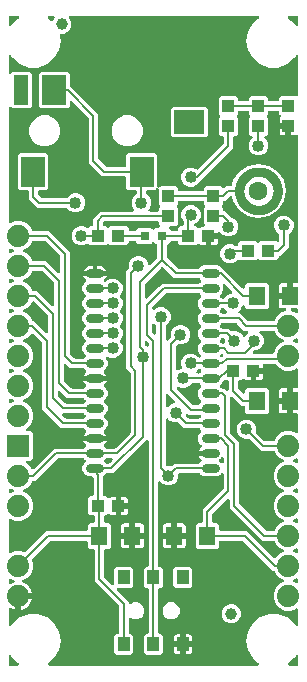
<source format=gbr>
G04 EAGLE Gerber RS-274X export*
G75*
%MOMM*%
%FSLAX34Y34*%
%LPD*%
%INTop Copper*%
%IPPOS*%
%AMOC8*
5,1,8,0,0,1.08239X$1,22.5*%
G01*
%ADD10C,1.000000*%
%ADD11C,0.762000*%
%ADD12R,1.100000X1.000000*%
%ADD13R,1.400000X1.600000*%
%ADD14R,0.800000X0.800000*%
%ADD15R,1.000000X1.150000*%
%ADD16C,1.879600*%
%ADD17R,1.879600X1.879600*%
%ADD18R,1.000000X1.100000*%
%ADD19C,0.750000*%
%ADD20C,1.600000*%
%ADD21C,0.750000*%
%ADD22R,2.000000X2.500000*%
%ADD23R,2.500000X2.000000*%
%ADD24R,1.200000X2.500000*%
%ADD25C,1.016000*%
%ADD26C,0.203200*%
%ADD27C,0.254000*%

G36*
X24856Y170696D02*
X24856Y170696D01*
X24905Y170698D01*
X25011Y170728D01*
X25118Y170750D01*
X25163Y170772D01*
X25211Y170786D01*
X25305Y170842D01*
X25404Y170890D01*
X25442Y170922D01*
X25485Y170948D01*
X25606Y171054D01*
X42766Y188215D01*
X67499Y188215D01*
X67597Y188227D01*
X67696Y188230D01*
X67755Y188247D01*
X67815Y188255D01*
X67907Y188291D01*
X68002Y188319D01*
X68054Y188349D01*
X68110Y188372D01*
X68191Y188430D01*
X68276Y188480D01*
X68351Y188546D01*
X68368Y188558D01*
X68376Y188568D01*
X68397Y188586D01*
X69786Y189976D01*
X69838Y190043D01*
X69897Y190103D01*
X69935Y190168D01*
X69981Y190227D01*
X70015Y190305D01*
X70057Y190378D01*
X70078Y190450D01*
X70108Y190519D01*
X70121Y190603D01*
X70144Y190684D01*
X70146Y190759D01*
X70157Y190833D01*
X70150Y190917D01*
X70152Y191002D01*
X70135Y191075D01*
X70128Y191150D01*
X70099Y191230D01*
X70080Y191312D01*
X70045Y191378D01*
X70020Y191449D01*
X69973Y191519D01*
X69934Y191594D01*
X69884Y191650D01*
X69841Y191712D01*
X69778Y191768D01*
X69722Y191831D01*
X69619Y191910D01*
X68727Y192802D01*
X68032Y193842D01*
X67575Y194946D01*
X76835Y194946D01*
X76953Y194961D01*
X77072Y194968D01*
X77110Y194980D01*
X77150Y194986D01*
X77261Y195029D01*
X77374Y195066D01*
X77408Y195088D01*
X77446Y195103D01*
X77472Y195121D01*
X77532Y195093D01*
X77637Y195035D01*
X77676Y195025D01*
X77712Y195008D01*
X77829Y194986D01*
X77945Y194956D01*
X78005Y194952D01*
X78025Y194948D01*
X78045Y194950D01*
X78105Y194946D01*
X87365Y194946D01*
X86908Y193842D01*
X86213Y192802D01*
X85302Y191890D01*
X85282Y191874D01*
X85212Y191826D01*
X85163Y191770D01*
X85106Y191721D01*
X85058Y191651D01*
X85002Y191588D01*
X84968Y191521D01*
X84925Y191459D01*
X84896Y191380D01*
X84857Y191305D01*
X84841Y191231D01*
X84815Y191161D01*
X84806Y191077D01*
X84788Y190994D01*
X84790Y190919D01*
X84782Y190844D01*
X84795Y190761D01*
X84797Y190676D01*
X84818Y190604D01*
X84829Y190530D01*
X84862Y190452D01*
X84886Y190371D01*
X84924Y190306D01*
X84953Y190237D01*
X85004Y190170D01*
X85047Y190097D01*
X85140Y189991D01*
X85146Y189984D01*
X85149Y189982D01*
X85154Y189976D01*
X86543Y188586D01*
X86622Y188526D01*
X86694Y188458D01*
X86747Y188429D01*
X86795Y188392D01*
X86885Y188352D01*
X86972Y188304D01*
X87031Y188289D01*
X87086Y188265D01*
X87184Y188250D01*
X87280Y188225D01*
X87380Y188219D01*
X87400Y188215D01*
X87413Y188217D01*
X87441Y188215D01*
X94311Y188215D01*
X94409Y188227D01*
X94508Y188230D01*
X94566Y188247D01*
X94626Y188255D01*
X94718Y188291D01*
X94813Y188319D01*
X94865Y188349D01*
X94922Y188372D01*
X95002Y188430D01*
X95087Y188480D01*
X95163Y188546D01*
X95179Y188558D01*
X95187Y188568D01*
X95208Y188586D01*
X107324Y200702D01*
X107384Y200780D01*
X107452Y200852D01*
X107481Y200905D01*
X107518Y200953D01*
X107558Y201044D01*
X107606Y201131D01*
X107621Y201189D01*
X107645Y201245D01*
X107660Y201343D01*
X107685Y201439D01*
X107691Y201539D01*
X107695Y201559D01*
X107693Y201571D01*
X107695Y201599D01*
X107695Y251791D01*
X107683Y251889D01*
X107680Y251988D01*
X107663Y252046D01*
X107655Y252106D01*
X107619Y252198D01*
X107591Y252293D01*
X107561Y252345D01*
X107538Y252402D01*
X107480Y252482D01*
X107430Y252567D01*
X107364Y252643D01*
X107352Y252659D01*
X107342Y252667D01*
X107324Y252688D01*
X103885Y256126D01*
X103885Y338234D01*
X105800Y340148D01*
X105860Y340226D01*
X105928Y340298D01*
X105957Y340351D01*
X105994Y340399D01*
X106034Y340490D01*
X106082Y340577D01*
X106097Y340635D01*
X106121Y340691D01*
X106136Y340789D01*
X106161Y340885D01*
X106167Y340985D01*
X106171Y341005D01*
X106169Y341017D01*
X106171Y341045D01*
X106171Y344517D01*
X107409Y347505D01*
X109695Y349791D01*
X112683Y351029D01*
X115917Y351029D01*
X118905Y349791D01*
X121191Y347505D01*
X122504Y344335D01*
X122529Y344291D01*
X122546Y344245D01*
X122607Y344154D01*
X122662Y344058D01*
X122696Y344023D01*
X122724Y343981D01*
X122807Y343909D01*
X122883Y343830D01*
X122925Y343804D01*
X122963Y343771D01*
X123061Y343721D01*
X123154Y343664D01*
X123202Y343649D01*
X123246Y343626D01*
X123353Y343602D01*
X123458Y343570D01*
X123508Y343568D01*
X123556Y343557D01*
X123666Y343560D01*
X123776Y343555D01*
X123824Y343565D01*
X123874Y343566D01*
X123980Y343597D01*
X124087Y343619D01*
X124132Y343641D01*
X124180Y343655D01*
X124274Y343710D01*
X124373Y343759D01*
X124411Y343791D01*
X124454Y343816D01*
X124574Y343923D01*
X130064Y349412D01*
X130124Y349490D01*
X130192Y349562D01*
X130221Y349615D01*
X130258Y349663D01*
X130298Y349754D01*
X130346Y349841D01*
X130361Y349899D01*
X130385Y349955D01*
X130400Y350053D01*
X130425Y350149D01*
X130431Y350249D01*
X130435Y350269D01*
X130433Y350281D01*
X130435Y350309D01*
X130435Y359982D01*
X130420Y360100D01*
X130413Y360219D01*
X130400Y360257D01*
X130395Y360298D01*
X130352Y360408D01*
X130315Y360521D01*
X130293Y360556D01*
X130278Y360593D01*
X130209Y360689D01*
X130145Y360790D01*
X130115Y360818D01*
X130092Y360851D01*
X130000Y360927D01*
X129913Y361008D01*
X129878Y361028D01*
X129847Y361053D01*
X129739Y361104D01*
X129635Y361162D01*
X129595Y361172D01*
X129559Y361189D01*
X129442Y361211D01*
X129327Y361241D01*
X129267Y361245D01*
X129247Y361249D01*
X129240Y361248D01*
X127897Y362591D01*
X127803Y362664D01*
X127714Y362743D01*
X127678Y362761D01*
X127646Y362786D01*
X127537Y362833D01*
X127431Y362887D01*
X127392Y362896D01*
X127354Y362912D01*
X127237Y362931D01*
X127121Y362957D01*
X127080Y362956D01*
X127040Y362962D01*
X126922Y362951D01*
X126803Y362947D01*
X126764Y362936D01*
X126724Y362932D01*
X126612Y362892D01*
X126497Y362859D01*
X126462Y362838D01*
X126424Y362825D01*
X126326Y362758D01*
X126223Y362697D01*
X126178Y362658D01*
X126161Y362646D01*
X126148Y362631D01*
X126102Y362591D01*
X124763Y361251D01*
X114237Y361251D01*
X112441Y363047D01*
X112436Y363084D01*
X112429Y363203D01*
X112416Y363241D01*
X112411Y363282D01*
X112368Y363392D01*
X112331Y363505D01*
X112309Y363540D01*
X112294Y363577D01*
X112225Y363673D01*
X112161Y363774D01*
X112131Y363802D01*
X112108Y363835D01*
X112016Y363911D01*
X111929Y363992D01*
X111894Y364012D01*
X111863Y364037D01*
X111755Y364088D01*
X111651Y364146D01*
X111611Y364156D01*
X111575Y364173D01*
X111458Y364195D01*
X111343Y364225D01*
X111283Y364229D01*
X111263Y364233D01*
X111242Y364231D01*
X111182Y364235D01*
X107218Y364235D01*
X107100Y364220D01*
X106981Y364213D01*
X106943Y364200D01*
X106902Y364195D01*
X106792Y364152D01*
X106679Y364115D01*
X106644Y364093D01*
X106607Y364078D01*
X106511Y364009D01*
X106410Y363945D01*
X106382Y363915D01*
X106349Y363892D01*
X106273Y363800D01*
X106192Y363713D01*
X106172Y363678D01*
X106147Y363647D01*
X106096Y363539D01*
X106038Y363435D01*
X106028Y363395D01*
X106011Y363359D01*
X105989Y363242D01*
X105959Y363127D01*
X105955Y363067D01*
X105951Y363047D01*
X105953Y363026D01*
X105949Y362966D01*
X105949Y362037D01*
X104163Y360251D01*
X90637Y360251D01*
X89797Y361091D01*
X89703Y361164D01*
X89614Y361243D01*
X89578Y361261D01*
X89546Y361286D01*
X89437Y361333D01*
X89331Y361387D01*
X89292Y361396D01*
X89254Y361412D01*
X89137Y361431D01*
X89021Y361457D01*
X88980Y361456D01*
X88940Y361462D01*
X88822Y361451D01*
X88703Y361447D01*
X88664Y361436D01*
X88624Y361432D01*
X88512Y361392D01*
X88397Y361359D01*
X88362Y361338D01*
X88324Y361325D01*
X88226Y361258D01*
X88123Y361197D01*
X88078Y361158D01*
X88061Y361146D01*
X88048Y361131D01*
X88002Y361091D01*
X87163Y360251D01*
X73637Y360251D01*
X72460Y361429D01*
X72365Y361502D01*
X72276Y361581D01*
X72240Y361599D01*
X72208Y361624D01*
X72099Y361671D01*
X71993Y361725D01*
X71954Y361734D01*
X71916Y361750D01*
X71799Y361769D01*
X71683Y361795D01*
X71642Y361794D01*
X71602Y361800D01*
X71483Y361789D01*
X71365Y361785D01*
X71326Y361774D01*
X71286Y361770D01*
X71174Y361730D01*
X71059Y361697D01*
X71025Y361676D01*
X70986Y361663D01*
X70888Y361596D01*
X70785Y361535D01*
X70740Y361495D01*
X70723Y361484D01*
X70710Y361469D01*
X70665Y361429D01*
X70644Y361409D01*
X67657Y360171D01*
X64423Y360171D01*
X61435Y361409D01*
X59149Y363695D01*
X57911Y366683D01*
X57911Y369917D01*
X59149Y372905D01*
X61435Y375191D01*
X64423Y376429D01*
X67657Y376429D01*
X70644Y375191D01*
X70665Y375171D01*
X70759Y375098D01*
X70848Y375019D01*
X70884Y375001D01*
X70916Y374976D01*
X71025Y374929D01*
X71131Y374875D01*
X71171Y374866D01*
X71208Y374850D01*
X71325Y374831D01*
X71441Y374805D01*
X71482Y374806D01*
X71522Y374800D01*
X71640Y374811D01*
X71759Y374815D01*
X71798Y374826D01*
X71838Y374830D01*
X71950Y374870D01*
X72065Y374903D01*
X72100Y374924D01*
X72138Y374937D01*
X72236Y375004D01*
X72339Y375065D01*
X72384Y375104D01*
X72401Y375116D01*
X72414Y375131D01*
X72460Y375171D01*
X73637Y376349D01*
X74676Y376349D01*
X74794Y376364D01*
X74913Y376371D01*
X74951Y376384D01*
X74992Y376389D01*
X75102Y376432D01*
X75215Y376469D01*
X75250Y376491D01*
X75287Y376506D01*
X75383Y376575D01*
X75484Y376639D01*
X75512Y376669D01*
X75545Y376692D01*
X75621Y376784D01*
X75702Y376871D01*
X75722Y376906D01*
X75747Y376937D01*
X75798Y377045D01*
X75856Y377149D01*
X75866Y377189D01*
X75883Y377225D01*
X75905Y377342D01*
X75935Y377457D01*
X75939Y377517D01*
X75943Y377537D01*
X75941Y377558D01*
X75945Y377618D01*
X75945Y382684D01*
X82136Y388875D01*
X109645Y388875D01*
X109783Y388892D01*
X109922Y388905D01*
X109941Y388912D01*
X109961Y388915D01*
X110090Y388966D01*
X110221Y389013D01*
X110238Y389024D01*
X110256Y389032D01*
X110369Y389113D01*
X110484Y389191D01*
X110497Y389207D01*
X110514Y389218D01*
X110603Y389326D01*
X110695Y389430D01*
X110704Y389448D01*
X110717Y389463D01*
X110776Y389589D01*
X110839Y389713D01*
X110844Y389733D01*
X110852Y389751D01*
X110878Y389888D01*
X110909Y390023D01*
X110908Y390044D01*
X110912Y390063D01*
X110903Y390202D01*
X110899Y390341D01*
X110893Y390361D01*
X110892Y390381D01*
X110849Y390513D01*
X110811Y390647D01*
X110800Y390664D01*
X110794Y390683D01*
X110720Y390801D01*
X110649Y390921D01*
X110631Y390942D01*
X110624Y390952D01*
X110609Y390966D01*
X110543Y391041D01*
X109949Y391635D01*
X108711Y394623D01*
X108711Y397857D01*
X109949Y400845D01*
X112404Y403299D01*
X112464Y403378D01*
X112532Y403450D01*
X112561Y403503D01*
X112598Y403551D01*
X112638Y403642D01*
X112686Y403728D01*
X112701Y403787D01*
X112725Y403842D01*
X112740Y403940D01*
X112765Y404036D01*
X112771Y404136D01*
X112775Y404156D01*
X112773Y404169D01*
X112775Y404197D01*
X112775Y405882D01*
X112760Y406000D01*
X112753Y406119D01*
X112740Y406157D01*
X112735Y406198D01*
X112692Y406308D01*
X112655Y406421D01*
X112633Y406456D01*
X112618Y406493D01*
X112549Y406589D01*
X112485Y406690D01*
X112455Y406718D01*
X112432Y406751D01*
X112340Y406827D01*
X112253Y406908D01*
X112218Y406928D01*
X112187Y406953D01*
X112079Y407004D01*
X111975Y407062D01*
X111935Y407072D01*
X111899Y407089D01*
X111782Y407111D01*
X111667Y407141D01*
X111607Y407145D01*
X111587Y407149D01*
X111566Y407147D01*
X111506Y407151D01*
X105737Y407151D01*
X103951Y408937D01*
X103951Y417366D01*
X103936Y417484D01*
X103929Y417603D01*
X103916Y417641D01*
X103911Y417682D01*
X103868Y417792D01*
X103831Y417905D01*
X103809Y417940D01*
X103794Y417977D01*
X103725Y418073D01*
X103661Y418174D01*
X103631Y418202D01*
X103608Y418235D01*
X103516Y418311D01*
X103429Y418392D01*
X103394Y418412D01*
X103363Y418437D01*
X103255Y418488D01*
X103151Y418546D01*
X103111Y418556D01*
X103075Y418573D01*
X102958Y418595D01*
X102843Y418625D01*
X102783Y418629D01*
X102763Y418633D01*
X102742Y418631D01*
X102682Y418635D01*
X83616Y418635D01*
X72135Y430116D01*
X72135Y467691D01*
X72123Y467789D01*
X72120Y467888D01*
X72103Y467946D01*
X72095Y468006D01*
X72059Y468098D01*
X72031Y468193D01*
X72001Y468246D01*
X71978Y468302D01*
X71920Y468382D01*
X71870Y468467D01*
X71804Y468543D01*
X71792Y468559D01*
X71782Y468567D01*
X71764Y468588D01*
X58215Y482136D01*
X58106Y482221D01*
X57999Y482310D01*
X57980Y482319D01*
X57964Y482331D01*
X57836Y482387D01*
X57711Y482446D01*
X57691Y482449D01*
X57672Y482457D01*
X57534Y482479D01*
X57398Y482505D01*
X57378Y482504D01*
X57358Y482507D01*
X57219Y482494D01*
X57081Y482486D01*
X57062Y482479D01*
X57042Y482477D01*
X56910Y482430D01*
X56779Y482388D01*
X56761Y482377D01*
X56742Y482370D01*
X56627Y482292D01*
X56510Y482217D01*
X56496Y482203D01*
X56479Y482191D01*
X56387Y482087D01*
X56292Y481986D01*
X56282Y481968D01*
X56269Y481953D01*
X56205Y481829D01*
X56138Y481707D01*
X56133Y481688D01*
X56124Y481670D01*
X56094Y481534D01*
X56059Y481399D01*
X56057Y481371D01*
X56054Y481359D01*
X56055Y481339D01*
X56049Y481239D01*
X56049Y477937D01*
X54263Y476151D01*
X31737Y476151D01*
X29951Y477937D01*
X29951Y505463D01*
X31737Y507249D01*
X54263Y507249D01*
X56049Y505463D01*
X56049Y496325D01*
X56061Y496227D01*
X56064Y496128D01*
X56081Y496070D01*
X56089Y496010D01*
X56125Y495918D01*
X56153Y495823D01*
X56183Y495771D01*
X56206Y495714D01*
X56264Y495634D01*
X56314Y495549D01*
X56380Y495473D01*
X56392Y495457D01*
X56402Y495449D01*
X56420Y495428D01*
X58836Y493012D01*
X77512Y474336D01*
X80265Y471584D01*
X80265Y434009D01*
X80277Y433911D01*
X80280Y433812D01*
X80297Y433754D01*
X80305Y433694D01*
X80341Y433602D01*
X80369Y433507D01*
X80399Y433455D01*
X80422Y433398D01*
X80480Y433318D01*
X80530Y433233D01*
X80596Y433157D01*
X80608Y433141D01*
X80618Y433133D01*
X80636Y433112D01*
X86612Y427136D01*
X86690Y427076D01*
X86762Y427008D01*
X86815Y426979D01*
X86863Y426942D01*
X86954Y426902D01*
X87041Y426854D01*
X87099Y426839D01*
X87155Y426815D01*
X87253Y426800D01*
X87349Y426775D01*
X87449Y426769D01*
X87469Y426765D01*
X87481Y426767D01*
X87509Y426765D01*
X102682Y426765D01*
X102800Y426780D01*
X102919Y426787D01*
X102957Y426800D01*
X102998Y426805D01*
X103108Y426848D01*
X103221Y426885D01*
X103256Y426907D01*
X103293Y426922D01*
X103389Y426991D01*
X103490Y427055D01*
X103518Y427085D01*
X103551Y427108D01*
X103627Y427200D01*
X103708Y427287D01*
X103728Y427322D01*
X103753Y427353D01*
X103804Y427461D01*
X103862Y427565D01*
X103872Y427605D01*
X103889Y427641D01*
X103911Y427758D01*
X103941Y427873D01*
X103945Y427933D01*
X103949Y427953D01*
X103947Y427974D01*
X103951Y428034D01*
X103951Y436463D01*
X105737Y438249D01*
X128263Y438249D01*
X130049Y436463D01*
X130049Y410425D01*
X130066Y410287D01*
X130079Y410148D01*
X130086Y410129D01*
X130089Y410109D01*
X130140Y409980D01*
X130187Y409849D01*
X130198Y409832D01*
X130206Y409813D01*
X130287Y409701D01*
X130365Y409586D01*
X130381Y409572D01*
X130392Y409556D01*
X130500Y409467D01*
X130604Y409375D01*
X130622Y409366D01*
X130637Y409353D01*
X130763Y409294D01*
X130887Y409231D01*
X130907Y409226D01*
X130925Y409218D01*
X131062Y409192D01*
X131197Y409161D01*
X131218Y409162D01*
X131237Y409158D01*
X131376Y409166D01*
X131515Y409171D01*
X131535Y409176D01*
X131555Y409178D01*
X131687Y409220D01*
X131821Y409259D01*
X131838Y409269D01*
X131857Y409276D01*
X131975Y409350D01*
X132095Y409421D01*
X132116Y409439D01*
X132126Y409446D01*
X132140Y409461D01*
X132215Y409527D01*
X133437Y410749D01*
X145963Y410749D01*
X147749Y408963D01*
X147749Y407534D01*
X147764Y407416D01*
X147771Y407297D01*
X147784Y407259D01*
X147789Y407218D01*
X147832Y407108D01*
X147869Y406995D01*
X147891Y406960D01*
X147906Y406923D01*
X147975Y406827D01*
X148039Y406726D01*
X148069Y406698D01*
X148092Y406665D01*
X148184Y406589D01*
X148271Y406508D01*
X148306Y406488D01*
X148337Y406463D01*
X148445Y406412D01*
X148549Y406354D01*
X148589Y406344D01*
X148625Y406327D01*
X148742Y406305D01*
X148857Y406275D01*
X148917Y406271D01*
X148937Y406267D01*
X148958Y406269D01*
X149018Y406265D01*
X168482Y406265D01*
X168600Y406280D01*
X168719Y406287D01*
X168757Y406300D01*
X168798Y406305D01*
X168908Y406348D01*
X169021Y406385D01*
X169056Y406407D01*
X169093Y406422D01*
X169189Y406491D01*
X169290Y406555D01*
X169318Y406585D01*
X169351Y406608D01*
X169427Y406700D01*
X169508Y406787D01*
X169528Y406822D01*
X169553Y406853D01*
X169604Y406961D01*
X169662Y407065D01*
X169672Y407105D01*
X169689Y407141D01*
X169711Y407258D01*
X169741Y407373D01*
X169745Y407433D01*
X169749Y407453D01*
X169747Y407474D01*
X169751Y407534D01*
X169751Y408963D01*
X171537Y410749D01*
X184063Y410749D01*
X185684Y409127D01*
X185778Y409054D01*
X185867Y408976D01*
X185903Y408957D01*
X185935Y408933D01*
X186045Y408885D01*
X186151Y408831D01*
X186190Y408822D01*
X186227Y408806D01*
X186345Y408787D01*
X186461Y408761D01*
X186501Y408763D01*
X186541Y408756D01*
X186660Y408767D01*
X186779Y408771D01*
X186818Y408782D01*
X186858Y408786D01*
X186970Y408826D01*
X187084Y408860D01*
X187119Y408880D01*
X187157Y408894D01*
X187256Y408961D01*
X187358Y409021D01*
X187403Y409061D01*
X187420Y409072D01*
X187434Y409088D01*
X187479Y409127D01*
X188816Y410465D01*
X192643Y410465D01*
X192795Y410484D01*
X192948Y410502D01*
X192953Y410504D01*
X192959Y410505D01*
X193101Y410561D01*
X193245Y410616D01*
X193249Y410620D01*
X193254Y410622D01*
X193378Y410712D01*
X193504Y410801D01*
X193507Y410805D01*
X193512Y410808D01*
X193609Y410926D01*
X193709Y411044D01*
X193711Y411049D01*
X193714Y411053D01*
X193779Y411191D01*
X193847Y411331D01*
X193848Y411338D01*
X193850Y411341D01*
X193852Y411350D01*
X193888Y411486D01*
X194629Y415211D01*
X199620Y422680D01*
X207089Y427671D01*
X215900Y429424D01*
X224711Y427671D01*
X232180Y422680D01*
X237171Y415211D01*
X238924Y406400D01*
X237171Y397589D01*
X232180Y390120D01*
X224711Y385129D01*
X215900Y383376D01*
X207089Y385129D01*
X199620Y390120D01*
X194629Y397589D01*
X193899Y401258D01*
X193894Y401272D01*
X193893Y401287D01*
X193844Y401423D01*
X193798Y401560D01*
X193790Y401572D01*
X193785Y401586D01*
X193704Y401706D01*
X193626Y401827D01*
X193615Y401837D01*
X193607Y401849D01*
X193499Y401945D01*
X193392Y402043D01*
X193379Y402050D01*
X193368Y402060D01*
X193240Y402126D01*
X193113Y402194D01*
X193098Y402198D01*
X193085Y402204D01*
X192944Y402236D01*
X192804Y402271D01*
X192789Y402271D01*
X192775Y402274D01*
X192630Y402270D01*
X192486Y402269D01*
X192472Y402265D01*
X192457Y402264D01*
X192318Y402224D01*
X192178Y402187D01*
X192165Y402180D01*
X192151Y402176D01*
X192027Y402103D01*
X191901Y402032D01*
X191890Y402022D01*
X191877Y402015D01*
X191757Y401908D01*
X187984Y398135D01*
X187118Y398135D01*
X187000Y398120D01*
X186881Y398113D01*
X186843Y398100D01*
X186802Y398095D01*
X186692Y398052D01*
X186579Y398015D01*
X186544Y397993D01*
X186507Y397978D01*
X186411Y397909D01*
X186310Y397845D01*
X186282Y397815D01*
X186249Y397792D01*
X186173Y397700D01*
X186092Y397613D01*
X186072Y397578D01*
X186047Y397547D01*
X185996Y397439D01*
X185938Y397335D01*
X185928Y397295D01*
X185911Y397259D01*
X185889Y397142D01*
X185859Y397027D01*
X185855Y396967D01*
X185851Y396947D01*
X185853Y396926D01*
X185849Y396866D01*
X185849Y395437D01*
X185009Y394598D01*
X184936Y394504D01*
X184857Y394414D01*
X184839Y394378D01*
X184814Y394346D01*
X184767Y394237D01*
X184713Y394131D01*
X184704Y394092D01*
X184688Y394054D01*
X184669Y393937D01*
X184643Y393821D01*
X184644Y393780D01*
X184638Y393740D01*
X184649Y393622D01*
X184653Y393503D01*
X184664Y393464D01*
X184668Y393424D01*
X184708Y393311D01*
X184741Y393197D01*
X184762Y393163D01*
X184775Y393124D01*
X184842Y393026D01*
X184903Y392923D01*
X184943Y392878D01*
X184954Y392861D01*
X184969Y392848D01*
X185009Y392803D01*
X185849Y391963D01*
X185849Y390534D01*
X185864Y390416D01*
X185871Y390297D01*
X185884Y390259D01*
X185889Y390218D01*
X185932Y390108D01*
X185969Y389995D01*
X185991Y389960D01*
X186006Y389923D01*
X186075Y389827D01*
X186139Y389726D01*
X186169Y389698D01*
X186192Y389665D01*
X186284Y389589D01*
X186371Y389508D01*
X186406Y389488D01*
X186437Y389463D01*
X186545Y389412D01*
X186649Y389354D01*
X186689Y389344D01*
X186725Y389327D01*
X186842Y389305D01*
X186957Y389275D01*
X187017Y389271D01*
X187037Y389267D01*
X187058Y389269D01*
X187118Y389265D01*
X187984Y389265D01*
X193787Y383462D01*
X193794Y383456D01*
X193800Y383449D01*
X193919Y383359D01*
X194038Y383267D01*
X194047Y383263D01*
X194054Y383257D01*
X194199Y383187D01*
X195105Y382811D01*
X197391Y380525D01*
X198629Y377537D01*
X198629Y374303D01*
X197391Y371315D01*
X195105Y369029D01*
X192117Y367791D01*
X188883Y367791D01*
X185895Y369029D01*
X183807Y371117D01*
X183698Y371202D01*
X183591Y371291D01*
X183572Y371299D01*
X183556Y371312D01*
X183428Y371367D01*
X183303Y371426D01*
X183283Y371430D01*
X183264Y371438D01*
X183126Y371460D01*
X182990Y371486D01*
X182970Y371485D01*
X182950Y371488D01*
X182811Y371475D01*
X182673Y371466D01*
X182654Y371460D01*
X182634Y371458D01*
X182502Y371411D01*
X182371Y371368D01*
X182353Y371357D01*
X182334Y371350D01*
X182219Y371272D01*
X182102Y371198D01*
X182088Y371183D01*
X182071Y371172D01*
X181979Y371068D01*
X181884Y370966D01*
X181874Y370949D01*
X181861Y370933D01*
X181797Y370809D01*
X181792Y370799D01*
X174830Y370799D01*
X174712Y370784D01*
X174593Y370777D01*
X174555Y370764D01*
X174515Y370759D01*
X174404Y370716D01*
X174291Y370679D01*
X174257Y370657D01*
X174219Y370642D01*
X174123Y370573D01*
X174022Y370509D01*
X173994Y370479D01*
X173962Y370456D01*
X173886Y370364D01*
X173804Y370277D01*
X173785Y370242D01*
X173759Y370211D01*
X173708Y370103D01*
X173651Y369999D01*
X173641Y369959D01*
X173623Y369923D01*
X173601Y369806D01*
X173571Y369691D01*
X173567Y369631D01*
X173564Y369611D01*
X173565Y369590D01*
X173561Y369530D01*
X173561Y368339D01*
X172370Y368339D01*
X172252Y368324D01*
X172133Y368317D01*
X172095Y368304D01*
X172054Y368299D01*
X171944Y368255D01*
X171831Y368219D01*
X171796Y368197D01*
X171759Y368182D01*
X171662Y368112D01*
X171562Y368049D01*
X171534Y368019D01*
X171501Y367995D01*
X171425Y367904D01*
X171344Y367817D01*
X171324Y367782D01*
X171299Y367750D01*
X171248Y367643D01*
X171190Y367538D01*
X171180Y367499D01*
X171163Y367463D01*
X171141Y367346D01*
X171111Y367230D01*
X171107Y367170D01*
X171103Y367150D01*
X171105Y367130D01*
X171101Y367070D01*
X171101Y360759D01*
X167766Y360759D01*
X167119Y360932D01*
X166540Y361267D01*
X166357Y361450D01*
X166263Y361523D01*
X166173Y361602D01*
X166137Y361620D01*
X166105Y361645D01*
X165996Y361692D01*
X165890Y361747D01*
X165851Y361755D01*
X165814Y361771D01*
X165696Y361790D01*
X165580Y361816D01*
X165539Y361815D01*
X165499Y361821D01*
X165381Y361810D01*
X165262Y361807D01*
X165223Y361795D01*
X165183Y361791D01*
X165071Y361751D01*
X164956Y361718D01*
X164922Y361698D01*
X164884Y361684D01*
X164785Y361617D01*
X164683Y361557D01*
X164637Y361517D01*
X164620Y361505D01*
X164607Y361490D01*
X164562Y361450D01*
X163363Y360251D01*
X149837Y360251D01*
X148051Y362037D01*
X148051Y362966D01*
X148036Y363084D01*
X148029Y363203D01*
X148016Y363241D01*
X148011Y363282D01*
X147968Y363392D01*
X147931Y363505D01*
X147909Y363540D01*
X147894Y363577D01*
X147825Y363673D01*
X147761Y363774D01*
X147731Y363802D01*
X147708Y363835D01*
X147616Y363911D01*
X147529Y363992D01*
X147494Y364012D01*
X147463Y364037D01*
X147355Y364088D01*
X147251Y364146D01*
X147211Y364156D01*
X147175Y364173D01*
X147058Y364195D01*
X146943Y364225D01*
X146883Y364229D01*
X146863Y364233D01*
X146842Y364231D01*
X146782Y364235D01*
X142818Y364235D01*
X142700Y364220D01*
X142581Y364213D01*
X142543Y364200D01*
X142502Y364195D01*
X142392Y364152D01*
X142279Y364115D01*
X142244Y364093D01*
X142207Y364078D01*
X142111Y364009D01*
X142010Y363945D01*
X141982Y363915D01*
X141949Y363892D01*
X141873Y363800D01*
X141792Y363713D01*
X141772Y363678D01*
X141747Y363647D01*
X141696Y363539D01*
X141638Y363435D01*
X141628Y363395D01*
X141611Y363359D01*
X141589Y363242D01*
X141559Y363127D01*
X141555Y363067D01*
X141551Y363047D01*
X141552Y363040D01*
X139753Y361241D01*
X139716Y361236D01*
X139597Y361229D01*
X139559Y361216D01*
X139518Y361211D01*
X139408Y361168D01*
X139295Y361131D01*
X139260Y361109D01*
X139223Y361094D01*
X139127Y361025D01*
X139026Y360961D01*
X138998Y360931D01*
X138965Y360908D01*
X138889Y360816D01*
X138808Y360729D01*
X138788Y360694D01*
X138763Y360663D01*
X138712Y360555D01*
X138654Y360451D01*
X138644Y360411D01*
X138627Y360375D01*
X138605Y360258D01*
X138575Y360143D01*
X138571Y360083D01*
X138567Y360063D01*
X138569Y360042D01*
X138565Y359982D01*
X138565Y350309D01*
X138577Y350211D01*
X138580Y350112D01*
X138597Y350054D01*
X138605Y349994D01*
X138641Y349902D01*
X138669Y349807D01*
X138699Y349755D01*
X138722Y349698D01*
X138780Y349618D01*
X138830Y349533D01*
X138896Y349457D01*
X138908Y349441D01*
X138918Y349433D01*
X138936Y349412D01*
X147362Y340986D01*
X147440Y340926D01*
X147512Y340858D01*
X147565Y340829D01*
X147613Y340792D01*
X147704Y340752D01*
X147791Y340704D01*
X147849Y340689D01*
X147905Y340665D01*
X148003Y340650D01*
X148099Y340625D01*
X148199Y340619D01*
X148219Y340615D01*
X148231Y340617D01*
X148259Y340615D01*
X165289Y340615D01*
X165387Y340627D01*
X165487Y340630D01*
X165545Y340647D01*
X165605Y340655D01*
X165697Y340691D01*
X165792Y340719D01*
X165844Y340749D01*
X165901Y340772D01*
X165981Y340830D01*
X166066Y340880D01*
X166141Y340946D01*
X166158Y340958D01*
X166166Y340968D01*
X166187Y340986D01*
X167565Y342365D01*
X170086Y343409D01*
X180434Y343409D01*
X182955Y342365D01*
X184333Y340986D01*
X184411Y340926D01*
X184484Y340858D01*
X184537Y340829D01*
X184584Y340792D01*
X184675Y340752D01*
X184762Y340704D01*
X184821Y340689D01*
X184876Y340665D01*
X184974Y340650D01*
X185070Y340625D01*
X185170Y340619D01*
X185190Y340615D01*
X185203Y340617D01*
X185231Y340615D01*
X185834Y340615D01*
X188586Y337862D01*
X202385Y324064D01*
X202494Y323979D01*
X202601Y323890D01*
X202620Y323881D01*
X202636Y323869D01*
X202764Y323813D01*
X202889Y323754D01*
X202909Y323751D01*
X202928Y323743D01*
X203066Y323721D01*
X203202Y323695D01*
X203222Y323696D01*
X203242Y323693D01*
X203381Y323706D01*
X203519Y323714D01*
X203538Y323721D01*
X203558Y323723D01*
X203690Y323770D01*
X203821Y323812D01*
X203839Y323823D01*
X203858Y323830D01*
X203973Y323908D01*
X204090Y323983D01*
X204104Y323997D01*
X204121Y324009D01*
X204213Y324113D01*
X204308Y324214D01*
X204318Y324232D01*
X204331Y324247D01*
X204395Y324371D01*
X204462Y324493D01*
X204467Y324512D01*
X204476Y324530D01*
X204506Y324666D01*
X204541Y324801D01*
X204543Y324829D01*
X204546Y324841D01*
X204545Y324861D01*
X204551Y324961D01*
X204551Y326763D01*
X206337Y328549D01*
X222863Y328549D01*
X224649Y326763D01*
X224649Y308237D01*
X222863Y306451D01*
X206337Y306451D01*
X204551Y308237D01*
X204551Y308252D01*
X204543Y308321D01*
X204544Y308391D01*
X204523Y308479D01*
X204511Y308568D01*
X204486Y308633D01*
X204469Y308701D01*
X204427Y308780D01*
X204394Y308864D01*
X204353Y308920D01*
X204321Y308982D01*
X204260Y309048D01*
X204208Y309121D01*
X204154Y309165D01*
X204107Y309217D01*
X204032Y309266D01*
X203963Y309324D01*
X203899Y309353D01*
X203841Y309392D01*
X203756Y309421D01*
X203675Y309459D01*
X203606Y309472D01*
X203540Y309495D01*
X203451Y309502D01*
X203363Y309519D01*
X203293Y309515D01*
X203223Y309520D01*
X203135Y309505D01*
X203045Y309499D01*
X202979Y309478D01*
X202910Y309466D01*
X202828Y309429D01*
X202743Y309401D01*
X202684Y309364D01*
X202620Y309335D01*
X202550Y309279D01*
X202474Y309231D01*
X202426Y309180D01*
X202372Y309137D01*
X202317Y309065D01*
X202256Y308999D01*
X202222Y308938D01*
X202180Y308883D01*
X202109Y308738D01*
X201201Y306545D01*
X199337Y304681D01*
X199252Y304572D01*
X199163Y304465D01*
X199155Y304446D01*
X199142Y304430D01*
X199087Y304302D01*
X199028Y304177D01*
X199024Y304157D01*
X199016Y304138D01*
X198994Y304000D01*
X198968Y303864D01*
X198969Y303844D01*
X198966Y303824D01*
X198979Y303685D01*
X198988Y303547D01*
X198994Y303528D01*
X198996Y303508D01*
X199043Y303376D01*
X199086Y303245D01*
X199097Y303227D01*
X199104Y303208D01*
X199182Y303093D01*
X199256Y302976D01*
X199271Y302962D01*
X199282Y302945D01*
X199386Y302853D01*
X199488Y302758D01*
X199505Y302748D01*
X199521Y302735D01*
X199645Y302671D01*
X199766Y302604D01*
X199786Y302599D01*
X199804Y302590D01*
X199940Y302560D01*
X200074Y302525D01*
X200102Y302523D01*
X200114Y302520D01*
X200135Y302521D01*
X200235Y302515D01*
X201074Y302515D01*
X207052Y296536D01*
X207130Y296476D01*
X207202Y296408D01*
X207255Y296379D01*
X207303Y296342D01*
X207394Y296302D01*
X207481Y296254D01*
X207539Y296239D01*
X207595Y296215D01*
X207693Y296200D01*
X207789Y296175D01*
X207889Y296169D01*
X207909Y296165D01*
X207921Y296167D01*
X207949Y296165D01*
X228663Y296165D01*
X228693Y296168D01*
X228722Y296166D01*
X228850Y296188D01*
X228979Y296205D01*
X229006Y296215D01*
X229035Y296220D01*
X229154Y296274D01*
X229275Y296322D01*
X229298Y296339D01*
X229325Y296351D01*
X229427Y296432D01*
X229532Y296508D01*
X229551Y296531D01*
X229574Y296550D01*
X229652Y296653D01*
X229735Y296753D01*
X229747Y296780D01*
X229765Y296804D01*
X229836Y296948D01*
X230748Y299150D01*
X234250Y302652D01*
X238753Y304517D01*
X238814Y304552D01*
X238879Y304578D01*
X238951Y304630D01*
X239030Y304675D01*
X239080Y304723D01*
X239136Y304764D01*
X239194Y304834D01*
X239258Y304896D01*
X239294Y304956D01*
X239339Y305009D01*
X239377Y305091D01*
X239424Y305167D01*
X239445Y305234D01*
X239475Y305297D01*
X239491Y305385D01*
X239518Y305471D01*
X239521Y305541D01*
X239534Y305610D01*
X239529Y305699D01*
X239533Y305789D01*
X239519Y305857D01*
X239515Y305927D01*
X239487Y306012D01*
X239469Y306100D01*
X239438Y306163D01*
X239417Y306229D01*
X239369Y306305D01*
X239329Y306386D01*
X239284Y306439D01*
X239246Y306498D01*
X239181Y306560D01*
X239123Y306628D01*
X239066Y306668D01*
X239015Y306716D01*
X238936Y306759D01*
X238863Y306811D01*
X238797Y306836D01*
X238736Y306870D01*
X238649Y306892D01*
X238565Y306924D01*
X238496Y306932D01*
X238428Y306949D01*
X238268Y306959D01*
X235266Y306959D01*
X234619Y307132D01*
X234040Y307467D01*
X233567Y307940D01*
X233232Y308519D01*
X233059Y309166D01*
X233059Y314961D01*
X241330Y314961D01*
X241448Y314976D01*
X241567Y314983D01*
X241605Y314996D01*
X241645Y315001D01*
X241756Y315044D01*
X241869Y315081D01*
X241904Y315103D01*
X241941Y315118D01*
X242037Y315188D01*
X242138Y315251D01*
X242166Y315281D01*
X242198Y315305D01*
X242274Y315396D01*
X242356Y315483D01*
X242375Y315518D01*
X242401Y315549D01*
X242452Y315657D01*
X242509Y315761D01*
X242520Y315801D01*
X242537Y315837D01*
X242559Y315954D01*
X242589Y316069D01*
X242593Y316130D01*
X242597Y316150D01*
X242595Y316170D01*
X242599Y316230D01*
X242599Y317501D01*
X243870Y317501D01*
X243988Y317516D01*
X244107Y317523D01*
X244145Y317536D01*
X244185Y317541D01*
X244296Y317585D01*
X244409Y317621D01*
X244444Y317643D01*
X244481Y317658D01*
X244577Y317728D01*
X244678Y317791D01*
X244706Y317821D01*
X244738Y317845D01*
X244814Y317936D01*
X244896Y318023D01*
X244915Y318058D01*
X244941Y318090D01*
X244992Y318197D01*
X245049Y318301D01*
X245060Y318341D01*
X245077Y318377D01*
X245099Y318494D01*
X245129Y318609D01*
X245133Y318670D01*
X245137Y318690D01*
X245135Y318710D01*
X245139Y318770D01*
X245139Y328041D01*
X248412Y328041D01*
X248530Y328056D01*
X248649Y328063D01*
X248687Y328075D01*
X248728Y328081D01*
X248838Y328124D01*
X248951Y328161D01*
X248986Y328183D01*
X249023Y328198D01*
X249119Y328267D01*
X249220Y328331D01*
X249248Y328361D01*
X249281Y328384D01*
X249357Y328476D01*
X249438Y328563D01*
X249458Y328598D01*
X249483Y328629D01*
X249534Y328737D01*
X249592Y328841D01*
X249602Y328881D01*
X249619Y328917D01*
X249641Y329034D01*
X249671Y329149D01*
X249675Y329209D01*
X249679Y329229D01*
X249677Y329250D01*
X249681Y329310D01*
X249681Y452720D01*
X249665Y452851D01*
X249654Y452983D01*
X249645Y453009D01*
X249641Y453036D01*
X249593Y453159D01*
X249549Y453284D01*
X249534Y453306D01*
X249524Y453331D01*
X249447Y453438D01*
X249373Y453549D01*
X249353Y453567D01*
X249338Y453589D01*
X249236Y453673D01*
X249137Y453762D01*
X249113Y453774D01*
X249093Y453791D01*
X248973Y453848D01*
X248856Y453909D01*
X248829Y453915D01*
X248805Y453927D01*
X248675Y453952D01*
X248546Y453982D01*
X248519Y453982D01*
X248493Y453987D01*
X248361Y453978D01*
X248228Y453976D01*
X248202Y453969D01*
X248175Y453967D01*
X248049Y453926D01*
X247922Y453891D01*
X247887Y453874D01*
X247873Y453869D01*
X247854Y453857D01*
X247777Y453819D01*
X247281Y453532D01*
X246634Y453359D01*
X243799Y453359D01*
X243799Y460170D01*
X243784Y460288D01*
X243777Y460407D01*
X243764Y460445D01*
X243759Y460485D01*
X243716Y460596D01*
X243679Y460709D01*
X243657Y460743D01*
X243642Y460781D01*
X243573Y460877D01*
X243509Y460978D01*
X243479Y461006D01*
X243456Y461038D01*
X243364Y461114D01*
X243277Y461196D01*
X243242Y461215D01*
X243211Y461241D01*
X243103Y461292D01*
X242999Y461349D01*
X242959Y461359D01*
X242923Y461377D01*
X242806Y461399D01*
X242691Y461429D01*
X242631Y461433D01*
X242611Y461436D01*
X242590Y461435D01*
X242530Y461439D01*
X241339Y461439D01*
X241339Y462630D01*
X241324Y462748D01*
X241317Y462867D01*
X241304Y462905D01*
X241299Y462946D01*
X241255Y463056D01*
X241219Y463169D01*
X241197Y463204D01*
X241182Y463241D01*
X241112Y463337D01*
X241049Y463438D01*
X241019Y463466D01*
X240995Y463499D01*
X240904Y463575D01*
X240817Y463656D01*
X240782Y463676D01*
X240750Y463701D01*
X240643Y463752D01*
X240538Y463810D01*
X240499Y463820D01*
X240463Y463837D01*
X240346Y463859D01*
X240230Y463889D01*
X240170Y463893D01*
X240150Y463897D01*
X240130Y463895D01*
X240070Y463899D01*
X233759Y463899D01*
X233759Y467234D01*
X233932Y467881D01*
X234267Y468460D01*
X234450Y468643D01*
X234523Y468737D01*
X234602Y468827D01*
X234620Y468863D01*
X234645Y468895D01*
X234692Y469004D01*
X234747Y469110D01*
X234755Y469149D01*
X234771Y469186D01*
X234790Y469304D01*
X234816Y469420D01*
X234815Y469461D01*
X234821Y469501D01*
X234810Y469619D01*
X234807Y469738D01*
X234795Y469777D01*
X234791Y469817D01*
X234751Y469929D01*
X234718Y470044D01*
X234698Y470078D01*
X234684Y470116D01*
X234617Y470215D01*
X234557Y470317D01*
X234517Y470363D01*
X234505Y470380D01*
X234490Y470393D01*
X234450Y470438D01*
X233251Y471637D01*
X233251Y473066D01*
X233236Y473184D01*
X233229Y473303D01*
X233216Y473341D01*
X233211Y473382D01*
X233168Y473492D01*
X233131Y473605D01*
X233109Y473640D01*
X233094Y473677D01*
X233025Y473773D01*
X232961Y473874D01*
X232931Y473902D01*
X232908Y473935D01*
X232816Y474011D01*
X232729Y474092D01*
X232694Y474112D01*
X232663Y474137D01*
X232555Y474188D01*
X232451Y474246D01*
X232411Y474256D01*
X232375Y474273D01*
X232258Y474295D01*
X232143Y474325D01*
X232083Y474329D01*
X232063Y474333D01*
X232042Y474331D01*
X231982Y474335D01*
X225218Y474335D01*
X225100Y474320D01*
X224981Y474313D01*
X224943Y474300D01*
X224902Y474295D01*
X224792Y474252D01*
X224679Y474215D01*
X224644Y474193D01*
X224607Y474178D01*
X224511Y474109D01*
X224410Y474045D01*
X224382Y474015D01*
X224349Y473992D01*
X224273Y473900D01*
X224192Y473813D01*
X224172Y473778D01*
X224147Y473747D01*
X224096Y473639D01*
X224038Y473535D01*
X224028Y473495D01*
X224011Y473459D01*
X223989Y473342D01*
X223959Y473227D01*
X223955Y473167D01*
X223951Y473147D01*
X223953Y473126D01*
X223949Y473066D01*
X223949Y471637D01*
X223109Y470797D01*
X223036Y470703D01*
X222957Y470614D01*
X222939Y470578D01*
X222914Y470546D01*
X222867Y470437D01*
X222813Y470331D01*
X222804Y470292D01*
X222788Y470254D01*
X222769Y470137D01*
X222743Y470021D01*
X222744Y469980D01*
X222738Y469940D01*
X222749Y469822D01*
X222753Y469703D01*
X222764Y469664D01*
X222768Y469624D01*
X222808Y469512D01*
X222841Y469397D01*
X222862Y469362D01*
X222875Y469324D01*
X222942Y469226D01*
X223003Y469123D01*
X223042Y469078D01*
X223054Y469061D01*
X223069Y469048D01*
X223109Y469002D01*
X223949Y468163D01*
X223949Y454637D01*
X222163Y452851D01*
X222109Y452851D01*
X221971Y452834D01*
X221832Y452821D01*
X221813Y452814D01*
X221793Y452811D01*
X221664Y452760D01*
X221533Y452713D01*
X221516Y452702D01*
X221498Y452694D01*
X221385Y452613D01*
X221270Y452535D01*
X221257Y452519D01*
X221240Y452508D01*
X221151Y452400D01*
X221059Y452296D01*
X221050Y452278D01*
X221037Y452263D01*
X220978Y452137D01*
X220915Y452013D01*
X220910Y451993D01*
X220902Y451975D01*
X220876Y451838D01*
X220845Y451703D01*
X220846Y451682D01*
X220842Y451663D01*
X220851Y451524D01*
X220855Y451385D01*
X220861Y451365D01*
X220862Y451345D01*
X220905Y451213D01*
X220943Y451079D01*
X220954Y451062D01*
X220960Y451043D01*
X221034Y450925D01*
X221105Y450805D01*
X221123Y450784D01*
X221130Y450774D01*
X221145Y450760D01*
X221211Y450685D01*
X222791Y449105D01*
X224029Y446117D01*
X224029Y442883D01*
X222791Y439895D01*
X220505Y437609D01*
X217517Y436371D01*
X214283Y436371D01*
X211295Y437609D01*
X209009Y439895D01*
X207771Y442883D01*
X207771Y446117D01*
X209009Y449105D01*
X210589Y450685D01*
X210674Y450794D01*
X210763Y450901D01*
X210771Y450920D01*
X210784Y450936D01*
X210839Y451064D01*
X210898Y451189D01*
X210902Y451209D01*
X210910Y451228D01*
X210932Y451366D01*
X210958Y451502D01*
X210957Y451522D01*
X210960Y451542D01*
X210947Y451681D01*
X210938Y451819D01*
X210932Y451838D01*
X210930Y451858D01*
X210883Y451990D01*
X210840Y452121D01*
X210829Y452139D01*
X210822Y452158D01*
X210744Y452273D01*
X210670Y452390D01*
X210655Y452404D01*
X210644Y452421D01*
X210540Y452513D01*
X210438Y452608D01*
X210421Y452618D01*
X210405Y452631D01*
X210281Y452695D01*
X210160Y452762D01*
X210140Y452767D01*
X210122Y452776D01*
X209986Y452806D01*
X209852Y452841D01*
X209824Y452843D01*
X209812Y452846D01*
X209791Y452845D01*
X209691Y452851D01*
X209637Y452851D01*
X207851Y454637D01*
X207851Y468163D01*
X208691Y469002D01*
X208764Y469096D01*
X208843Y469186D01*
X208861Y469222D01*
X208886Y469254D01*
X208933Y469363D01*
X208987Y469469D01*
X208996Y469508D01*
X209012Y469546D01*
X209031Y469663D01*
X209057Y469779D01*
X209056Y469820D01*
X209062Y469860D01*
X209051Y469978D01*
X209047Y470097D01*
X209036Y470136D01*
X209032Y470176D01*
X208992Y470289D01*
X208959Y470403D01*
X208938Y470437D01*
X208925Y470476D01*
X208858Y470574D01*
X208797Y470677D01*
X208757Y470722D01*
X208746Y470739D01*
X208731Y470752D01*
X208691Y470797D01*
X207851Y471637D01*
X207851Y473066D01*
X207836Y473184D01*
X207829Y473303D01*
X207816Y473341D01*
X207811Y473382D01*
X207768Y473492D01*
X207731Y473605D01*
X207709Y473640D01*
X207694Y473677D01*
X207625Y473773D01*
X207561Y473874D01*
X207531Y473902D01*
X207508Y473935D01*
X207416Y474011D01*
X207329Y474092D01*
X207294Y474112D01*
X207263Y474137D01*
X207155Y474188D01*
X207051Y474246D01*
X207011Y474256D01*
X206975Y474273D01*
X206858Y474295D01*
X206743Y474325D01*
X206683Y474329D01*
X206663Y474333D01*
X206642Y474331D01*
X206582Y474335D01*
X199818Y474335D01*
X199700Y474320D01*
X199581Y474313D01*
X199543Y474300D01*
X199502Y474295D01*
X199392Y474252D01*
X199279Y474215D01*
X199244Y474193D01*
X199207Y474178D01*
X199111Y474109D01*
X199010Y474045D01*
X198982Y474015D01*
X198949Y473992D01*
X198873Y473900D01*
X198792Y473813D01*
X198772Y473778D01*
X198747Y473747D01*
X198696Y473639D01*
X198638Y473535D01*
X198628Y473495D01*
X198611Y473459D01*
X198589Y473342D01*
X198559Y473227D01*
X198555Y473167D01*
X198551Y473147D01*
X198553Y473126D01*
X198549Y473066D01*
X198549Y471637D01*
X197709Y470798D01*
X197636Y470704D01*
X197557Y470614D01*
X197539Y470578D01*
X197514Y470546D01*
X197467Y470437D01*
X197413Y470331D01*
X197404Y470292D01*
X197388Y470254D01*
X197369Y470137D01*
X197343Y470021D01*
X197344Y469980D01*
X197338Y469940D01*
X197349Y469822D01*
X197353Y469703D01*
X197364Y469664D01*
X197368Y469624D01*
X197408Y469511D01*
X197441Y469397D01*
X197462Y469363D01*
X197475Y469324D01*
X197542Y469226D01*
X197603Y469123D01*
X197643Y469078D01*
X197654Y469061D01*
X197669Y469048D01*
X197709Y469003D01*
X198549Y468163D01*
X198549Y454637D01*
X196763Y452851D01*
X195834Y452851D01*
X195716Y452836D01*
X195597Y452829D01*
X195559Y452816D01*
X195518Y452811D01*
X195408Y452768D01*
X195295Y452731D01*
X195260Y452709D01*
X195223Y452694D01*
X195127Y452625D01*
X195026Y452561D01*
X194998Y452531D01*
X194965Y452508D01*
X194889Y452416D01*
X194808Y452329D01*
X194788Y452294D01*
X194763Y452263D01*
X194712Y452155D01*
X194654Y452051D01*
X194644Y452011D01*
X194627Y451975D01*
X194605Y451858D01*
X194575Y451743D01*
X194571Y451683D01*
X194567Y451663D01*
X194569Y451642D01*
X194565Y451582D01*
X194565Y442816D01*
X166292Y414543D01*
X166286Y414536D01*
X166279Y414530D01*
X166189Y414411D01*
X166097Y414292D01*
X166093Y414283D01*
X166087Y414276D01*
X166017Y414131D01*
X165641Y413225D01*
X163355Y410939D01*
X160367Y409701D01*
X157133Y409701D01*
X154145Y410939D01*
X151859Y413225D01*
X150621Y416213D01*
X150621Y419447D01*
X151859Y422435D01*
X154145Y424721D01*
X157133Y425959D01*
X160367Y425959D01*
X163389Y424707D01*
X163414Y424684D01*
X163431Y424674D01*
X163450Y424658D01*
X163485Y424639D01*
X163517Y424615D01*
X163619Y424571D01*
X163692Y424530D01*
X163707Y424526D01*
X163733Y424513D01*
X163772Y424504D01*
X163809Y424488D01*
X163927Y424470D01*
X164000Y424451D01*
X164016Y424450D01*
X164043Y424444D01*
X164083Y424445D01*
X164123Y424438D01*
X164151Y424441D01*
X164161Y424440D01*
X164166Y424440D01*
X164229Y424448D01*
X164242Y424450D01*
X164361Y424453D01*
X164400Y424464D01*
X164440Y424468D01*
X164469Y424479D01*
X164482Y424480D01*
X164556Y424510D01*
X164666Y424542D01*
X164701Y424562D01*
X164739Y424576D01*
X164762Y424591D01*
X164778Y424597D01*
X164850Y424650D01*
X164940Y424703D01*
X164986Y424743D01*
X165002Y424754D01*
X165016Y424770D01*
X165020Y424774D01*
X165035Y424784D01*
X165042Y424792D01*
X165061Y424810D01*
X186064Y445812D01*
X186124Y445890D01*
X186192Y445962D01*
X186221Y446015D01*
X186258Y446063D01*
X186298Y446154D01*
X186346Y446241D01*
X186361Y446299D01*
X186385Y446355D01*
X186400Y446453D01*
X186425Y446549D01*
X186431Y446649D01*
X186435Y446669D01*
X186433Y446681D01*
X186435Y446709D01*
X186435Y451582D01*
X186420Y451700D01*
X186413Y451819D01*
X186400Y451857D01*
X186395Y451898D01*
X186352Y452008D01*
X186315Y452121D01*
X186293Y452156D01*
X186278Y452193D01*
X186209Y452289D01*
X186145Y452390D01*
X186115Y452418D01*
X186092Y452451D01*
X186000Y452527D01*
X185913Y452608D01*
X185878Y452628D01*
X185847Y452653D01*
X185739Y452704D01*
X185635Y452762D01*
X185595Y452772D01*
X185559Y452789D01*
X185442Y452811D01*
X185327Y452841D01*
X185267Y452845D01*
X185247Y452849D01*
X185226Y452847D01*
X185166Y452851D01*
X184237Y452851D01*
X182451Y454637D01*
X182451Y468163D01*
X183291Y469003D01*
X183364Y469097D01*
X183443Y469186D01*
X183461Y469222D01*
X183486Y469254D01*
X183533Y469363D01*
X183587Y469469D01*
X183596Y469508D01*
X183612Y469546D01*
X183631Y469663D01*
X183657Y469779D01*
X183656Y469820D01*
X183662Y469860D01*
X183651Y469978D01*
X183647Y470097D01*
X183636Y470136D01*
X183632Y470176D01*
X183592Y470288D01*
X183559Y470403D01*
X183538Y470438D01*
X183525Y470476D01*
X183458Y470574D01*
X183397Y470677D01*
X183358Y470722D01*
X183346Y470739D01*
X183331Y470752D01*
X183291Y470798D01*
X182451Y471637D01*
X182451Y485163D01*
X184237Y486949D01*
X196763Y486949D01*
X198549Y485163D01*
X198549Y483734D01*
X198564Y483616D01*
X198571Y483497D01*
X198584Y483459D01*
X198589Y483418D01*
X198632Y483308D01*
X198669Y483195D01*
X198691Y483160D01*
X198706Y483123D01*
X198775Y483027D01*
X198839Y482926D01*
X198869Y482898D01*
X198892Y482865D01*
X198984Y482789D01*
X199071Y482708D01*
X199106Y482688D01*
X199137Y482663D01*
X199245Y482612D01*
X199349Y482554D01*
X199389Y482544D01*
X199425Y482527D01*
X199542Y482505D01*
X199657Y482475D01*
X199717Y482471D01*
X199737Y482467D01*
X199758Y482469D01*
X199818Y482465D01*
X206582Y482465D01*
X206700Y482480D01*
X206819Y482487D01*
X206857Y482500D01*
X206898Y482505D01*
X207008Y482548D01*
X207121Y482585D01*
X207156Y482607D01*
X207193Y482622D01*
X207289Y482691D01*
X207390Y482755D01*
X207418Y482785D01*
X207451Y482808D01*
X207527Y482900D01*
X207608Y482987D01*
X207628Y483022D01*
X207653Y483053D01*
X207704Y483161D01*
X207762Y483265D01*
X207772Y483305D01*
X207789Y483341D01*
X207811Y483458D01*
X207841Y483573D01*
X207845Y483633D01*
X207849Y483653D01*
X207847Y483674D01*
X207851Y483734D01*
X207851Y485163D01*
X209637Y486949D01*
X222163Y486949D01*
X223949Y485163D01*
X223949Y483734D01*
X223964Y483616D01*
X223971Y483497D01*
X223984Y483459D01*
X223989Y483418D01*
X224032Y483308D01*
X224069Y483195D01*
X224091Y483160D01*
X224106Y483123D01*
X224175Y483027D01*
X224239Y482926D01*
X224269Y482898D01*
X224292Y482865D01*
X224384Y482789D01*
X224471Y482708D01*
X224506Y482688D01*
X224537Y482663D01*
X224645Y482612D01*
X224749Y482554D01*
X224789Y482544D01*
X224825Y482527D01*
X224942Y482505D01*
X225057Y482475D01*
X225117Y482471D01*
X225137Y482467D01*
X225158Y482469D01*
X225218Y482465D01*
X231982Y482465D01*
X232100Y482480D01*
X232219Y482487D01*
X232257Y482500D01*
X232298Y482505D01*
X232408Y482548D01*
X232521Y482585D01*
X232556Y482607D01*
X232593Y482622D01*
X232689Y482691D01*
X232790Y482755D01*
X232818Y482785D01*
X232851Y482808D01*
X232927Y482900D01*
X233008Y482987D01*
X233028Y483022D01*
X233053Y483053D01*
X233104Y483161D01*
X233162Y483265D01*
X233172Y483305D01*
X233189Y483341D01*
X233211Y483458D01*
X233241Y483573D01*
X233245Y483633D01*
X233249Y483653D01*
X233247Y483674D01*
X233251Y483734D01*
X233251Y485163D01*
X235037Y486949D01*
X247577Y486949D01*
X247596Y486934D01*
X247656Y486877D01*
X247686Y486860D01*
X247731Y486823D01*
X247750Y486815D01*
X247766Y486802D01*
X247889Y486749D01*
X247935Y486723D01*
X247953Y486719D01*
X248019Y486688D01*
X248039Y486684D01*
X248058Y486676D01*
X248195Y486654D01*
X248230Y486647D01*
X248243Y486644D01*
X248249Y486644D01*
X248332Y486628D01*
X248352Y486629D01*
X248372Y486626D01*
X248510Y486639D01*
X248649Y486648D01*
X248668Y486654D01*
X248688Y486656D01*
X248819Y486703D01*
X248951Y486746D01*
X248969Y486756D01*
X248988Y486763D01*
X249103Y486841D01*
X249220Y486916D01*
X249234Y486931D01*
X249251Y486942D01*
X249343Y487046D01*
X249438Y487147D01*
X249448Y487165D01*
X249461Y487180D01*
X249482Y487220D01*
X249483Y487222D01*
X249491Y487239D01*
X249524Y487304D01*
X249592Y487426D01*
X249597Y487446D01*
X249606Y487464D01*
X249614Y487500D01*
X249619Y487510D01*
X249634Y487589D01*
X249636Y487599D01*
X249671Y487734D01*
X249673Y487762D01*
X249676Y487774D01*
X249675Y487794D01*
X249676Y487807D01*
X249679Y487822D01*
X249678Y487839D01*
X249681Y487895D01*
X249681Y519963D01*
X249663Y520108D01*
X249648Y520253D01*
X249643Y520266D01*
X249641Y520279D01*
X249588Y520414D01*
X249537Y520551D01*
X249529Y520562D01*
X249524Y520575D01*
X249439Y520692D01*
X249356Y520812D01*
X249345Y520821D01*
X249338Y520832D01*
X249226Y520925D01*
X249115Y521020D01*
X249103Y521026D01*
X249093Y521035D01*
X248961Y521097D01*
X248830Y521162D01*
X248817Y521165D01*
X248805Y521170D01*
X248663Y521198D01*
X248519Y521228D01*
X248506Y521228D01*
X248493Y521230D01*
X248348Y521221D01*
X248202Y521215D01*
X248188Y521211D01*
X248175Y521210D01*
X248037Y521166D01*
X247897Y521124D01*
X247885Y521117D01*
X247873Y521112D01*
X247750Y521035D01*
X247625Y520959D01*
X247615Y520949D01*
X247604Y520942D01*
X247504Y520836D01*
X247402Y520732D01*
X247392Y520717D01*
X247386Y520711D01*
X247378Y520696D01*
X247313Y520598D01*
X246185Y518645D01*
X240078Y513520D01*
X232586Y510793D01*
X224614Y510793D01*
X217122Y513520D01*
X211015Y518644D01*
X207029Y525549D01*
X205645Y533400D01*
X207029Y541251D01*
X211015Y548155D01*
X215882Y552240D01*
X215906Y552266D01*
X215935Y552286D01*
X216014Y552382D01*
X216099Y552473D01*
X216115Y552504D01*
X216138Y552531D01*
X216191Y552644D01*
X216250Y552753D01*
X216258Y552787D01*
X216274Y552819D01*
X216297Y552941D01*
X216327Y553061D01*
X216327Y553097D01*
X216333Y553132D01*
X216326Y553255D01*
X216325Y553379D01*
X216316Y553414D01*
X216314Y553449D01*
X216275Y553567D01*
X216244Y553687D01*
X216226Y553718D01*
X216216Y553751D01*
X216149Y553856D01*
X216089Y553965D01*
X216064Y553990D01*
X216045Y554020D01*
X215955Y554105D01*
X215870Y554195D01*
X215840Y554214D01*
X215814Y554238D01*
X215705Y554298D01*
X215600Y554364D01*
X215566Y554375D01*
X215535Y554392D01*
X215415Y554423D01*
X215297Y554460D01*
X215262Y554462D01*
X215227Y554471D01*
X215067Y554481D01*
X56866Y554481D01*
X56728Y554464D01*
X56589Y554451D01*
X56570Y554444D01*
X56550Y554441D01*
X56420Y554390D01*
X56290Y554343D01*
X56273Y554332D01*
X56254Y554324D01*
X56142Y554243D01*
X56027Y554165D01*
X56013Y554149D01*
X55997Y554138D01*
X55908Y554030D01*
X55816Y553926D01*
X55807Y553908D01*
X55794Y553893D01*
X55735Y553767D01*
X55672Y553643D01*
X55667Y553623D01*
X55659Y553605D01*
X55633Y553469D01*
X55602Y553333D01*
X55603Y553312D01*
X55599Y553293D01*
X55608Y553154D01*
X55612Y553015D01*
X55617Y552995D01*
X55619Y552975D01*
X55662Y552843D01*
X55700Y552709D01*
X55710Y552692D01*
X55717Y552673D01*
X55791Y552555D01*
X55862Y552435D01*
X55880Y552414D01*
X55887Y552404D01*
X55902Y552390D01*
X55968Y552314D01*
X56353Y551929D01*
X57579Y548971D01*
X57579Y545769D01*
X56353Y542811D01*
X54089Y540547D01*
X51131Y539321D01*
X48824Y539321D01*
X48754Y539312D01*
X48683Y539313D01*
X48597Y539293D01*
X48508Y539281D01*
X48443Y539255D01*
X48374Y539239D01*
X48295Y539197D01*
X48213Y539164D01*
X48156Y539123D01*
X48093Y539090D01*
X48028Y539030D01*
X47955Y538978D01*
X47910Y538923D01*
X47858Y538876D01*
X47809Y538801D01*
X47753Y538733D01*
X47723Y538669D01*
X47684Y538610D01*
X47655Y538525D01*
X47617Y538445D01*
X47604Y538376D01*
X47581Y538309D01*
X47574Y538220D01*
X47557Y538133D01*
X47562Y538062D01*
X47556Y537992D01*
X47574Y537832D01*
X48355Y533400D01*
X46971Y525549D01*
X42985Y518645D01*
X36878Y513520D01*
X29386Y510793D01*
X21414Y510793D01*
X13922Y513520D01*
X7815Y518644D01*
X6687Y520598D01*
X6599Y520714D01*
X6514Y520832D01*
X6503Y520841D01*
X6495Y520851D01*
X6381Y520942D01*
X6269Y521035D01*
X6256Y521041D01*
X6246Y521049D01*
X6112Y521109D01*
X5981Y521170D01*
X5968Y521173D01*
X5955Y521178D01*
X5811Y521203D01*
X5668Y521230D01*
X5655Y521229D01*
X5642Y521232D01*
X5496Y521219D01*
X5351Y521210D01*
X5338Y521206D01*
X5325Y521205D01*
X5187Y521157D01*
X5049Y521112D01*
X5037Y521105D01*
X5024Y521101D01*
X4903Y521020D01*
X4780Y520942D01*
X4771Y520932D01*
X4759Y520925D01*
X4662Y520817D01*
X4562Y520711D01*
X4555Y520699D01*
X4546Y520689D01*
X4479Y520560D01*
X4408Y520432D01*
X4405Y520419D01*
X4399Y520407D01*
X4365Y520265D01*
X4329Y520124D01*
X4328Y520106D01*
X4326Y520098D01*
X4326Y520080D01*
X4319Y519963D01*
X4319Y506895D01*
X4336Y506757D01*
X4349Y506618D01*
X4356Y506599D01*
X4359Y506579D01*
X4410Y506450D01*
X4457Y506319D01*
X4468Y506302D01*
X4476Y506283D01*
X4557Y506171D01*
X4635Y506056D01*
X4651Y506042D01*
X4662Y506026D01*
X4770Y505937D01*
X4874Y505845D01*
X4892Y505836D01*
X4907Y505823D01*
X5033Y505764D01*
X5157Y505701D01*
X5177Y505696D01*
X5195Y505688D01*
X5332Y505662D01*
X5467Y505631D01*
X5488Y505632D01*
X5507Y505628D01*
X5646Y505636D01*
X5785Y505641D01*
X5805Y505646D01*
X5825Y505648D01*
X5957Y505690D01*
X6091Y505729D01*
X6108Y505739D01*
X6127Y505746D01*
X6245Y505820D01*
X6365Y505891D01*
X6386Y505909D01*
X6396Y505916D01*
X6410Y505931D01*
X6485Y505997D01*
X7737Y507249D01*
X22263Y507249D01*
X24049Y505463D01*
X24049Y477937D01*
X22263Y476151D01*
X7737Y476151D01*
X6485Y477403D01*
X6398Y477471D01*
X6361Y477506D01*
X6342Y477516D01*
X6269Y477577D01*
X6250Y477585D01*
X6234Y477598D01*
X6106Y477653D01*
X5981Y477712D01*
X5961Y477716D01*
X5942Y477724D01*
X5804Y477746D01*
X5668Y477772D01*
X5648Y477771D01*
X5628Y477774D01*
X5489Y477761D01*
X5351Y477752D01*
X5332Y477746D01*
X5312Y477744D01*
X5180Y477697D01*
X5049Y477654D01*
X5031Y477644D01*
X5012Y477637D01*
X4897Y477559D01*
X4780Y477484D01*
X4766Y477469D01*
X4749Y477458D01*
X4657Y477354D01*
X4562Y477253D01*
X4552Y477235D01*
X4539Y477220D01*
X4475Y477096D01*
X4408Y476974D01*
X4403Y476955D01*
X4394Y476936D01*
X4364Y476800D01*
X4329Y476666D01*
X4327Y476638D01*
X4324Y476626D01*
X4325Y476606D01*
X4323Y476567D01*
X4321Y476560D01*
X4322Y476553D01*
X4319Y476505D01*
X4319Y380200D01*
X4325Y380151D01*
X4323Y380101D01*
X4345Y379994D01*
X4359Y379885D01*
X4377Y379839D01*
X4387Y379790D01*
X4435Y379691D01*
X4476Y379589D01*
X4505Y379549D01*
X4527Y379504D01*
X4598Y379420D01*
X4662Y379332D01*
X4701Y379300D01*
X4733Y379262D01*
X4823Y379199D01*
X4907Y379129D01*
X4952Y379108D01*
X4993Y379079D01*
X5096Y379040D01*
X5195Y378993D01*
X5244Y378984D01*
X5290Y378966D01*
X5400Y378954D01*
X5507Y378933D01*
X5557Y378937D01*
X5606Y378931D01*
X5715Y378946D01*
X5825Y378953D01*
X5872Y378969D01*
X5921Y378975D01*
X6074Y379028D01*
X10224Y380747D01*
X15176Y380747D01*
X19750Y378852D01*
X23252Y375350D01*
X24164Y373148D01*
X24171Y373136D01*
X24173Y373131D01*
X24179Y373120D01*
X24188Y373095D01*
X24257Y372985D01*
X24322Y372872D01*
X24342Y372851D01*
X24358Y372826D01*
X24452Y372737D01*
X24543Y372644D01*
X24568Y372628D01*
X24590Y372608D01*
X24703Y372545D01*
X24814Y372477D01*
X24842Y372469D01*
X24868Y372454D01*
X24994Y372422D01*
X25118Y372384D01*
X25147Y372382D01*
X25176Y372375D01*
X25337Y372365D01*
X38514Y372365D01*
X56135Y354744D01*
X56135Y268909D01*
X56147Y268811D01*
X56150Y268712D01*
X56167Y268654D01*
X56175Y268594D01*
X56211Y268502D01*
X56239Y268407D01*
X56269Y268355D01*
X56292Y268298D01*
X56350Y268218D01*
X56400Y268133D01*
X56466Y268057D01*
X56478Y268041D01*
X56488Y268033D01*
X56506Y268012D01*
X59732Y264786D01*
X59810Y264726D01*
X59882Y264658D01*
X59935Y264629D01*
X59983Y264592D01*
X60074Y264552D01*
X60161Y264504D01*
X60219Y264489D01*
X60275Y264465D01*
X60373Y264450D01*
X60469Y264425D01*
X60569Y264419D01*
X60589Y264415D01*
X60601Y264417D01*
X60629Y264415D01*
X67499Y264415D01*
X67597Y264427D01*
X67696Y264430D01*
X67755Y264447D01*
X67815Y264455D01*
X67907Y264491D01*
X68002Y264519D01*
X68054Y264549D01*
X68110Y264572D01*
X68191Y264630D01*
X68276Y264680D01*
X68351Y264746D01*
X68368Y264758D01*
X68376Y264768D01*
X68397Y264786D01*
X69413Y265803D01*
X69486Y265897D01*
X69565Y265986D01*
X69583Y266022D01*
X69608Y266054D01*
X69655Y266163D01*
X69709Y266269D01*
X69718Y266308D01*
X69734Y266346D01*
X69753Y266463D01*
X69779Y266579D01*
X69778Y266620D01*
X69784Y266660D01*
X69773Y266778D01*
X69769Y266897D01*
X69758Y266936D01*
X69754Y266976D01*
X69714Y267088D01*
X69681Y267203D01*
X69660Y267238D01*
X69647Y267276D01*
X69580Y267374D01*
X69519Y267477D01*
X69479Y267522D01*
X69468Y267539D01*
X69453Y267552D01*
X69413Y267598D01*
X67845Y269165D01*
X66801Y271686D01*
X66801Y274414D01*
X67845Y276935D01*
X69413Y278503D01*
X69486Y278597D01*
X69565Y278686D01*
X69583Y278722D01*
X69608Y278754D01*
X69655Y278863D01*
X69709Y278969D01*
X69718Y279008D01*
X69734Y279046D01*
X69753Y279163D01*
X69779Y279279D01*
X69778Y279320D01*
X69784Y279360D01*
X69773Y279478D01*
X69769Y279597D01*
X69758Y279636D01*
X69754Y279676D01*
X69714Y279788D01*
X69681Y279903D01*
X69660Y279938D01*
X69647Y279976D01*
X69580Y280074D01*
X69519Y280177D01*
X69479Y280222D01*
X69468Y280239D01*
X69453Y280252D01*
X69413Y280298D01*
X67845Y281865D01*
X66801Y284386D01*
X66801Y287114D01*
X67845Y289635D01*
X69413Y291203D01*
X69486Y291297D01*
X69565Y291386D01*
X69583Y291422D01*
X69608Y291454D01*
X69655Y291563D01*
X69709Y291669D01*
X69718Y291708D01*
X69734Y291746D01*
X69753Y291863D01*
X69779Y291979D01*
X69778Y292020D01*
X69784Y292060D01*
X69773Y292178D01*
X69769Y292297D01*
X69758Y292336D01*
X69754Y292376D01*
X69714Y292488D01*
X69681Y292603D01*
X69660Y292638D01*
X69647Y292676D01*
X69580Y292774D01*
X69519Y292877D01*
X69479Y292922D01*
X69468Y292939D01*
X69453Y292952D01*
X69413Y292998D01*
X67845Y294565D01*
X66801Y297086D01*
X66801Y299814D01*
X67845Y302335D01*
X69413Y303903D01*
X69486Y303997D01*
X69565Y304086D01*
X69583Y304122D01*
X69608Y304154D01*
X69655Y304263D01*
X69709Y304369D01*
X69718Y304408D01*
X69734Y304446D01*
X69753Y304563D01*
X69779Y304679D01*
X69778Y304720D01*
X69784Y304760D01*
X69773Y304878D01*
X69769Y304997D01*
X69758Y305036D01*
X69754Y305076D01*
X69714Y305188D01*
X69681Y305303D01*
X69660Y305338D01*
X69647Y305376D01*
X69580Y305474D01*
X69519Y305577D01*
X69479Y305622D01*
X69468Y305639D01*
X69453Y305652D01*
X69413Y305698D01*
X67845Y307265D01*
X66801Y309786D01*
X66801Y312514D01*
X67845Y315035D01*
X69413Y316603D01*
X69486Y316697D01*
X69565Y316786D01*
X69583Y316822D01*
X69608Y316854D01*
X69655Y316963D01*
X69709Y317069D01*
X69718Y317108D01*
X69734Y317146D01*
X69753Y317263D01*
X69779Y317379D01*
X69778Y317420D01*
X69784Y317460D01*
X69773Y317578D01*
X69769Y317697D01*
X69758Y317736D01*
X69754Y317776D01*
X69714Y317888D01*
X69681Y318003D01*
X69660Y318038D01*
X69647Y318076D01*
X69580Y318174D01*
X69519Y318277D01*
X69479Y318322D01*
X69468Y318339D01*
X69453Y318352D01*
X69413Y318398D01*
X67845Y319965D01*
X66801Y322486D01*
X66801Y325214D01*
X67845Y327735D01*
X69786Y329676D01*
X69838Y329743D01*
X69897Y329803D01*
X69935Y329868D01*
X69981Y329927D01*
X70015Y330005D01*
X70057Y330078D01*
X70078Y330150D01*
X70108Y330219D01*
X70121Y330303D01*
X70144Y330384D01*
X70146Y330459D01*
X70157Y330533D01*
X70150Y330617D01*
X70152Y330702D01*
X70135Y330775D01*
X70128Y330850D01*
X70099Y330930D01*
X70080Y331012D01*
X70045Y331078D01*
X70020Y331149D01*
X69973Y331219D01*
X69934Y331294D01*
X69884Y331350D01*
X69841Y331412D01*
X69778Y331468D01*
X69722Y331531D01*
X69619Y331610D01*
X68727Y332502D01*
X68032Y333542D01*
X67575Y334646D01*
X76835Y334646D01*
X76953Y334661D01*
X77072Y334668D01*
X77110Y334680D01*
X77150Y334686D01*
X77261Y334729D01*
X77374Y334766D01*
X77408Y334788D01*
X77446Y334803D01*
X77472Y334821D01*
X77532Y334793D01*
X77637Y334735D01*
X77676Y334725D01*
X77712Y334708D01*
X77829Y334686D01*
X77945Y334656D01*
X78005Y334652D01*
X78025Y334648D01*
X78045Y334650D01*
X78105Y334646D01*
X87365Y334646D01*
X86908Y333542D01*
X86213Y332502D01*
X85302Y331590D01*
X85283Y331574D01*
X85213Y331526D01*
X85163Y331470D01*
X85106Y331421D01*
X85058Y331351D01*
X85002Y331288D01*
X84968Y331221D01*
X84925Y331159D01*
X84896Y331080D01*
X84857Y331005D01*
X84841Y330931D01*
X84815Y330861D01*
X84806Y330777D01*
X84788Y330695D01*
X84790Y330619D01*
X84782Y330544D01*
X84795Y330461D01*
X84797Y330377D01*
X84818Y330304D01*
X84829Y330230D01*
X84862Y330152D01*
X84886Y330071D01*
X84924Y330006D01*
X84953Y329937D01*
X85004Y329870D01*
X85047Y329797D01*
X85140Y329691D01*
X85146Y329684D01*
X85149Y329682D01*
X85153Y329676D01*
X85199Y329631D01*
X85293Y329557D01*
X85383Y329478D01*
X85419Y329460D01*
X85450Y329436D01*
X85560Y329388D01*
X85666Y329334D01*
X85705Y329325D01*
X85742Y329309D01*
X85860Y329290D01*
X85976Y329264D01*
X86017Y329265D01*
X86056Y329259D01*
X86175Y329270D01*
X86294Y329274D01*
X86333Y329285D01*
X86373Y329289D01*
X86485Y329329D01*
X86600Y329362D01*
X86634Y329383D01*
X86672Y329396D01*
X86771Y329463D01*
X86874Y329524D01*
X86919Y329563D01*
X86935Y329575D01*
X86949Y329590D01*
X86994Y329630D01*
X88105Y330741D01*
X91093Y331979D01*
X94327Y331979D01*
X97315Y330741D01*
X99601Y328455D01*
X100839Y325467D01*
X100839Y322233D01*
X99601Y319245D01*
X98753Y318397D01*
X98680Y318303D01*
X98602Y318214D01*
X98583Y318178D01*
X98558Y318146D01*
X98511Y318037D01*
X98457Y317931D01*
X98448Y317892D01*
X98432Y317854D01*
X98413Y317737D01*
X98387Y317621D01*
X98388Y317580D01*
X98382Y317540D01*
X98393Y317422D01*
X98397Y317303D01*
X98408Y317264D01*
X98412Y317224D01*
X98452Y317112D01*
X98485Y316997D01*
X98506Y316962D01*
X98520Y316924D01*
X98586Y316826D01*
X98647Y316723D01*
X98687Y316678D01*
X98698Y316661D01*
X98713Y316648D01*
X98753Y316602D01*
X99601Y315755D01*
X100839Y312767D01*
X100839Y309533D01*
X99601Y306545D01*
X98753Y305697D01*
X98680Y305603D01*
X98602Y305514D01*
X98583Y305478D01*
X98558Y305446D01*
X98511Y305337D01*
X98457Y305231D01*
X98448Y305192D01*
X98432Y305154D01*
X98413Y305037D01*
X98387Y304921D01*
X98388Y304880D01*
X98382Y304840D01*
X98393Y304722D01*
X98397Y304603D01*
X98408Y304564D01*
X98412Y304524D01*
X98452Y304412D01*
X98485Y304297D01*
X98506Y304262D01*
X98520Y304224D01*
X98586Y304126D01*
X98647Y304023D01*
X98687Y303978D01*
X98698Y303961D01*
X98713Y303948D01*
X98753Y303902D01*
X99601Y303055D01*
X100839Y300067D01*
X100839Y296833D01*
X99601Y293845D01*
X98753Y292997D01*
X98680Y292903D01*
X98602Y292814D01*
X98583Y292778D01*
X98558Y292746D01*
X98511Y292637D01*
X98457Y292531D01*
X98448Y292492D01*
X98432Y292454D01*
X98413Y292337D01*
X98387Y292221D01*
X98388Y292180D01*
X98382Y292140D01*
X98393Y292022D01*
X98397Y291903D01*
X98408Y291864D01*
X98412Y291824D01*
X98452Y291712D01*
X98485Y291597D01*
X98506Y291562D01*
X98520Y291524D01*
X98586Y291426D01*
X98647Y291323D01*
X98687Y291278D01*
X98698Y291261D01*
X98713Y291248D01*
X98753Y291202D01*
X99601Y290355D01*
X100839Y287367D01*
X100839Y284133D01*
X99601Y281145D01*
X98753Y280297D01*
X98680Y280203D01*
X98602Y280114D01*
X98583Y280078D01*
X98558Y280046D01*
X98511Y279937D01*
X98457Y279831D01*
X98448Y279792D01*
X98432Y279754D01*
X98413Y279637D01*
X98387Y279521D01*
X98388Y279480D01*
X98382Y279440D01*
X98393Y279322D01*
X98397Y279203D01*
X98408Y279164D01*
X98412Y279124D01*
X98452Y279012D01*
X98485Y278897D01*
X98506Y278862D01*
X98520Y278824D01*
X98586Y278726D01*
X98647Y278623D01*
X98687Y278578D01*
X98698Y278561D01*
X98713Y278548D01*
X98753Y278502D01*
X99601Y277655D01*
X100839Y274667D01*
X100839Y271433D01*
X99601Y268445D01*
X97315Y266159D01*
X94327Y264921D01*
X91093Y264921D01*
X88754Y265890D01*
X88620Y265927D01*
X88487Y265968D01*
X88467Y265969D01*
X88448Y265974D01*
X88308Y265976D01*
X88170Y265983D01*
X88150Y265979D01*
X88130Y265979D01*
X87994Y265947D01*
X87858Y265918D01*
X87840Y265910D01*
X87820Y265905D01*
X87698Y265840D01*
X87573Y265779D01*
X87557Y265766D01*
X87539Y265756D01*
X87437Y265663D01*
X87331Y265572D01*
X87319Y265556D01*
X87304Y265542D01*
X87228Y265426D01*
X87147Y265312D01*
X87140Y265293D01*
X87129Y265277D01*
X87084Y265145D01*
X87035Y265015D01*
X87033Y264995D01*
X87026Y264976D01*
X87015Y264837D01*
X87000Y264699D01*
X87002Y264679D01*
X87001Y264659D01*
X87025Y264522D01*
X87044Y264384D01*
X87053Y264357D01*
X87055Y264345D01*
X87064Y264327D01*
X87096Y264232D01*
X88139Y261714D01*
X88139Y258986D01*
X87095Y256465D01*
X85154Y254524D01*
X85102Y254457D01*
X85043Y254397D01*
X85005Y254332D01*
X84959Y254273D01*
X84925Y254195D01*
X84883Y254122D01*
X84862Y254050D01*
X84832Y253981D01*
X84819Y253897D01*
X84796Y253816D01*
X84794Y253741D01*
X84783Y253667D01*
X84790Y253583D01*
X84788Y253498D01*
X84805Y253425D01*
X84812Y253350D01*
X84841Y253270D01*
X84860Y253188D01*
X84895Y253122D01*
X84920Y253051D01*
X84967Y252981D01*
X85006Y252906D01*
X85056Y252850D01*
X85099Y252788D01*
X85162Y252732D01*
X85218Y252669D01*
X85321Y252590D01*
X86213Y251698D01*
X86908Y250658D01*
X87365Y249554D01*
X78105Y249554D01*
X77987Y249539D01*
X77868Y249532D01*
X77830Y249519D01*
X77790Y249514D01*
X77679Y249471D01*
X77566Y249434D01*
X77532Y249412D01*
X77494Y249397D01*
X77468Y249379D01*
X77408Y249407D01*
X77303Y249465D01*
X77264Y249475D01*
X77228Y249492D01*
X77111Y249514D01*
X76995Y249544D01*
X76935Y249548D01*
X76915Y249552D01*
X76895Y249550D01*
X76835Y249554D01*
X67575Y249554D01*
X68032Y250658D01*
X68727Y251698D01*
X69638Y252610D01*
X69658Y252626D01*
X69728Y252674D01*
X69777Y252730D01*
X69834Y252779D01*
X69882Y252849D01*
X69938Y252912D01*
X69972Y252979D01*
X70015Y253041D01*
X70044Y253120D01*
X70083Y253195D01*
X70099Y253269D01*
X70125Y253339D01*
X70134Y253423D01*
X70152Y253506D01*
X70150Y253581D01*
X70158Y253656D01*
X70145Y253739D01*
X70143Y253824D01*
X70122Y253896D01*
X70111Y253970D01*
X70078Y254048D01*
X70054Y254129D01*
X70016Y254194D01*
X69987Y254263D01*
X69936Y254330D01*
X69893Y254403D01*
X69800Y254509D01*
X69794Y254516D01*
X69791Y254518D01*
X69786Y254524D01*
X68397Y255914D01*
X68318Y255974D01*
X68246Y256042D01*
X68193Y256071D01*
X68145Y256108D01*
X68055Y256148D01*
X67968Y256196D01*
X67909Y256211D01*
X67854Y256235D01*
X67756Y256250D01*
X67660Y256275D01*
X67560Y256281D01*
X67540Y256285D01*
X67527Y256283D01*
X67499Y256285D01*
X56736Y256285D01*
X53984Y259038D01*
X53221Y259800D01*
X53112Y259885D01*
X53005Y259974D01*
X52986Y259983D01*
X52970Y259995D01*
X52842Y260051D01*
X52717Y260110D01*
X52697Y260113D01*
X52678Y260121D01*
X52540Y260143D01*
X52404Y260169D01*
X52384Y260168D01*
X52364Y260171D01*
X52225Y260158D01*
X52087Y260150D01*
X52068Y260143D01*
X52048Y260141D01*
X51916Y260094D01*
X51785Y260052D01*
X51767Y260041D01*
X51748Y260034D01*
X51633Y259956D01*
X51516Y259881D01*
X51502Y259867D01*
X51485Y259855D01*
X51393Y259751D01*
X51298Y259650D01*
X51288Y259632D01*
X51275Y259617D01*
X51211Y259493D01*
X51144Y259371D01*
X51139Y259352D01*
X51130Y259334D01*
X51100Y259198D01*
X51065Y259063D01*
X51063Y259035D01*
X51060Y259023D01*
X51061Y259003D01*
X51055Y258903D01*
X51055Y246049D01*
X51067Y245951D01*
X51070Y245852D01*
X51087Y245794D01*
X51095Y245734D01*
X51131Y245642D01*
X51159Y245547D01*
X51189Y245495D01*
X51212Y245438D01*
X51270Y245358D01*
X51320Y245273D01*
X51386Y245197D01*
X51398Y245181D01*
X51408Y245173D01*
X51426Y245152D01*
X57192Y239386D01*
X57270Y239326D01*
X57342Y239258D01*
X57395Y239229D01*
X57443Y239192D01*
X57534Y239152D01*
X57621Y239104D01*
X57679Y239089D01*
X57735Y239065D01*
X57833Y239050D01*
X57929Y239025D01*
X58029Y239019D01*
X58049Y239015D01*
X58061Y239017D01*
X58089Y239015D01*
X67499Y239015D01*
X67597Y239027D01*
X67696Y239030D01*
X67755Y239047D01*
X67815Y239055D01*
X67907Y239091D01*
X68002Y239119D01*
X68054Y239149D01*
X68110Y239172D01*
X68191Y239230D01*
X68276Y239280D01*
X68351Y239346D01*
X68368Y239358D01*
X68376Y239368D01*
X68397Y239386D01*
X69786Y240776D01*
X69838Y240843D01*
X69897Y240903D01*
X69927Y240954D01*
X69955Y240988D01*
X69962Y241003D01*
X69981Y241027D01*
X70015Y241105D01*
X70057Y241178D01*
X70076Y241245D01*
X70091Y241276D01*
X70092Y241284D01*
X70108Y241319D01*
X70121Y241403D01*
X70144Y241484D01*
X70146Y241559D01*
X70149Y241582D01*
X70150Y241588D01*
X70150Y241589D01*
X70157Y241633D01*
X70150Y241717D01*
X70152Y241802D01*
X70135Y241875D01*
X70128Y241950D01*
X70099Y242030D01*
X70080Y242112D01*
X70045Y242178D01*
X70020Y242249D01*
X69973Y242319D01*
X69934Y242394D01*
X69884Y242450D01*
X69841Y242512D01*
X69778Y242568D01*
X69722Y242631D01*
X69619Y242710D01*
X68727Y243602D01*
X68032Y244642D01*
X67575Y245746D01*
X76835Y245746D01*
X76953Y245761D01*
X77072Y245768D01*
X77110Y245780D01*
X77150Y245786D01*
X77261Y245829D01*
X77374Y245866D01*
X77408Y245888D01*
X77446Y245903D01*
X77472Y245921D01*
X77532Y245893D01*
X77637Y245835D01*
X77676Y245825D01*
X77712Y245808D01*
X77829Y245786D01*
X77945Y245756D01*
X78005Y245752D01*
X78025Y245748D01*
X78045Y245750D01*
X78105Y245746D01*
X87365Y245746D01*
X86908Y244642D01*
X86213Y243602D01*
X85302Y242690D01*
X85282Y242674D01*
X85212Y242626D01*
X85163Y242570D01*
X85106Y242521D01*
X85058Y242451D01*
X85002Y242388D01*
X84968Y242321D01*
X84925Y242259D01*
X84896Y242180D01*
X84857Y242105D01*
X84841Y242031D01*
X84815Y241961D01*
X84806Y241877D01*
X84788Y241794D01*
X84790Y241719D01*
X84782Y241644D01*
X84795Y241561D01*
X84797Y241476D01*
X84809Y241436D01*
X84809Y241432D01*
X84818Y241404D01*
X84829Y241330D01*
X84862Y241252D01*
X84886Y241171D01*
X84904Y241141D01*
X84907Y241129D01*
X84928Y241096D01*
X84953Y241037D01*
X85004Y240970D01*
X85047Y240897D01*
X85072Y240868D01*
X85077Y240860D01*
X85089Y240850D01*
X85140Y240791D01*
X85146Y240784D01*
X85149Y240782D01*
X85154Y240776D01*
X87095Y238835D01*
X88139Y236314D01*
X88139Y233586D01*
X87095Y231065D01*
X85527Y229498D01*
X85454Y229403D01*
X85375Y229314D01*
X85357Y229278D01*
X85332Y229246D01*
X85285Y229137D01*
X85231Y229031D01*
X85222Y228992D01*
X85206Y228954D01*
X85187Y228837D01*
X85161Y228721D01*
X85162Y228680D01*
X85156Y228640D01*
X85167Y228522D01*
X85171Y228403D01*
X85182Y228364D01*
X85186Y228324D01*
X85226Y228211D01*
X85259Y228097D01*
X85280Y228063D01*
X85293Y228024D01*
X85360Y227926D01*
X85421Y227823D01*
X85461Y227778D01*
X85472Y227761D01*
X85487Y227748D01*
X85527Y227703D01*
X87095Y226135D01*
X88139Y223614D01*
X88139Y220886D01*
X87095Y218365D01*
X85527Y216797D01*
X85454Y216703D01*
X85375Y216614D01*
X85357Y216578D01*
X85332Y216546D01*
X85285Y216437D01*
X85231Y216331D01*
X85222Y216292D01*
X85206Y216254D01*
X85187Y216137D01*
X85161Y216021D01*
X85162Y215980D01*
X85156Y215940D01*
X85167Y215822D01*
X85171Y215703D01*
X85182Y215664D01*
X85186Y215624D01*
X85226Y215512D01*
X85259Y215397D01*
X85280Y215362D01*
X85293Y215324D01*
X85360Y215226D01*
X85421Y215123D01*
X85461Y215078D01*
X85472Y215061D01*
X85487Y215048D01*
X85527Y215002D01*
X87095Y213435D01*
X88139Y210914D01*
X88139Y208186D01*
X87095Y205665D01*
X85154Y203724D01*
X85102Y203657D01*
X85042Y203597D01*
X85005Y203532D01*
X84959Y203473D01*
X84925Y203395D01*
X84883Y203322D01*
X84862Y203250D01*
X84832Y203181D01*
X84819Y203097D01*
X84796Y203016D01*
X84794Y202941D01*
X84783Y202867D01*
X84790Y202782D01*
X84788Y202698D01*
X84805Y202625D01*
X84812Y202550D01*
X84841Y202470D01*
X84860Y202388D01*
X84895Y202321D01*
X84920Y202251D01*
X84967Y202181D01*
X85006Y202106D01*
X85056Y202050D01*
X85099Y201988D01*
X85162Y201932D01*
X85218Y201869D01*
X85321Y201790D01*
X86213Y200898D01*
X86908Y199858D01*
X87365Y198754D01*
X78105Y198754D01*
X77987Y198739D01*
X77868Y198732D01*
X77830Y198719D01*
X77790Y198714D01*
X77679Y198671D01*
X77566Y198634D01*
X77532Y198612D01*
X77494Y198597D01*
X77468Y198579D01*
X77408Y198607D01*
X77303Y198665D01*
X77264Y198675D01*
X77228Y198692D01*
X77111Y198714D01*
X76995Y198744D01*
X76935Y198748D01*
X76915Y198752D01*
X76895Y198750D01*
X76835Y198754D01*
X67575Y198754D01*
X68032Y199858D01*
X68727Y200898D01*
X69638Y201810D01*
X69658Y201826D01*
X69728Y201874D01*
X69777Y201930D01*
X69834Y201980D01*
X69882Y202049D01*
X69938Y202112D01*
X69972Y202179D01*
X70015Y202241D01*
X70044Y202320D01*
X70083Y202396D01*
X70099Y202469D01*
X70125Y202540D01*
X70134Y202623D01*
X70152Y202706D01*
X70150Y202781D01*
X70158Y202856D01*
X70145Y202939D01*
X70143Y203024D01*
X70122Y203096D01*
X70111Y203170D01*
X70078Y203248D01*
X70054Y203329D01*
X70016Y203394D01*
X69987Y203463D01*
X69936Y203530D01*
X69893Y203603D01*
X69799Y203709D01*
X69794Y203716D01*
X69791Y203718D01*
X69786Y203724D01*
X68397Y205114D01*
X68319Y205174D01*
X68246Y205242D01*
X68193Y205271D01*
X68146Y205308D01*
X68055Y205348D01*
X67968Y205396D01*
X67909Y205411D01*
X67854Y205435D01*
X67756Y205450D01*
X67660Y205475D01*
X67560Y205481D01*
X67540Y205485D01*
X67527Y205483D01*
X67499Y205485D01*
X49116Y205485D01*
X32765Y221836D01*
X32765Y277191D01*
X32753Y277289D01*
X32750Y277388D01*
X32733Y277446D01*
X32725Y277506D01*
X32689Y277598D01*
X32661Y277693D01*
X32631Y277745D01*
X32608Y277802D01*
X32550Y277882D01*
X32500Y277967D01*
X32459Y278013D01*
X32458Y278016D01*
X32455Y278019D01*
X32434Y278043D01*
X32422Y278059D01*
X32412Y278067D01*
X32394Y278088D01*
X25234Y285248D01*
X25194Y285279D01*
X25160Y285316D01*
X25069Y285376D01*
X24982Y285443D01*
X24936Y285463D01*
X24894Y285490D01*
X24791Y285526D01*
X24690Y285569D01*
X24641Y285577D01*
X24593Y285593D01*
X24484Y285602D01*
X24376Y285619D01*
X24326Y285614D01*
X24276Y285618D01*
X24169Y285600D01*
X24060Y285589D01*
X24012Y285572D01*
X23963Y285564D01*
X23863Y285519D01*
X23760Y285482D01*
X23719Y285453D01*
X23673Y285433D01*
X23588Y285364D01*
X23497Y285303D01*
X23464Y285265D01*
X23425Y285234D01*
X23390Y285188D01*
X19750Y281548D01*
X17395Y280573D01*
X17275Y280504D01*
X17152Y280439D01*
X17137Y280425D01*
X17119Y280415D01*
X17019Y280318D01*
X16916Y280225D01*
X16905Y280208D01*
X16891Y280194D01*
X16818Y280075D01*
X16742Y279959D01*
X16735Y279940D01*
X16724Y279923D01*
X16684Y279790D01*
X16638Y279658D01*
X16637Y279638D01*
X16631Y279619D01*
X16624Y279480D01*
X16613Y279341D01*
X16617Y279321D01*
X16616Y279301D01*
X16644Y279165D01*
X16668Y279028D01*
X16676Y279009D01*
X16680Y278990D01*
X16741Y278864D01*
X16798Y278738D01*
X16811Y278722D01*
X16820Y278704D01*
X16910Y278598D01*
X16997Y278490D01*
X17013Y278477D01*
X17026Y278462D01*
X17140Y278382D01*
X17251Y278298D01*
X17276Y278286D01*
X17286Y278279D01*
X17305Y278272D01*
X17395Y278227D01*
X19750Y277252D01*
X23252Y273750D01*
X25147Y269176D01*
X25147Y264224D01*
X23252Y259650D01*
X19750Y256148D01*
X17395Y255173D01*
X17275Y255104D01*
X17152Y255039D01*
X17137Y255025D01*
X17119Y255015D01*
X17019Y254918D01*
X16916Y254825D01*
X16905Y254808D01*
X16891Y254794D01*
X16817Y254674D01*
X16742Y254559D01*
X16735Y254540D01*
X16724Y254523D01*
X16684Y254390D01*
X16638Y254258D01*
X16637Y254238D01*
X16631Y254219D01*
X16624Y254080D01*
X16613Y253941D01*
X16617Y253921D01*
X16616Y253901D01*
X16644Y253765D01*
X16668Y253628D01*
X16676Y253609D01*
X16680Y253590D01*
X16741Y253464D01*
X16798Y253338D01*
X16811Y253322D01*
X16820Y253304D01*
X16910Y253198D01*
X16997Y253090D01*
X17013Y253077D01*
X17026Y253062D01*
X17140Y252982D01*
X17251Y252898D01*
X17276Y252886D01*
X17286Y252879D01*
X17305Y252872D01*
X17395Y252827D01*
X19750Y251852D01*
X23252Y248350D01*
X25147Y243776D01*
X25147Y238824D01*
X23252Y234250D01*
X19750Y230748D01*
X17395Y229773D01*
X17275Y229704D01*
X17152Y229639D01*
X17137Y229625D01*
X17119Y229615D01*
X17019Y229518D01*
X16916Y229425D01*
X16905Y229408D01*
X16891Y229394D01*
X16818Y229275D01*
X16742Y229159D01*
X16735Y229140D01*
X16724Y229123D01*
X16684Y228990D01*
X16638Y228858D01*
X16637Y228838D01*
X16631Y228819D01*
X16624Y228680D01*
X16613Y228541D01*
X16617Y228521D01*
X16616Y228501D01*
X16644Y228365D01*
X16668Y228228D01*
X16676Y228209D01*
X16680Y228190D01*
X16741Y228064D01*
X16798Y227938D01*
X16811Y227922D01*
X16820Y227904D01*
X16910Y227798D01*
X16997Y227690D01*
X17013Y227677D01*
X17026Y227662D01*
X17140Y227582D01*
X17251Y227498D01*
X17276Y227486D01*
X17286Y227479D01*
X17305Y227472D01*
X17395Y227427D01*
X19750Y226452D01*
X23252Y222950D01*
X25147Y218376D01*
X25147Y213424D01*
X23252Y208850D01*
X19736Y205334D01*
X19723Y205328D01*
X19650Y205276D01*
X19572Y205231D01*
X19522Y205183D01*
X19465Y205142D01*
X19408Y205072D01*
X19344Y205010D01*
X19307Y204950D01*
X19262Y204897D01*
X19224Y204815D01*
X19177Y204739D01*
X19157Y204672D01*
X19127Y204609D01*
X19110Y204521D01*
X19084Y204435D01*
X19080Y204365D01*
X19067Y204296D01*
X19073Y204207D01*
X19068Y204117D01*
X19083Y204049D01*
X19087Y203979D01*
X19115Y203894D01*
X19133Y203806D01*
X19163Y203743D01*
X19185Y203677D01*
X19233Y203601D01*
X19272Y203520D01*
X19318Y203467D01*
X19355Y203408D01*
X19420Y203346D01*
X19479Y203278D01*
X19536Y203238D01*
X19587Y203190D01*
X19665Y203147D01*
X19739Y203095D01*
X19804Y203070D01*
X19865Y203036D01*
X19952Y203014D01*
X20036Y202982D01*
X20106Y202974D01*
X20173Y202957D01*
X20334Y202947D01*
X23361Y202947D01*
X25147Y201161D01*
X25147Y179839D01*
X23361Y178053D01*
X20334Y178053D01*
X20264Y178045D01*
X20195Y178046D01*
X20107Y178025D01*
X20018Y178013D01*
X19953Y177988D01*
X19885Y177971D01*
X19806Y177929D01*
X19723Y177896D01*
X19666Y177855D01*
X19604Y177823D01*
X19538Y177762D01*
X19465Y177710D01*
X19421Y177656D01*
X19369Y177609D01*
X19320Y177534D01*
X19262Y177465D01*
X19233Y177401D01*
X19194Y177343D01*
X19165Y177258D01*
X19127Y177177D01*
X19114Y177108D01*
X19091Y177042D01*
X19084Y176953D01*
X19067Y176865D01*
X19071Y176795D01*
X19066Y176725D01*
X19081Y176637D01*
X19087Y176547D01*
X19108Y176481D01*
X19120Y176412D01*
X19157Y176330D01*
X19185Y176245D01*
X19222Y176186D01*
X19251Y176122D01*
X19307Y176052D01*
X19355Y175976D01*
X19406Y175928D01*
X19450Y175873D01*
X19521Y175819D01*
X19587Y175758D01*
X19648Y175724D01*
X19704Y175682D01*
X19736Y175666D01*
X23252Y172151D01*
X23535Y171466D01*
X23560Y171423D01*
X23577Y171376D01*
X23639Y171285D01*
X23693Y171190D01*
X23728Y171154D01*
X23755Y171113D01*
X23838Y171040D01*
X23914Y170961D01*
X23957Y170935D01*
X23994Y170902D01*
X24092Y170852D01*
X24185Y170795D01*
X24233Y170780D01*
X24277Y170758D01*
X24384Y170734D01*
X24489Y170701D01*
X24539Y170699D01*
X24587Y170688D01*
X24697Y170691D01*
X24807Y170686D01*
X24856Y170696D01*
G37*
G36*
X215102Y4323D02*
X215102Y4323D01*
X215137Y4321D01*
X215259Y4343D01*
X215382Y4359D01*
X215415Y4372D01*
X215450Y4378D01*
X215563Y4430D01*
X215678Y4476D01*
X215706Y4496D01*
X215739Y4511D01*
X215835Y4590D01*
X215935Y4662D01*
X215958Y4690D01*
X215985Y4712D01*
X216059Y4812D01*
X216138Y4907D01*
X216153Y4939D01*
X216174Y4968D01*
X216221Y5083D01*
X216274Y5195D01*
X216280Y5230D01*
X216293Y5263D01*
X216310Y5386D01*
X216333Y5507D01*
X216331Y5543D01*
X216336Y5578D01*
X216321Y5701D01*
X216314Y5825D01*
X216303Y5859D01*
X216298Y5894D01*
X216254Y6009D01*
X216216Y6127D01*
X216197Y6157D01*
X216184Y6190D01*
X216112Y6291D01*
X216045Y6396D01*
X216020Y6420D01*
X215999Y6449D01*
X215882Y6560D01*
X211015Y10644D01*
X207029Y17549D01*
X205645Y25400D01*
X207029Y33251D01*
X211015Y40155D01*
X217122Y45280D01*
X224614Y48007D01*
X232586Y48007D01*
X240078Y45280D01*
X246185Y40156D01*
X247313Y38202D01*
X247401Y38086D01*
X247486Y37968D01*
X247497Y37959D01*
X247505Y37949D01*
X247619Y37858D01*
X247731Y37765D01*
X247744Y37759D01*
X247754Y37751D01*
X247888Y37691D01*
X248019Y37630D01*
X248032Y37627D01*
X248045Y37622D01*
X248189Y37597D01*
X248332Y37570D01*
X248345Y37571D01*
X248358Y37568D01*
X248504Y37581D01*
X248649Y37590D01*
X248662Y37594D01*
X248675Y37595D01*
X248813Y37643D01*
X248951Y37688D01*
X248963Y37695D01*
X248976Y37699D01*
X249097Y37780D01*
X249220Y37858D01*
X249229Y37868D01*
X249241Y37875D01*
X249338Y37983D01*
X249438Y38089D01*
X249445Y38101D01*
X249454Y38111D01*
X249521Y38240D01*
X249592Y38368D01*
X249595Y38381D01*
X249601Y38393D01*
X249635Y38535D01*
X249671Y38676D01*
X249672Y38694D01*
X249674Y38702D01*
X249674Y38720D01*
X249681Y38837D01*
X249681Y51600D01*
X249675Y51649D01*
X249677Y51699D01*
X249655Y51806D01*
X249641Y51915D01*
X249623Y51961D01*
X249613Y52010D01*
X249565Y52109D01*
X249524Y52211D01*
X249495Y52251D01*
X249473Y52296D01*
X249402Y52380D01*
X249338Y52468D01*
X249299Y52500D01*
X249267Y52538D01*
X249177Y52601D01*
X249093Y52671D01*
X249048Y52692D01*
X249007Y52721D01*
X248904Y52760D01*
X248805Y52807D01*
X248756Y52816D01*
X248710Y52834D01*
X248600Y52846D01*
X248493Y52867D01*
X248443Y52863D01*
X248394Y52869D01*
X248285Y52854D01*
X248175Y52847D01*
X248128Y52831D01*
X248079Y52825D01*
X247926Y52772D01*
X243776Y51053D01*
X238824Y51053D01*
X234250Y52948D01*
X230748Y56450D01*
X228853Y61024D01*
X228853Y65976D01*
X230748Y70550D01*
X234249Y74052D01*
X236605Y75027D01*
X236726Y75096D01*
X236848Y75161D01*
X236863Y75175D01*
X236881Y75185D01*
X236981Y75282D01*
X237084Y75375D01*
X237095Y75392D01*
X237109Y75406D01*
X237182Y75524D01*
X237258Y75641D01*
X237265Y75660D01*
X237276Y75677D01*
X237316Y75810D01*
X237362Y75942D01*
X237363Y75962D01*
X237369Y75981D01*
X237376Y76120D01*
X237387Y76259D01*
X237383Y76279D01*
X237384Y76299D01*
X237356Y76435D01*
X237332Y76572D01*
X237324Y76591D01*
X237320Y76610D01*
X237259Y76735D01*
X237202Y76862D01*
X237189Y76878D01*
X237180Y76896D01*
X237090Y77002D01*
X237003Y77110D01*
X236987Y77123D01*
X236974Y77138D01*
X236860Y77218D01*
X236749Y77302D01*
X236724Y77314D01*
X236714Y77321D01*
X236695Y77328D01*
X236605Y77373D01*
X234250Y78348D01*
X230748Y81850D01*
X229836Y84052D01*
X229821Y84077D01*
X229812Y84105D01*
X229743Y84215D01*
X229678Y84328D01*
X229658Y84349D01*
X229642Y84374D01*
X229548Y84463D01*
X229457Y84556D01*
X229432Y84572D01*
X229410Y84592D01*
X229297Y84655D01*
X229186Y84723D01*
X229158Y84731D01*
X229132Y84746D01*
X229006Y84778D01*
X228882Y84816D01*
X228853Y84818D01*
X228824Y84825D01*
X228663Y84835D01*
X228216Y84835D01*
X203188Y109864D01*
X203110Y109924D01*
X203038Y109992D01*
X202985Y110021D01*
X202937Y110058D01*
X202846Y110098D01*
X202759Y110146D01*
X202701Y110161D01*
X202645Y110185D01*
X202547Y110200D01*
X202451Y110225D01*
X202351Y110231D01*
X202331Y110235D01*
X202319Y110233D01*
X202291Y110235D01*
X184068Y110235D01*
X183950Y110220D01*
X183831Y110213D01*
X183793Y110200D01*
X183752Y110195D01*
X183642Y110152D01*
X183529Y110115D01*
X183494Y110093D01*
X183457Y110078D01*
X183361Y110009D01*
X183260Y109945D01*
X183232Y109915D01*
X183199Y109892D01*
X183123Y109800D01*
X183042Y109713D01*
X183022Y109678D01*
X182997Y109647D01*
X182946Y109539D01*
X182888Y109435D01*
X182878Y109395D01*
X182861Y109359D01*
X182839Y109242D01*
X182809Y109127D01*
X182805Y109067D01*
X182801Y109047D01*
X182803Y109026D01*
X182799Y108966D01*
X182799Y105037D01*
X181013Y103251D01*
X164487Y103251D01*
X162701Y105037D01*
X162701Y123563D01*
X164487Y125349D01*
X167416Y125349D01*
X167534Y125364D01*
X167653Y125371D01*
X167691Y125384D01*
X167732Y125389D01*
X167842Y125432D01*
X167955Y125469D01*
X167990Y125491D01*
X168027Y125506D01*
X168123Y125575D01*
X168224Y125639D01*
X168252Y125669D01*
X168285Y125692D01*
X168361Y125784D01*
X168442Y125871D01*
X168462Y125906D01*
X168487Y125937D01*
X168538Y126045D01*
X168596Y126149D01*
X168606Y126189D01*
X168623Y126225D01*
X168645Y126342D01*
X168675Y126457D01*
X168679Y126517D01*
X168683Y126537D01*
X168681Y126558D01*
X168685Y126618D01*
X168685Y136334D01*
X186064Y153712D01*
X186124Y153790D01*
X186192Y153862D01*
X186221Y153915D01*
X186258Y153963D01*
X186298Y154054D01*
X186346Y154141D01*
X186361Y154199D01*
X186385Y154255D01*
X186400Y154353D01*
X186425Y154449D01*
X186431Y154549D01*
X186435Y154569D01*
X186433Y154581D01*
X186435Y154609D01*
X186435Y166051D01*
X186418Y166189D01*
X186405Y166328D01*
X186398Y166347D01*
X186395Y166367D01*
X186344Y166496D01*
X186297Y166627D01*
X186286Y166644D01*
X186278Y166663D01*
X186197Y166775D01*
X186119Y166890D01*
X186103Y166903D01*
X186092Y166920D01*
X185984Y167009D01*
X185880Y167101D01*
X185862Y167110D01*
X185847Y167123D01*
X185721Y167182D01*
X185597Y167245D01*
X185577Y167250D01*
X185559Y167258D01*
X185422Y167284D01*
X185287Y167315D01*
X185266Y167314D01*
X185247Y167318D01*
X185108Y167309D01*
X184969Y167305D01*
X184949Y167300D01*
X184929Y167298D01*
X184797Y167256D01*
X184663Y167217D01*
X184646Y167206D01*
X184627Y167200D01*
X184509Y167126D01*
X184389Y167055D01*
X184368Y167037D01*
X184358Y167030D01*
X184344Y167015D01*
X184269Y166949D01*
X182955Y165635D01*
X180434Y164591D01*
X170086Y164591D01*
X167565Y165635D01*
X166187Y167014D01*
X166108Y167074D01*
X166036Y167142D01*
X165983Y167171D01*
X165935Y167208D01*
X165845Y167248D01*
X165758Y167296D01*
X165699Y167311D01*
X165644Y167335D01*
X165546Y167350D01*
X165450Y167375D01*
X165350Y167381D01*
X165330Y167385D01*
X165317Y167383D01*
X165289Y167385D01*
X149098Y167385D01*
X148980Y167370D01*
X148861Y167363D01*
X148823Y167350D01*
X148782Y167345D01*
X148672Y167302D01*
X148559Y167265D01*
X148524Y167243D01*
X148487Y167228D01*
X148391Y167159D01*
X148290Y167095D01*
X148262Y167065D01*
X148229Y167042D01*
X148153Y166950D01*
X148072Y166863D01*
X148052Y166828D01*
X148027Y166797D01*
X147976Y166689D01*
X147918Y166585D01*
X147908Y166545D01*
X147891Y166509D01*
X147869Y166392D01*
X147839Y166277D01*
X147835Y166217D01*
X147831Y166197D01*
X147833Y166176D01*
X147829Y166116D01*
X147829Y163483D01*
X146591Y160495D01*
X144305Y158209D01*
X141317Y156971D01*
X138083Y156971D01*
X135095Y158209D01*
X133231Y160073D01*
X133150Y160136D01*
X133089Y160193D01*
X133059Y160210D01*
X133015Y160247D01*
X132996Y160255D01*
X132980Y160268D01*
X132859Y160320D01*
X132811Y160347D01*
X132791Y160352D01*
X132727Y160382D01*
X132707Y160386D01*
X132688Y160394D01*
X132550Y160416D01*
X132521Y160422D01*
X132503Y160426D01*
X132493Y160427D01*
X132414Y160442D01*
X132394Y160441D01*
X132374Y160444D01*
X132235Y160431D01*
X132097Y160422D01*
X132078Y160416D01*
X132058Y160414D01*
X131926Y160367D01*
X131795Y160324D01*
X131777Y160313D01*
X131758Y160306D01*
X131643Y160228D01*
X131526Y160154D01*
X131512Y160139D01*
X131495Y160128D01*
X131403Y160024D01*
X131308Y159922D01*
X131298Y159905D01*
X131285Y159889D01*
X131265Y159850D01*
X131263Y159848D01*
X131253Y159826D01*
X131221Y159765D01*
X131154Y159644D01*
X131149Y159624D01*
X131140Y159606D01*
X131132Y159571D01*
X131127Y159560D01*
X131111Y159478D01*
X131110Y159470D01*
X131075Y159336D01*
X131073Y159308D01*
X131070Y159296D01*
X131071Y159275D01*
X131070Y159264D01*
X131067Y159248D01*
X131068Y159231D01*
X131065Y159175D01*
X131065Y89118D01*
X131080Y89000D01*
X131087Y88881D01*
X131100Y88843D01*
X131105Y88802D01*
X131148Y88692D01*
X131185Y88579D01*
X131207Y88544D01*
X131222Y88507D01*
X131291Y88411D01*
X131355Y88310D01*
X131385Y88282D01*
X131408Y88249D01*
X131500Y88173D01*
X131587Y88092D01*
X131622Y88072D01*
X131653Y88047D01*
X131761Y87996D01*
X131865Y87938D01*
X131905Y87928D01*
X131941Y87911D01*
X132058Y87889D01*
X132173Y87859D01*
X132233Y87855D01*
X132253Y87851D01*
X132274Y87853D01*
X132334Y87849D01*
X133263Y87849D01*
X135049Y86063D01*
X135049Y72037D01*
X133263Y70251D01*
X132334Y70251D01*
X132216Y70236D01*
X132097Y70229D01*
X132059Y70216D01*
X132018Y70211D01*
X131908Y70168D01*
X131795Y70131D01*
X131760Y70109D01*
X131723Y70094D01*
X131627Y70025D01*
X131526Y69961D01*
X131498Y69931D01*
X131465Y69908D01*
X131389Y69816D01*
X131308Y69729D01*
X131288Y69694D01*
X131263Y69663D01*
X131212Y69555D01*
X131154Y69451D01*
X131144Y69411D01*
X131127Y69375D01*
X131105Y69258D01*
X131075Y69143D01*
X131071Y69083D01*
X131067Y69063D01*
X131069Y69042D01*
X131065Y68982D01*
X131065Y32618D01*
X131080Y32500D01*
X131087Y32381D01*
X131100Y32343D01*
X131105Y32302D01*
X131148Y32192D01*
X131185Y32079D01*
X131207Y32044D01*
X131222Y32007D01*
X131291Y31911D01*
X131355Y31810D01*
X131385Y31782D01*
X131408Y31749D01*
X131500Y31673D01*
X131587Y31592D01*
X131622Y31572D01*
X131653Y31547D01*
X131761Y31496D01*
X131865Y31438D01*
X131905Y31428D01*
X131941Y31411D01*
X132058Y31389D01*
X132173Y31359D01*
X132233Y31355D01*
X132253Y31351D01*
X132274Y31353D01*
X132334Y31349D01*
X133263Y31349D01*
X135049Y29563D01*
X135049Y15537D01*
X133263Y13751D01*
X120737Y13751D01*
X118951Y15537D01*
X118951Y29563D01*
X120737Y31349D01*
X121666Y31349D01*
X121784Y31364D01*
X121903Y31371D01*
X121941Y31384D01*
X121982Y31389D01*
X122092Y31432D01*
X122205Y31469D01*
X122240Y31491D01*
X122277Y31506D01*
X122373Y31575D01*
X122474Y31639D01*
X122502Y31669D01*
X122535Y31692D01*
X122611Y31784D01*
X122692Y31871D01*
X122712Y31906D01*
X122737Y31937D01*
X122788Y32045D01*
X122846Y32149D01*
X122856Y32189D01*
X122873Y32225D01*
X122895Y32342D01*
X122925Y32457D01*
X122929Y32517D01*
X122933Y32537D01*
X122931Y32558D01*
X122935Y32618D01*
X122935Y68982D01*
X122920Y69100D01*
X122913Y69219D01*
X122900Y69257D01*
X122895Y69298D01*
X122852Y69408D01*
X122815Y69521D01*
X122793Y69556D01*
X122778Y69593D01*
X122709Y69689D01*
X122645Y69790D01*
X122615Y69818D01*
X122592Y69851D01*
X122500Y69927D01*
X122413Y70008D01*
X122378Y70028D01*
X122347Y70053D01*
X122239Y70104D01*
X122135Y70162D01*
X122095Y70172D01*
X122059Y70189D01*
X121942Y70211D01*
X121827Y70241D01*
X121767Y70245D01*
X121747Y70249D01*
X121726Y70247D01*
X121666Y70251D01*
X120737Y70251D01*
X118951Y72037D01*
X118951Y86063D01*
X120737Y87849D01*
X121666Y87849D01*
X121784Y87864D01*
X121903Y87871D01*
X121941Y87884D01*
X121982Y87889D01*
X122092Y87932D01*
X122205Y87969D01*
X122240Y87991D01*
X122277Y88006D01*
X122373Y88075D01*
X122474Y88139D01*
X122502Y88169D01*
X122535Y88192D01*
X122611Y88284D01*
X122692Y88371D01*
X122712Y88406D01*
X122737Y88437D01*
X122788Y88545D01*
X122846Y88649D01*
X122856Y88689D01*
X122873Y88725D01*
X122895Y88842D01*
X122925Y88957D01*
X122929Y89017D01*
X122933Y89037D01*
X122931Y89058D01*
X122935Y89118D01*
X122935Y194133D01*
X122918Y194271D01*
X122905Y194409D01*
X122898Y194428D01*
X122895Y194448D01*
X122844Y194577D01*
X122797Y194708D01*
X122786Y194725D01*
X122778Y194744D01*
X122697Y194856D01*
X122619Y194971D01*
X122603Y194985D01*
X122592Y195001D01*
X122484Y195090D01*
X122380Y195182D01*
X122362Y195191D01*
X122347Y195204D01*
X122221Y195263D01*
X122097Y195326D01*
X122077Y195331D01*
X122059Y195340D01*
X121922Y195366D01*
X121787Y195396D01*
X121766Y195396D01*
X121747Y195399D01*
X121608Y195391D01*
X121469Y195386D01*
X121449Y195381D01*
X121429Y195380D01*
X121297Y195337D01*
X121163Y195298D01*
X121146Y195288D01*
X121127Y195282D01*
X121009Y195207D01*
X120889Y195137D01*
X120868Y195118D01*
X120858Y195111D01*
X120844Y195096D01*
X120769Y195030D01*
X119422Y193684D01*
X95876Y170138D01*
X93124Y167385D01*
X87441Y167385D01*
X87343Y167373D01*
X87244Y167370D01*
X87185Y167353D01*
X87125Y167345D01*
X87033Y167309D01*
X86938Y167281D01*
X86886Y167251D01*
X86830Y167228D01*
X86749Y167170D01*
X86664Y167120D01*
X86589Y167054D01*
X86572Y167042D01*
X86564Y167032D01*
X86543Y167014D01*
X85144Y165614D01*
X85085Y165577D01*
X84972Y165512D01*
X84951Y165492D01*
X84926Y165476D01*
X84837Y165381D01*
X84744Y165291D01*
X84728Y165266D01*
X84708Y165244D01*
X84645Y165131D01*
X84577Y165020D01*
X84569Y164992D01*
X84554Y164966D01*
X84522Y164840D01*
X84484Y164716D01*
X84482Y164686D01*
X84475Y164658D01*
X84465Y164497D01*
X84465Y149018D01*
X84480Y148900D01*
X84487Y148781D01*
X84500Y148743D01*
X84505Y148702D01*
X84548Y148592D01*
X84585Y148479D01*
X84607Y148444D01*
X84622Y148407D01*
X84691Y148311D01*
X84755Y148210D01*
X84785Y148182D01*
X84808Y148149D01*
X84900Y148073D01*
X84987Y147992D01*
X85022Y147972D01*
X85053Y147947D01*
X85161Y147896D01*
X85265Y147838D01*
X85305Y147828D01*
X85341Y147811D01*
X85458Y147789D01*
X85573Y147759D01*
X85633Y147755D01*
X85653Y147751D01*
X85674Y147753D01*
X85734Y147749D01*
X87163Y147749D01*
X88362Y146550D01*
X88456Y146477D01*
X88545Y146398D01*
X88581Y146380D01*
X88613Y146355D01*
X88722Y146308D01*
X88828Y146253D01*
X88868Y146245D01*
X88905Y146229D01*
X89023Y146210D01*
X89139Y146184D01*
X89179Y146185D01*
X89219Y146179D01*
X89338Y146190D01*
X89456Y146193D01*
X89495Y146205D01*
X89536Y146209D01*
X89648Y146249D01*
X89762Y146282D01*
X89797Y146302D01*
X89835Y146316D01*
X89933Y146383D01*
X90036Y146443D01*
X90081Y146483D01*
X90098Y146495D01*
X90111Y146510D01*
X90157Y146550D01*
X90340Y146733D01*
X90919Y147068D01*
X91566Y147241D01*
X94901Y147241D01*
X94901Y140930D01*
X94916Y140812D01*
X94923Y140693D01*
X94935Y140655D01*
X94941Y140615D01*
X94984Y140504D01*
X95021Y140391D01*
X95043Y140357D01*
X95058Y140319D01*
X95127Y140223D01*
X95191Y140122D01*
X95221Y140094D01*
X95244Y140062D01*
X95336Y139986D01*
X95423Y139904D01*
X95458Y139885D01*
X95489Y139859D01*
X95597Y139808D01*
X95701Y139751D01*
X95741Y139741D01*
X95777Y139723D01*
X95884Y139703D01*
X95854Y139699D01*
X95744Y139655D01*
X95631Y139619D01*
X95596Y139597D01*
X95559Y139582D01*
X95462Y139512D01*
X95362Y139449D01*
X95334Y139419D01*
X95301Y139395D01*
X95225Y139304D01*
X95144Y139217D01*
X95124Y139182D01*
X95099Y139150D01*
X95048Y139043D01*
X94990Y138938D01*
X94980Y138899D01*
X94963Y138863D01*
X94941Y138746D01*
X94911Y138630D01*
X94907Y138570D01*
X94903Y138550D01*
X94905Y138530D01*
X94901Y138470D01*
X94901Y132159D01*
X91566Y132159D01*
X90919Y132332D01*
X90340Y132667D01*
X90157Y132850D01*
X90063Y132923D01*
X89973Y133002D01*
X89937Y133020D01*
X89905Y133045D01*
X89796Y133092D01*
X89690Y133147D01*
X89651Y133155D01*
X89614Y133171D01*
X89496Y133190D01*
X89380Y133216D01*
X89339Y133215D01*
X89299Y133221D01*
X89181Y133210D01*
X89062Y133207D01*
X89023Y133195D01*
X88983Y133191D01*
X88871Y133151D01*
X88756Y133118D01*
X88722Y133098D01*
X88684Y133084D01*
X88585Y133017D01*
X88483Y132957D01*
X88437Y132917D01*
X88420Y132905D01*
X88407Y132890D01*
X88362Y132850D01*
X87163Y131651D01*
X86584Y131651D01*
X86466Y131636D01*
X86347Y131629D01*
X86309Y131616D01*
X86268Y131611D01*
X86158Y131568D01*
X86045Y131531D01*
X86010Y131509D01*
X85973Y131494D01*
X85877Y131425D01*
X85776Y131361D01*
X85748Y131331D01*
X85715Y131308D01*
X85639Y131216D01*
X85558Y131129D01*
X85538Y131094D01*
X85513Y131063D01*
X85462Y130955D01*
X85404Y130851D01*
X85394Y130811D01*
X85377Y130775D01*
X85355Y130658D01*
X85325Y130543D01*
X85321Y130483D01*
X85317Y130463D01*
X85319Y130442D01*
X85315Y130382D01*
X85315Y126618D01*
X85330Y126500D01*
X85337Y126381D01*
X85350Y126343D01*
X85355Y126302D01*
X85398Y126192D01*
X85435Y126079D01*
X85457Y126044D01*
X85472Y126007D01*
X85541Y125911D01*
X85605Y125810D01*
X85635Y125782D01*
X85658Y125749D01*
X85750Y125673D01*
X85837Y125592D01*
X85872Y125572D01*
X85903Y125547D01*
X86011Y125496D01*
X86115Y125438D01*
X86155Y125428D01*
X86191Y125411D01*
X86308Y125389D01*
X86423Y125359D01*
X86483Y125355D01*
X86503Y125351D01*
X86524Y125353D01*
X86584Y125349D01*
X89513Y125349D01*
X91299Y123563D01*
X91299Y105037D01*
X89513Y103251D01*
X86584Y103251D01*
X86466Y103236D01*
X86347Y103229D01*
X86309Y103216D01*
X86268Y103211D01*
X86158Y103168D01*
X86045Y103131D01*
X86010Y103109D01*
X85973Y103094D01*
X85877Y103025D01*
X85776Y102961D01*
X85748Y102931D01*
X85715Y102908D01*
X85639Y102816D01*
X85558Y102729D01*
X85538Y102694D01*
X85513Y102663D01*
X85462Y102555D01*
X85404Y102451D01*
X85394Y102411D01*
X85377Y102375D01*
X85355Y102258D01*
X85325Y102143D01*
X85321Y102083D01*
X85317Y102063D01*
X85319Y102042D01*
X85315Y101982D01*
X85315Y79709D01*
X85327Y79611D01*
X85330Y79512D01*
X85347Y79454D01*
X85355Y79394D01*
X85391Y79302D01*
X85419Y79207D01*
X85449Y79155D01*
X85472Y79098D01*
X85530Y79018D01*
X85580Y78933D01*
X85646Y78857D01*
X85658Y78841D01*
X85668Y78833D01*
X85686Y78812D01*
X91785Y72714D01*
X91894Y72629D01*
X92001Y72540D01*
X92020Y72531D01*
X92036Y72519D01*
X92164Y72463D01*
X92289Y72404D01*
X92309Y72401D01*
X92328Y72393D01*
X92466Y72371D01*
X92602Y72345D01*
X92622Y72346D01*
X92642Y72343D01*
X92781Y72356D01*
X92919Y72364D01*
X92938Y72371D01*
X92958Y72373D01*
X93090Y72420D01*
X93221Y72462D01*
X93239Y72473D01*
X93258Y72480D01*
X93373Y72558D01*
X93490Y72633D01*
X93504Y72647D01*
X93521Y72659D01*
X93613Y72763D01*
X93708Y72864D01*
X93718Y72882D01*
X93731Y72897D01*
X93795Y73021D01*
X93862Y73143D01*
X93867Y73162D01*
X93876Y73180D01*
X93906Y73316D01*
X93941Y73451D01*
X93943Y73479D01*
X93946Y73491D01*
X93945Y73511D01*
X93951Y73611D01*
X93951Y86063D01*
X95737Y87849D01*
X108263Y87849D01*
X110049Y86063D01*
X110049Y72037D01*
X108263Y70251D01*
X97311Y70251D01*
X97174Y70234D01*
X97035Y70221D01*
X97016Y70214D01*
X96996Y70211D01*
X96867Y70160D01*
X96736Y70113D01*
X96719Y70102D01*
X96700Y70094D01*
X96588Y70013D01*
X96473Y69935D01*
X96459Y69919D01*
X96443Y69908D01*
X96354Y69800D01*
X96262Y69696D01*
X96253Y69678D01*
X96240Y69663D01*
X96181Y69537D01*
X96118Y69413D01*
X96113Y69393D01*
X96104Y69375D01*
X96078Y69239D01*
X96048Y69103D01*
X96048Y69082D01*
X96045Y69063D01*
X96053Y68924D01*
X96058Y68785D01*
X96063Y68765D01*
X96064Y68745D01*
X96107Y68613D01*
X96146Y68479D01*
X96156Y68462D01*
X96162Y68443D01*
X96237Y68325D01*
X96307Y68205D01*
X96326Y68184D01*
X96333Y68174D01*
X96348Y68160D01*
X96414Y68085D01*
X103312Y61186D01*
X106065Y58434D01*
X106065Y58141D01*
X106071Y58092D01*
X106069Y58042D01*
X106091Y57935D01*
X106105Y57826D01*
X106123Y57779D01*
X106133Y57731D01*
X106181Y57632D01*
X106222Y57530D01*
X106251Y57490D01*
X106273Y57445D01*
X106344Y57362D01*
X106408Y57273D01*
X106447Y57241D01*
X106479Y57203D01*
X106569Y57140D01*
X106653Y57070D01*
X106698Y57049D01*
X106739Y57020D01*
X106842Y56981D01*
X106941Y56934D01*
X106990Y56925D01*
X107036Y56907D01*
X107146Y56895D01*
X107253Y56874D01*
X107303Y56878D01*
X107352Y56872D01*
X107461Y56887D01*
X107571Y56894D01*
X107618Y56910D01*
X107667Y56916D01*
X107820Y56969D01*
X110548Y58099D01*
X113452Y58099D01*
X116134Y56988D01*
X118188Y54934D01*
X119299Y52252D01*
X119299Y49348D01*
X118188Y46666D01*
X116134Y44612D01*
X113452Y43501D01*
X110548Y43501D01*
X107820Y44631D01*
X107772Y44645D01*
X107727Y44666D01*
X107619Y44686D01*
X107513Y44715D01*
X107463Y44716D01*
X107414Y44726D01*
X107305Y44719D01*
X107195Y44720D01*
X107147Y44709D01*
X107097Y44706D01*
X106993Y44672D01*
X106886Y44646D01*
X106842Y44623D01*
X106795Y44608D01*
X106702Y44549D01*
X106605Y44498D01*
X106568Y44464D01*
X106526Y44438D01*
X106451Y44358D01*
X106369Y44284D01*
X106342Y44242D01*
X106308Y44206D01*
X106255Y44110D01*
X106195Y44018D01*
X106178Y43971D01*
X106154Y43927D01*
X106127Y43821D01*
X106091Y43717D01*
X106087Y43668D01*
X106075Y43620D01*
X106065Y43459D01*
X106065Y32618D01*
X106080Y32500D01*
X106087Y32381D01*
X106100Y32343D01*
X106105Y32302D01*
X106148Y32192D01*
X106185Y32079D01*
X106207Y32044D01*
X106222Y32007D01*
X106291Y31911D01*
X106355Y31810D01*
X106385Y31782D01*
X106408Y31749D01*
X106500Y31673D01*
X106587Y31592D01*
X106622Y31572D01*
X106653Y31547D01*
X106761Y31496D01*
X106865Y31438D01*
X106905Y31428D01*
X106941Y31411D01*
X107058Y31389D01*
X107173Y31359D01*
X107233Y31355D01*
X107253Y31351D01*
X107274Y31353D01*
X107334Y31349D01*
X108263Y31349D01*
X110049Y29563D01*
X110049Y15537D01*
X108263Y13751D01*
X95737Y13751D01*
X93951Y15537D01*
X93951Y29563D01*
X95737Y31349D01*
X96666Y31349D01*
X96784Y31364D01*
X96903Y31371D01*
X96941Y31384D01*
X96982Y31389D01*
X97092Y31432D01*
X97205Y31469D01*
X97240Y31491D01*
X97277Y31506D01*
X97373Y31575D01*
X97474Y31639D01*
X97502Y31669D01*
X97535Y31692D01*
X97611Y31784D01*
X97692Y31871D01*
X97712Y31906D01*
X97737Y31937D01*
X97788Y32045D01*
X97846Y32149D01*
X97856Y32189D01*
X97873Y32225D01*
X97895Y32342D01*
X97925Y32457D01*
X97929Y32517D01*
X97933Y32537D01*
X97931Y32558D01*
X97935Y32618D01*
X97935Y54541D01*
X97923Y54639D01*
X97920Y54738D01*
X97903Y54796D01*
X97895Y54856D01*
X97859Y54948D01*
X97831Y55043D01*
X97801Y55095D01*
X97778Y55152D01*
X97720Y55232D01*
X97670Y55317D01*
X97604Y55393D01*
X97592Y55409D01*
X97582Y55417D01*
X97564Y55438D01*
X77185Y75816D01*
X77185Y101982D01*
X77170Y102100D01*
X77163Y102219D01*
X77150Y102257D01*
X77145Y102298D01*
X77102Y102408D01*
X77065Y102521D01*
X77043Y102556D01*
X77028Y102593D01*
X76959Y102689D01*
X76895Y102790D01*
X76865Y102818D01*
X76842Y102851D01*
X76750Y102927D01*
X76663Y103008D01*
X76628Y103028D01*
X76597Y103053D01*
X76489Y103104D01*
X76385Y103162D01*
X76345Y103172D01*
X76309Y103189D01*
X76192Y103211D01*
X76077Y103241D01*
X76017Y103245D01*
X75997Y103249D01*
X75976Y103247D01*
X75916Y103251D01*
X72987Y103251D01*
X71201Y105037D01*
X71201Y108966D01*
X71186Y109084D01*
X71179Y109203D01*
X71166Y109241D01*
X71161Y109282D01*
X71118Y109392D01*
X71081Y109505D01*
X71059Y109540D01*
X71044Y109577D01*
X70975Y109673D01*
X70911Y109774D01*
X70881Y109802D01*
X70858Y109835D01*
X70766Y109911D01*
X70679Y109992D01*
X70644Y110012D01*
X70613Y110037D01*
X70505Y110088D01*
X70401Y110146D01*
X70361Y110156D01*
X70325Y110173D01*
X70208Y110195D01*
X70093Y110225D01*
X70033Y110229D01*
X70013Y110233D01*
X69992Y110231D01*
X69932Y110235D01*
X40309Y110235D01*
X40211Y110223D01*
X40112Y110220D01*
X40054Y110203D01*
X39994Y110195D01*
X39902Y110159D01*
X39807Y110131D01*
X39755Y110101D01*
X39698Y110078D01*
X39618Y110020D01*
X39533Y109970D01*
X39457Y109904D01*
X39441Y109892D01*
X39433Y109882D01*
X39412Y109864D01*
X24510Y94961D01*
X24492Y94938D01*
X24469Y94919D01*
X24394Y94813D01*
X24315Y94710D01*
X24303Y94683D01*
X24286Y94659D01*
X24240Y94537D01*
X24188Y94418D01*
X24184Y94389D01*
X24173Y94361D01*
X24159Y94232D01*
X24139Y94104D01*
X24141Y94075D01*
X24138Y94045D01*
X24156Y93917D01*
X24168Y93787D01*
X24178Y93760D01*
X24182Y93730D01*
X24235Y93578D01*
X25147Y91376D01*
X25147Y86424D01*
X23252Y81850D01*
X19750Y78348D01*
X16725Y77095D01*
X16699Y77080D01*
X16670Y77071D01*
X16561Y77001D01*
X16448Y76937D01*
X16427Y76916D01*
X16402Y76900D01*
X16313Y76806D01*
X16220Y76716D01*
X16204Y76690D01*
X16184Y76669D01*
X16121Y76555D01*
X16054Y76445D01*
X16045Y76416D01*
X16031Y76390D01*
X15998Y76265D01*
X15960Y76141D01*
X15959Y76111D01*
X15951Y76082D01*
X15951Y75952D01*
X15945Y75823D01*
X15951Y75794D01*
X15951Y75764D01*
X15983Y75639D01*
X16009Y75512D01*
X16022Y75485D01*
X16030Y75456D01*
X16092Y75343D01*
X16149Y75226D01*
X16168Y75203D01*
X16183Y75177D01*
X16271Y75083D01*
X16355Y74984D01*
X16380Y74967D01*
X16400Y74945D01*
X16509Y74876D01*
X16615Y74801D01*
X16643Y74790D01*
X16669Y74774D01*
X16818Y74715D01*
X17283Y74564D01*
X18957Y73711D01*
X20478Y72606D01*
X21806Y71278D01*
X22911Y69757D01*
X23764Y68083D01*
X24345Y66296D01*
X24385Y66039D01*
X13970Y66039D01*
X13852Y66024D01*
X13733Y66017D01*
X13695Y66004D01*
X13655Y65999D01*
X13544Y65956D01*
X13431Y65919D01*
X13397Y65897D01*
X13359Y65882D01*
X13263Y65812D01*
X13162Y65749D01*
X13134Y65719D01*
X13102Y65695D01*
X13026Y65604D01*
X12944Y65517D01*
X12925Y65482D01*
X12899Y65451D01*
X12848Y65343D01*
X12791Y65239D01*
X12780Y65199D01*
X12763Y65163D01*
X12741Y65046D01*
X12711Y64931D01*
X12707Y64870D01*
X12703Y64850D01*
X12705Y64830D01*
X12701Y64770D01*
X12701Y63499D01*
X11430Y63499D01*
X11312Y63484D01*
X11193Y63477D01*
X11155Y63464D01*
X11114Y63459D01*
X11004Y63415D01*
X10891Y63379D01*
X10856Y63357D01*
X10819Y63342D01*
X10723Y63272D01*
X10622Y63209D01*
X10594Y63179D01*
X10561Y63155D01*
X10486Y63064D01*
X10404Y62977D01*
X10384Y62942D01*
X10359Y62910D01*
X10308Y62803D01*
X10250Y62698D01*
X10240Y62659D01*
X10223Y62623D01*
X10201Y62506D01*
X10171Y62391D01*
X10167Y62330D01*
X10163Y62310D01*
X10165Y62290D01*
X10161Y62230D01*
X10161Y51815D01*
X9904Y51855D01*
X8117Y52436D01*
X6443Y53289D01*
X6334Y53368D01*
X6299Y53387D01*
X6269Y53413D01*
X6160Y53464D01*
X6056Y53521D01*
X6017Y53531D01*
X5981Y53548D01*
X5864Y53571D01*
X5747Y53600D01*
X5708Y53600D01*
X5668Y53608D01*
X5549Y53600D01*
X5429Y53601D01*
X5391Y53591D01*
X5351Y53588D01*
X5237Y53551D01*
X5121Y53522D01*
X5086Y53502D01*
X5049Y53490D01*
X4948Y53426D01*
X4843Y53369D01*
X4814Y53341D01*
X4780Y53320D01*
X4698Y53233D01*
X4611Y53151D01*
X4589Y53117D01*
X4562Y53088D01*
X4504Y52984D01*
X4440Y52883D01*
X4428Y52845D01*
X4408Y52810D01*
X4379Y52694D01*
X4341Y52580D01*
X4339Y52540D01*
X4329Y52502D01*
X4319Y52341D01*
X4319Y38837D01*
X4337Y38692D01*
X4352Y38547D01*
X4357Y38534D01*
X4359Y38521D01*
X4412Y38386D01*
X4463Y38249D01*
X4471Y38238D01*
X4476Y38225D01*
X4561Y38108D01*
X4644Y37988D01*
X4655Y37979D01*
X4662Y37968D01*
X4775Y37875D01*
X4885Y37780D01*
X4897Y37774D01*
X4907Y37765D01*
X5039Y37703D01*
X5170Y37638D01*
X5183Y37635D01*
X5195Y37630D01*
X5337Y37602D01*
X5481Y37572D01*
X5494Y37572D01*
X5507Y37570D01*
X5652Y37579D01*
X5798Y37585D01*
X5812Y37589D01*
X5825Y37590D01*
X5963Y37634D01*
X6103Y37676D01*
X6115Y37683D01*
X6127Y37688D01*
X6250Y37765D01*
X6375Y37841D01*
X6385Y37851D01*
X6396Y37858D01*
X6496Y37964D01*
X6598Y38068D01*
X6608Y38083D01*
X6614Y38089D01*
X6622Y38104D01*
X6687Y38202D01*
X7815Y40155D01*
X13922Y45280D01*
X21414Y48007D01*
X29386Y48007D01*
X36878Y45280D01*
X42985Y40156D01*
X46971Y33251D01*
X48355Y25400D01*
X46971Y17549D01*
X42985Y10645D01*
X38118Y6560D01*
X38094Y6534D01*
X38065Y6514D01*
X37986Y6418D01*
X37901Y6327D01*
X37885Y6296D01*
X37862Y6269D01*
X37809Y6156D01*
X37750Y6047D01*
X37742Y6013D01*
X37726Y5981D01*
X37703Y5859D01*
X37673Y5739D01*
X37673Y5703D01*
X37667Y5668D01*
X37674Y5545D01*
X37675Y5421D01*
X37684Y5386D01*
X37686Y5351D01*
X37725Y5233D01*
X37756Y5113D01*
X37774Y5082D01*
X37784Y5049D01*
X37851Y4944D01*
X37911Y4835D01*
X37936Y4810D01*
X37955Y4780D01*
X38045Y4695D01*
X38130Y4605D01*
X38160Y4586D01*
X38186Y4562D01*
X38295Y4502D01*
X38400Y4436D01*
X38434Y4425D01*
X38465Y4408D01*
X38585Y4377D01*
X38703Y4340D01*
X38738Y4338D01*
X38773Y4329D01*
X38933Y4319D01*
X215067Y4319D01*
X215102Y4323D01*
G37*
G36*
X228693Y118368D02*
X228693Y118368D01*
X228722Y118366D01*
X228850Y118388D01*
X228979Y118405D01*
X229006Y118415D01*
X229035Y118420D01*
X229154Y118474D01*
X229275Y118522D01*
X229298Y118539D01*
X229325Y118551D01*
X229427Y118632D01*
X229532Y118708D01*
X229551Y118731D01*
X229574Y118750D01*
X229652Y118853D01*
X229735Y118953D01*
X229747Y118980D01*
X229765Y119004D01*
X229836Y119148D01*
X230748Y121350D01*
X234249Y124852D01*
X236605Y125827D01*
X236726Y125896D01*
X236848Y125961D01*
X236863Y125975D01*
X236881Y125985D01*
X236981Y126082D01*
X237084Y126175D01*
X237095Y126192D01*
X237109Y126206D01*
X237182Y126324D01*
X237258Y126441D01*
X237265Y126460D01*
X237276Y126477D01*
X237316Y126610D01*
X237362Y126742D01*
X237363Y126762D01*
X237369Y126781D01*
X237376Y126920D01*
X237387Y127059D01*
X237383Y127079D01*
X237384Y127099D01*
X237356Y127235D01*
X237332Y127372D01*
X237324Y127391D01*
X237320Y127410D01*
X237259Y127535D01*
X237202Y127662D01*
X237189Y127678D01*
X237180Y127696D01*
X237090Y127802D01*
X237003Y127910D01*
X236987Y127923D01*
X236974Y127938D01*
X236860Y128018D01*
X236749Y128102D01*
X236724Y128114D01*
X236714Y128121D01*
X236695Y128128D01*
X236605Y128173D01*
X234250Y129148D01*
X230748Y132650D01*
X228853Y137224D01*
X228853Y142176D01*
X230748Y146750D01*
X234249Y150252D01*
X236605Y151227D01*
X236726Y151296D01*
X236848Y151361D01*
X236863Y151375D01*
X236881Y151385D01*
X236981Y151482D01*
X237084Y151575D01*
X237095Y151592D01*
X237109Y151606D01*
X237182Y151724D01*
X237258Y151841D01*
X237265Y151860D01*
X237276Y151877D01*
X237316Y152010D01*
X237362Y152142D01*
X237363Y152162D01*
X237369Y152181D01*
X237376Y152320D01*
X237387Y152459D01*
X237383Y152479D01*
X237384Y152499D01*
X237356Y152635D01*
X237332Y152772D01*
X237324Y152791D01*
X237320Y152810D01*
X237259Y152935D01*
X237202Y153062D01*
X237189Y153078D01*
X237180Y153096D01*
X237090Y153202D01*
X237003Y153310D01*
X236987Y153323D01*
X236974Y153338D01*
X236860Y153418D01*
X236749Y153502D01*
X236724Y153514D01*
X236714Y153521D01*
X236695Y153528D01*
X236605Y153573D01*
X234250Y154548D01*
X230748Y158050D01*
X228853Y162624D01*
X228853Y167576D01*
X230748Y172150D01*
X234249Y175652D01*
X236605Y176627D01*
X236726Y176696D01*
X236848Y176761D01*
X236863Y176775D01*
X236881Y176785D01*
X236981Y176882D01*
X237084Y176975D01*
X237095Y176992D01*
X237109Y177006D01*
X237182Y177124D01*
X237258Y177241D01*
X237265Y177260D01*
X237276Y177277D01*
X237316Y177410D01*
X237362Y177542D01*
X237363Y177562D01*
X237369Y177581D01*
X237376Y177720D01*
X237387Y177859D01*
X237383Y177879D01*
X237384Y177899D01*
X237356Y178035D01*
X237332Y178172D01*
X237324Y178191D01*
X237320Y178210D01*
X237259Y178335D01*
X237202Y178462D01*
X237189Y178478D01*
X237180Y178496D01*
X237090Y178602D01*
X237003Y178710D01*
X236987Y178723D01*
X236974Y178738D01*
X236860Y178818D01*
X236749Y178902D01*
X236724Y178914D01*
X236714Y178921D01*
X236695Y178928D01*
X236605Y178973D01*
X234250Y179948D01*
X230748Y183450D01*
X229836Y185652D01*
X229821Y185677D01*
X229812Y185705D01*
X229743Y185815D01*
X229678Y185928D01*
X229658Y185949D01*
X229642Y185974D01*
X229548Y186063D01*
X229457Y186156D01*
X229432Y186172D01*
X229410Y186192D01*
X229297Y186255D01*
X229186Y186323D01*
X229158Y186331D01*
X229132Y186346D01*
X229006Y186378D01*
X228882Y186416D01*
X228853Y186418D01*
X228824Y186425D01*
X228663Y186435D01*
X218026Y186435D01*
X208492Y195970D01*
X208414Y196030D01*
X208342Y196098D01*
X208289Y196127D01*
X208241Y196164D01*
X208150Y196204D01*
X208063Y196252D01*
X208005Y196267D01*
X207949Y196291D01*
X207851Y196306D01*
X207755Y196331D01*
X207655Y196337D01*
X207635Y196341D01*
X207623Y196339D01*
X207595Y196341D01*
X204123Y196341D01*
X201135Y197579D01*
X198849Y199865D01*
X197611Y202853D01*
X197611Y206087D01*
X198849Y209075D01*
X201135Y211361D01*
X204123Y212599D01*
X207357Y212599D01*
X210345Y211361D01*
X212631Y209075D01*
X213869Y206087D01*
X213869Y202615D01*
X213881Y202517D01*
X213884Y202418D01*
X213901Y202360D01*
X213909Y202300D01*
X213945Y202208D01*
X213973Y202113D01*
X214003Y202061D01*
X214026Y202004D01*
X214084Y201924D01*
X214134Y201839D01*
X214200Y201763D01*
X214212Y201747D01*
X214222Y201739D01*
X214240Y201718D01*
X221022Y194936D01*
X221100Y194876D01*
X221172Y194808D01*
X221225Y194779D01*
X221273Y194742D01*
X221364Y194702D01*
X221451Y194654D01*
X221509Y194639D01*
X221565Y194615D01*
X221663Y194600D01*
X221759Y194575D01*
X221859Y194569D01*
X221879Y194565D01*
X221891Y194567D01*
X221919Y194565D01*
X228663Y194565D01*
X228693Y194568D01*
X228722Y194566D01*
X228850Y194588D01*
X228979Y194605D01*
X229006Y194615D01*
X229035Y194620D01*
X229154Y194674D01*
X229275Y194722D01*
X229298Y194739D01*
X229325Y194751D01*
X229427Y194832D01*
X229532Y194908D01*
X229551Y194931D01*
X229574Y194950D01*
X229652Y195053D01*
X229735Y195153D01*
X229747Y195180D01*
X229765Y195204D01*
X229836Y195348D01*
X230748Y197550D01*
X234250Y201052D01*
X238824Y202947D01*
X243776Y202947D01*
X247926Y201228D01*
X247974Y201214D01*
X248019Y201193D01*
X248127Y201173D01*
X248233Y201144D01*
X248283Y201143D01*
X248332Y201133D01*
X248441Y201140D01*
X248551Y201139D01*
X248599Y201150D01*
X248649Y201153D01*
X248753Y201187D01*
X248860Y201213D01*
X248904Y201236D01*
X248951Y201251D01*
X249044Y201310D01*
X249141Y201361D01*
X249178Y201395D01*
X249220Y201421D01*
X249295Y201502D01*
X249377Y201575D01*
X249404Y201617D01*
X249438Y201653D01*
X249491Y201749D01*
X249551Y201841D01*
X249568Y201888D01*
X249592Y201932D01*
X249619Y202038D01*
X249655Y202142D01*
X249659Y202191D01*
X249671Y202239D01*
X249681Y202400D01*
X249681Y216790D01*
X249666Y216908D01*
X249659Y217027D01*
X249646Y217065D01*
X249641Y217106D01*
X249598Y217216D01*
X249561Y217329D01*
X249539Y217364D01*
X249524Y217401D01*
X249455Y217497D01*
X249391Y217598D01*
X249361Y217626D01*
X249338Y217659D01*
X249246Y217735D01*
X249159Y217816D01*
X249124Y217836D01*
X249093Y217861D01*
X248985Y217912D01*
X248881Y217970D01*
X248841Y217980D01*
X248805Y217997D01*
X248688Y218019D01*
X248573Y218049D01*
X248513Y218053D01*
X248493Y218057D01*
X248472Y218055D01*
X248412Y218059D01*
X245139Y218059D01*
X245139Y227330D01*
X245124Y227448D01*
X245117Y227567D01*
X245104Y227605D01*
X245099Y227645D01*
X245055Y227756D01*
X245019Y227869D01*
X244997Y227904D01*
X244982Y227941D01*
X244912Y228037D01*
X244849Y228138D01*
X244819Y228166D01*
X244795Y228198D01*
X244704Y228274D01*
X244617Y228356D01*
X244582Y228375D01*
X244550Y228401D01*
X244443Y228452D01*
X244339Y228509D01*
X244299Y228520D01*
X244263Y228537D01*
X244146Y228559D01*
X244031Y228589D01*
X243970Y228593D01*
X243950Y228597D01*
X243930Y228595D01*
X243870Y228599D01*
X242599Y228599D01*
X242599Y228601D01*
X243870Y228601D01*
X243988Y228616D01*
X244107Y228623D01*
X244145Y228636D01*
X244185Y228641D01*
X244296Y228685D01*
X244409Y228721D01*
X244444Y228743D01*
X244481Y228758D01*
X244577Y228828D01*
X244678Y228891D01*
X244706Y228921D01*
X244738Y228945D01*
X244814Y229036D01*
X244896Y229123D01*
X244915Y229158D01*
X244941Y229190D01*
X244992Y229297D01*
X245049Y229401D01*
X245060Y229441D01*
X245077Y229477D01*
X245099Y229594D01*
X245129Y229709D01*
X245133Y229770D01*
X245137Y229790D01*
X245135Y229810D01*
X245139Y229870D01*
X245139Y239141D01*
X248412Y239141D01*
X248530Y239156D01*
X248649Y239163D01*
X248687Y239176D01*
X248728Y239181D01*
X248838Y239224D01*
X248951Y239261D01*
X248986Y239283D01*
X249023Y239298D01*
X249119Y239367D01*
X249220Y239431D01*
X249248Y239461D01*
X249281Y239484D01*
X249356Y239576D01*
X249438Y239663D01*
X249458Y239698D01*
X249483Y239729D01*
X249534Y239837D01*
X249592Y239941D01*
X249602Y239980D01*
X249619Y240017D01*
X249641Y240134D01*
X249671Y240249D01*
X249675Y240309D01*
X249679Y240329D01*
X249677Y240350D01*
X249681Y240410D01*
X249681Y254800D01*
X249675Y254849D01*
X249677Y254899D01*
X249655Y255006D01*
X249641Y255115D01*
X249623Y255161D01*
X249613Y255210D01*
X249565Y255309D01*
X249524Y255411D01*
X249495Y255451D01*
X249473Y255496D01*
X249402Y255580D01*
X249338Y255668D01*
X249299Y255700D01*
X249267Y255738D01*
X249177Y255801D01*
X249093Y255871D01*
X249048Y255892D01*
X249007Y255921D01*
X248904Y255960D01*
X248805Y256007D01*
X248756Y256016D01*
X248710Y256034D01*
X248600Y256046D01*
X248493Y256067D01*
X248443Y256063D01*
X248394Y256069D01*
X248285Y256054D01*
X248175Y256047D01*
X248128Y256031D01*
X248079Y256025D01*
X247926Y255972D01*
X243776Y254253D01*
X238824Y254253D01*
X234250Y256148D01*
X230674Y259724D01*
X230596Y259784D01*
X230524Y259852D01*
X230471Y259881D01*
X230423Y259918D01*
X230332Y259958D01*
X230245Y260006D01*
X230187Y260021D01*
X230131Y260045D01*
X230033Y260060D01*
X229937Y260085D01*
X229837Y260091D01*
X229817Y260095D01*
X229805Y260093D01*
X229777Y260095D01*
X221010Y260095D01*
X220892Y260080D01*
X220773Y260073D01*
X220735Y260060D01*
X220694Y260055D01*
X220584Y260012D01*
X220471Y259975D01*
X220436Y259953D01*
X220399Y259938D01*
X220303Y259869D01*
X220202Y259805D01*
X220174Y259775D01*
X220141Y259752D01*
X220065Y259660D01*
X219984Y259573D01*
X219964Y259538D01*
X219939Y259507D01*
X219888Y259399D01*
X219830Y259295D01*
X219820Y259255D01*
X219803Y259219D01*
X219781Y259102D01*
X219751Y258987D01*
X219747Y258927D01*
X219743Y258907D01*
X219745Y258886D01*
X219741Y258826D01*
X219741Y256499D01*
X212930Y256499D01*
X212812Y256484D01*
X212693Y256477D01*
X212655Y256464D01*
X212615Y256459D01*
X212504Y256416D01*
X212391Y256379D01*
X212357Y256357D01*
X212319Y256342D01*
X212223Y256273D01*
X212122Y256209D01*
X212094Y256179D01*
X212062Y256156D01*
X211986Y256064D01*
X211904Y255977D01*
X211885Y255942D01*
X211859Y255911D01*
X211808Y255803D01*
X211751Y255699D01*
X211741Y255659D01*
X211723Y255623D01*
X211701Y255506D01*
X211671Y255391D01*
X211667Y255330D01*
X211664Y255311D01*
X211665Y255290D01*
X211661Y255230D01*
X211661Y254039D01*
X210470Y254039D01*
X210352Y254024D01*
X210233Y254017D01*
X210195Y254004D01*
X210154Y253999D01*
X210044Y253955D01*
X209931Y253919D01*
X209896Y253897D01*
X209859Y253882D01*
X209762Y253812D01*
X209662Y253749D01*
X209634Y253719D01*
X209601Y253695D01*
X209525Y253604D01*
X209444Y253517D01*
X209424Y253482D01*
X209399Y253450D01*
X209348Y253343D01*
X209290Y253238D01*
X209280Y253199D01*
X209263Y253163D01*
X209241Y253046D01*
X209211Y252930D01*
X209207Y252870D01*
X209203Y252850D01*
X209205Y252830D01*
X209201Y252770D01*
X209201Y246459D01*
X205866Y246459D01*
X205219Y246632D01*
X204640Y246967D01*
X204457Y247150D01*
X204363Y247223D01*
X204273Y247302D01*
X204237Y247320D01*
X204205Y247345D01*
X204096Y247392D01*
X203990Y247447D01*
X203951Y247455D01*
X203914Y247471D01*
X203796Y247490D01*
X203680Y247516D01*
X203639Y247515D01*
X203599Y247521D01*
X203481Y247510D01*
X203362Y247507D01*
X203323Y247495D01*
X203283Y247491D01*
X203171Y247451D01*
X203056Y247418D01*
X203022Y247398D01*
X202984Y247384D01*
X202885Y247317D01*
X202783Y247257D01*
X202737Y247217D01*
X202720Y247205D01*
X202707Y247190D01*
X202662Y247150D01*
X201463Y245951D01*
X200034Y245951D01*
X199916Y245936D01*
X199797Y245929D01*
X199759Y245916D01*
X199718Y245911D01*
X199608Y245868D01*
X199495Y245831D01*
X199460Y245809D01*
X199423Y245794D01*
X199327Y245725D01*
X199226Y245661D01*
X199198Y245631D01*
X199165Y245608D01*
X199089Y245516D01*
X199008Y245429D01*
X198988Y245394D01*
X198963Y245363D01*
X198912Y245255D01*
X198854Y245151D01*
X198844Y245111D01*
X198827Y245075D01*
X198805Y244958D01*
X198775Y244843D01*
X198771Y244783D01*
X198767Y244763D01*
X198769Y244742D01*
X198765Y244682D01*
X198765Y239309D01*
X198777Y239211D01*
X198780Y239112D01*
X198797Y239054D01*
X198805Y238994D01*
X198841Y238902D01*
X198869Y238807D01*
X198899Y238755D01*
X198922Y238698D01*
X198980Y238618D01*
X199030Y238533D01*
X199096Y238457D01*
X199108Y238441D01*
X199118Y238433D01*
X199136Y238412D01*
X202385Y235164D01*
X202494Y235079D01*
X202601Y234990D01*
X202620Y234981D01*
X202636Y234969D01*
X202764Y234913D01*
X202889Y234854D01*
X202909Y234851D01*
X202928Y234843D01*
X203066Y234821D01*
X203202Y234795D01*
X203222Y234796D01*
X203242Y234793D01*
X203381Y234806D01*
X203519Y234814D01*
X203538Y234821D01*
X203558Y234823D01*
X203690Y234870D01*
X203821Y234912D01*
X203839Y234923D01*
X203858Y234930D01*
X203973Y235008D01*
X204090Y235083D01*
X204104Y235097D01*
X204121Y235109D01*
X204213Y235213D01*
X204308Y235314D01*
X204318Y235332D01*
X204331Y235347D01*
X204395Y235471D01*
X204462Y235593D01*
X204467Y235612D01*
X204476Y235630D01*
X204506Y235766D01*
X204541Y235901D01*
X204543Y235929D01*
X204546Y235941D01*
X204545Y235961D01*
X204551Y236061D01*
X204551Y237863D01*
X206337Y239649D01*
X222863Y239649D01*
X224649Y237863D01*
X224649Y219337D01*
X222863Y217551D01*
X206337Y217551D01*
X204551Y219337D01*
X204551Y223266D01*
X204536Y223384D01*
X204529Y223503D01*
X204516Y223541D01*
X204511Y223582D01*
X204468Y223692D01*
X204431Y223805D01*
X204409Y223840D01*
X204394Y223877D01*
X204325Y223973D01*
X204261Y224074D01*
X204231Y224102D01*
X204208Y224135D01*
X204116Y224211D01*
X204029Y224292D01*
X203994Y224312D01*
X203963Y224337D01*
X203855Y224388D01*
X203751Y224446D01*
X203711Y224456D01*
X203675Y224473D01*
X203558Y224495D01*
X203443Y224525D01*
X203383Y224529D01*
X203363Y224533D01*
X203342Y224531D01*
X203282Y224535D01*
X201516Y224535D01*
X198764Y227288D01*
X194191Y231860D01*
X194082Y231945D01*
X193975Y232034D01*
X193956Y232043D01*
X193940Y232055D01*
X193812Y232111D01*
X193687Y232170D01*
X193667Y232173D01*
X193648Y232181D01*
X193510Y232203D01*
X193374Y232229D01*
X193354Y232228D01*
X193334Y232231D01*
X193195Y232218D01*
X193057Y232210D01*
X193038Y232203D01*
X193018Y232201D01*
X192886Y232154D01*
X192755Y232112D01*
X192737Y232101D01*
X192718Y232094D01*
X192603Y232016D01*
X192486Y231941D01*
X192472Y231927D01*
X192455Y231915D01*
X192363Y231811D01*
X192268Y231710D01*
X192258Y231692D01*
X192245Y231677D01*
X192181Y231553D01*
X192114Y231431D01*
X192109Y231412D01*
X192100Y231394D01*
X192070Y231258D01*
X192035Y231123D01*
X192033Y231095D01*
X192030Y231083D01*
X192031Y231063D01*
X192025Y230963D01*
X192025Y201599D01*
X192037Y201501D01*
X192040Y201402D01*
X192057Y201344D01*
X192065Y201284D01*
X192101Y201192D01*
X192129Y201097D01*
X192159Y201045D01*
X192182Y200988D01*
X192240Y200908D01*
X192290Y200823D01*
X192356Y200747D01*
X192368Y200731D01*
X192378Y200723D01*
X192396Y200702D01*
X199645Y193454D01*
X199645Y141909D01*
X199657Y141811D01*
X199660Y141712D01*
X199677Y141654D01*
X199685Y141594D01*
X199721Y141502D01*
X199749Y141407D01*
X199779Y141355D01*
X199802Y141298D01*
X199860Y141218D01*
X199910Y141133D01*
X199976Y141057D01*
X199988Y141041D01*
X199998Y141033D01*
X200016Y141012D01*
X222292Y118736D01*
X222370Y118676D01*
X222442Y118608D01*
X222495Y118579D01*
X222543Y118542D01*
X222634Y118502D01*
X222721Y118454D01*
X222779Y118439D01*
X222835Y118415D01*
X222933Y118400D01*
X223029Y118375D01*
X223129Y118369D01*
X223149Y118365D01*
X223161Y118367D01*
X223189Y118365D01*
X228663Y118365D01*
X228693Y118368D01*
G37*
G36*
X5715Y99546D02*
X5715Y99546D01*
X5825Y99553D01*
X5872Y99569D01*
X5921Y99575D01*
X6074Y99628D01*
X10224Y101347D01*
X15176Y101347D01*
X17378Y100435D01*
X17406Y100427D01*
X17433Y100413D01*
X17560Y100385D01*
X17685Y100351D01*
X17714Y100350D01*
X17743Y100344D01*
X17873Y100348D01*
X18003Y100346D01*
X18031Y100352D01*
X18061Y100353D01*
X18186Y100389D01*
X18312Y100420D01*
X18338Y100434D01*
X18366Y100442D01*
X18478Y100508D01*
X18593Y100568D01*
X18615Y100588D01*
X18640Y100603D01*
X18761Y100710D01*
X36416Y118365D01*
X69932Y118365D01*
X70050Y118380D01*
X70169Y118387D01*
X70207Y118400D01*
X70248Y118405D01*
X70358Y118448D01*
X70471Y118485D01*
X70506Y118507D01*
X70543Y118522D01*
X70639Y118591D01*
X70740Y118655D01*
X70768Y118685D01*
X70801Y118708D01*
X70877Y118800D01*
X70958Y118887D01*
X70978Y118922D01*
X71003Y118953D01*
X71054Y119061D01*
X71112Y119165D01*
X71122Y119205D01*
X71139Y119241D01*
X71161Y119358D01*
X71191Y119473D01*
X71195Y119533D01*
X71199Y119553D01*
X71197Y119574D01*
X71201Y119634D01*
X71201Y123563D01*
X72987Y125349D01*
X75916Y125349D01*
X76034Y125364D01*
X76153Y125371D01*
X76191Y125384D01*
X76232Y125389D01*
X76342Y125432D01*
X76455Y125469D01*
X76490Y125491D01*
X76527Y125506D01*
X76623Y125575D01*
X76724Y125639D01*
X76752Y125669D01*
X76785Y125692D01*
X76861Y125784D01*
X76942Y125871D01*
X76962Y125906D01*
X76987Y125937D01*
X77038Y126045D01*
X77096Y126149D01*
X77106Y126189D01*
X77123Y126225D01*
X77145Y126342D01*
X77175Y126457D01*
X77179Y126517D01*
X77183Y126537D01*
X77181Y126558D01*
X77185Y126618D01*
X77185Y130382D01*
X77170Y130500D01*
X77163Y130619D01*
X77150Y130657D01*
X77145Y130698D01*
X77102Y130808D01*
X77065Y130921D01*
X77043Y130956D01*
X77028Y130993D01*
X76959Y131089D01*
X76895Y131190D01*
X76865Y131218D01*
X76842Y131251D01*
X76750Y131327D01*
X76663Y131408D01*
X76628Y131428D01*
X76597Y131453D01*
X76489Y131504D01*
X76385Y131562D01*
X76345Y131572D01*
X76309Y131589D01*
X76192Y131611D01*
X76077Y131641D01*
X76017Y131645D01*
X75997Y131649D01*
X75976Y131647D01*
X75916Y131651D01*
X73637Y131651D01*
X71851Y133437D01*
X71851Y145963D01*
X73637Y147749D01*
X75066Y147749D01*
X75184Y147764D01*
X75303Y147771D01*
X75341Y147784D01*
X75382Y147789D01*
X75492Y147832D01*
X75605Y147869D01*
X75640Y147891D01*
X75677Y147906D01*
X75773Y147975D01*
X75874Y148039D01*
X75902Y148069D01*
X75935Y148092D01*
X76011Y148184D01*
X76092Y148271D01*
X76112Y148306D01*
X76137Y148337D01*
X76188Y148445D01*
X76246Y148549D01*
X76256Y148589D01*
X76273Y148625D01*
X76295Y148742D01*
X76325Y148857D01*
X76329Y148917D01*
X76333Y148937D01*
X76331Y148958D01*
X76335Y149018D01*
X76335Y163322D01*
X76320Y163440D01*
X76313Y163559D01*
X76300Y163597D01*
X76295Y163638D01*
X76252Y163748D01*
X76215Y163861D01*
X76193Y163896D01*
X76178Y163933D01*
X76109Y164029D01*
X76045Y164130D01*
X76015Y164158D01*
X75992Y164191D01*
X75900Y164267D01*
X75813Y164348D01*
X75778Y164368D01*
X75747Y164393D01*
X75639Y164444D01*
X75535Y164502D01*
X75495Y164512D01*
X75459Y164529D01*
X75342Y164551D01*
X75227Y164581D01*
X75167Y164585D01*
X75147Y164589D01*
X75126Y164587D01*
X75066Y164591D01*
X72296Y164591D01*
X69775Y165635D01*
X67845Y167565D01*
X66801Y170086D01*
X66801Y172814D01*
X67845Y175335D01*
X69413Y176902D01*
X69486Y176997D01*
X69565Y177086D01*
X69583Y177122D01*
X69608Y177154D01*
X69655Y177263D01*
X69709Y177369D01*
X69718Y177408D01*
X69734Y177446D01*
X69753Y177563D01*
X69779Y177679D01*
X69778Y177720D01*
X69784Y177760D01*
X69773Y177878D01*
X69769Y177997D01*
X69758Y178036D01*
X69754Y178076D01*
X69714Y178189D01*
X69681Y178303D01*
X69660Y178337D01*
X69647Y178376D01*
X69580Y178474D01*
X69519Y178577D01*
X69479Y178622D01*
X69468Y178639D01*
X69453Y178652D01*
X69413Y178697D01*
X68397Y179714D01*
X68318Y179774D01*
X68246Y179842D01*
X68193Y179871D01*
X68145Y179908D01*
X68055Y179948D01*
X67968Y179996D01*
X67909Y180011D01*
X67854Y180035D01*
X67756Y180050D01*
X67660Y180075D01*
X67560Y180081D01*
X67540Y180085D01*
X67527Y180083D01*
X67499Y180085D01*
X46659Y180085D01*
X46561Y180073D01*
X46462Y180070D01*
X46404Y180053D01*
X46344Y180045D01*
X46252Y180009D01*
X46157Y179981D01*
X46105Y179951D01*
X46048Y179928D01*
X45968Y179870D01*
X45883Y179820D01*
X45807Y179754D01*
X45791Y179742D01*
X45783Y179732D01*
X45762Y179714D01*
X27084Y161035D01*
X25337Y161035D01*
X25307Y161032D01*
X25278Y161034D01*
X25150Y161012D01*
X25021Y160995D01*
X24994Y160985D01*
X24965Y160980D01*
X24846Y160926D01*
X24725Y160878D01*
X24702Y160861D01*
X24675Y160849D01*
X24573Y160768D01*
X24468Y160692D01*
X24449Y160669D01*
X24426Y160650D01*
X24348Y160547D01*
X24265Y160447D01*
X24253Y160420D01*
X24235Y160396D01*
X24164Y160252D01*
X23252Y158050D01*
X19750Y154548D01*
X17395Y153573D01*
X17275Y153504D01*
X17152Y153439D01*
X17137Y153425D01*
X17119Y153415D01*
X17019Y153318D01*
X16916Y153225D01*
X16905Y153208D01*
X16891Y153194D01*
X16818Y153075D01*
X16742Y152959D01*
X16735Y152940D01*
X16724Y152923D01*
X16683Y152790D01*
X16638Y152658D01*
X16637Y152638D01*
X16631Y152619D01*
X16624Y152480D01*
X16613Y152341D01*
X16617Y152321D01*
X16616Y152301D01*
X16644Y152165D01*
X16668Y152028D01*
X16676Y152009D01*
X16680Y151990D01*
X16741Y151864D01*
X16798Y151738D01*
X16811Y151722D01*
X16820Y151704D01*
X16910Y151598D01*
X16997Y151490D01*
X17013Y151477D01*
X17026Y151462D01*
X17140Y151382D01*
X17251Y151298D01*
X17276Y151286D01*
X17286Y151279D01*
X17305Y151272D01*
X17395Y151227D01*
X19751Y150252D01*
X23252Y146750D01*
X25147Y142176D01*
X25147Y137224D01*
X23252Y132650D01*
X19750Y129148D01*
X15176Y127253D01*
X10224Y127253D01*
X6074Y128972D01*
X6026Y128986D01*
X5981Y129007D01*
X5873Y129027D01*
X5767Y129056D01*
X5717Y129057D01*
X5668Y129067D01*
X5559Y129060D01*
X5449Y129061D01*
X5401Y129050D01*
X5351Y129047D01*
X5247Y129013D01*
X5140Y128987D01*
X5096Y128964D01*
X5049Y128949D01*
X4956Y128890D01*
X4859Y128839D01*
X4822Y128805D01*
X4780Y128779D01*
X4705Y128698D01*
X4623Y128625D01*
X4596Y128583D01*
X4562Y128547D01*
X4509Y128451D01*
X4449Y128359D01*
X4432Y128312D01*
X4408Y128268D01*
X4381Y128162D01*
X4345Y128058D01*
X4341Y128009D01*
X4329Y127961D01*
X4319Y127800D01*
X4319Y100800D01*
X4325Y100751D01*
X4323Y100701D01*
X4345Y100594D01*
X4359Y100485D01*
X4377Y100439D01*
X4387Y100390D01*
X4435Y100291D01*
X4476Y100189D01*
X4505Y100149D01*
X4527Y100104D01*
X4598Y100020D01*
X4662Y99932D01*
X4701Y99900D01*
X4733Y99862D01*
X4823Y99799D01*
X4907Y99729D01*
X4952Y99708D01*
X4993Y99679D01*
X5096Y99640D01*
X5195Y99593D01*
X5244Y99584D01*
X5290Y99566D01*
X5400Y99554D01*
X5507Y99533D01*
X5557Y99537D01*
X5606Y99531D01*
X5715Y99546D01*
G37*
%LPC*%
G36*
X59343Y388111D02*
X59343Y388111D01*
X56355Y389349D01*
X53901Y391804D01*
X53822Y391864D01*
X53750Y391932D01*
X53697Y391961D01*
X53649Y391998D01*
X53558Y392038D01*
X53472Y392086D01*
X53413Y392101D01*
X53358Y392125D01*
X53260Y392140D01*
X53164Y392165D01*
X53064Y392171D01*
X53043Y392175D01*
X53031Y392173D01*
X53003Y392175D01*
X28796Y392175D01*
X21335Y399636D01*
X21335Y405882D01*
X21320Y406000D01*
X21313Y406119D01*
X21300Y406157D01*
X21295Y406198D01*
X21252Y406308D01*
X21215Y406421D01*
X21193Y406456D01*
X21178Y406493D01*
X21109Y406589D01*
X21045Y406690D01*
X21015Y406718D01*
X20992Y406751D01*
X20900Y406827D01*
X20813Y406908D01*
X20778Y406928D01*
X20747Y406953D01*
X20639Y407004D01*
X20535Y407062D01*
X20495Y407072D01*
X20459Y407089D01*
X20342Y407111D01*
X20227Y407141D01*
X20167Y407145D01*
X20147Y407149D01*
X20126Y407147D01*
X20066Y407151D01*
X13737Y407151D01*
X11951Y408937D01*
X11951Y436463D01*
X13737Y438249D01*
X36263Y438249D01*
X38049Y436463D01*
X38049Y408937D01*
X36263Y407151D01*
X30734Y407151D01*
X30616Y407136D01*
X30497Y407129D01*
X30459Y407116D01*
X30418Y407111D01*
X30308Y407068D01*
X30195Y407031D01*
X30160Y407009D01*
X30123Y406994D01*
X30027Y406925D01*
X29926Y406861D01*
X29898Y406831D01*
X29865Y406808D01*
X29789Y406716D01*
X29708Y406629D01*
X29688Y406594D01*
X29663Y406563D01*
X29612Y406455D01*
X29554Y406351D01*
X29544Y406311D01*
X29527Y406275D01*
X29505Y406158D01*
X29475Y406043D01*
X29471Y405983D01*
X29467Y405963D01*
X29469Y405942D01*
X29465Y405882D01*
X29465Y403529D01*
X29477Y403431D01*
X29480Y403332D01*
X29497Y403274D01*
X29505Y403214D01*
X29541Y403122D01*
X29569Y403027D01*
X29599Y402975D01*
X29622Y402918D01*
X29680Y402838D01*
X29730Y402753D01*
X29796Y402677D01*
X29808Y402661D01*
X29818Y402653D01*
X29836Y402632D01*
X31792Y400676D01*
X31870Y400616D01*
X31942Y400548D01*
X31995Y400519D01*
X32043Y400482D01*
X32134Y400442D01*
X32221Y400394D01*
X32279Y400379D01*
X32335Y400355D01*
X32433Y400340D01*
X32529Y400315D01*
X32629Y400309D01*
X32649Y400305D01*
X32661Y400307D01*
X32689Y400305D01*
X53003Y400305D01*
X53101Y400317D01*
X53200Y400320D01*
X53259Y400337D01*
X53319Y400345D01*
X53411Y400381D01*
X53506Y400409D01*
X53558Y400439D01*
X53614Y400462D01*
X53694Y400520D01*
X53780Y400570D01*
X53855Y400636D01*
X53872Y400648D01*
X53880Y400658D01*
X53891Y400668D01*
X53892Y400668D01*
X53892Y400669D01*
X53901Y400676D01*
X56355Y403131D01*
X59343Y404369D01*
X62577Y404369D01*
X65565Y403131D01*
X67851Y400845D01*
X69089Y397857D01*
X69089Y394623D01*
X67851Y391635D01*
X65565Y389349D01*
X62577Y388111D01*
X59343Y388111D01*
G37*
%LPD*%
G36*
X147701Y254570D02*
X147701Y254570D01*
X147811Y254576D01*
X147858Y254592D01*
X147907Y254599D01*
X148060Y254651D01*
X150517Y255668D01*
X150620Y255727D01*
X150727Y255780D01*
X150758Y255806D01*
X150793Y255826D01*
X150879Y255909D01*
X150969Y255986D01*
X150992Y256019D01*
X151022Y256047D01*
X151084Y256149D01*
X151152Y256246D01*
X151167Y256284D01*
X151188Y256318D01*
X151223Y256432D01*
X151265Y256543D01*
X151270Y256584D01*
X151281Y256622D01*
X151287Y256741D01*
X151300Y256860D01*
X151295Y256900D01*
X151297Y256940D01*
X151272Y257056D01*
X151256Y257174D01*
X151236Y257231D01*
X151232Y257251D01*
X151223Y257270D01*
X151204Y257327D01*
X150621Y258733D01*
X150621Y261967D01*
X151859Y264955D01*
X154145Y267241D01*
X157133Y268479D01*
X160367Y268479D01*
X163355Y267241D01*
X165101Y265495D01*
X165195Y265422D01*
X165284Y265344D01*
X165320Y265325D01*
X165352Y265300D01*
X165461Y265253D01*
X165567Y265199D01*
X165606Y265190D01*
X165644Y265174D01*
X165761Y265155D01*
X165877Y265129D01*
X165918Y265130D01*
X165958Y265124D01*
X166076Y265135D01*
X166195Y265139D01*
X166234Y265150D01*
X166274Y265154D01*
X166387Y265194D01*
X166501Y265227D01*
X166536Y265248D01*
X166574Y265262D01*
X166672Y265328D01*
X166775Y265389D01*
X166820Y265429D01*
X166837Y265440D01*
X166850Y265455D01*
X166895Y265495D01*
X167203Y265802D01*
X167276Y265897D01*
X167355Y265986D01*
X167373Y266022D01*
X167398Y266054D01*
X167445Y266163D01*
X167499Y266269D01*
X167508Y266308D01*
X167524Y266346D01*
X167543Y266463D01*
X167569Y266579D01*
X167568Y266620D01*
X167574Y266660D01*
X167563Y266778D01*
X167559Y266897D01*
X167548Y266936D01*
X167544Y266976D01*
X167504Y267088D01*
X167471Y267203D01*
X167450Y267237D01*
X167437Y267276D01*
X167370Y267374D01*
X167309Y267477D01*
X167269Y267522D01*
X167258Y267539D01*
X167243Y267552D01*
X167203Y267597D01*
X165635Y269165D01*
X164591Y271686D01*
X164591Y274414D01*
X165635Y276935D01*
X167203Y278502D01*
X167276Y278597D01*
X167355Y278686D01*
X167373Y278722D01*
X167398Y278754D01*
X167445Y278863D01*
X167499Y278969D01*
X167508Y279008D01*
X167524Y279046D01*
X167543Y279163D01*
X167569Y279279D01*
X167568Y279320D01*
X167574Y279360D01*
X167563Y279478D01*
X167559Y279597D01*
X167548Y279636D01*
X167544Y279676D01*
X167504Y279789D01*
X167471Y279903D01*
X167450Y279937D01*
X167437Y279976D01*
X167370Y280074D01*
X167309Y280177D01*
X167269Y280222D01*
X167258Y280239D01*
X167243Y280252D01*
X167203Y280297D01*
X165635Y281865D01*
X164591Y284386D01*
X164591Y287114D01*
X165635Y289635D01*
X167203Y291202D01*
X167276Y291297D01*
X167355Y291386D01*
X167373Y291422D01*
X167398Y291454D01*
X167445Y291563D01*
X167499Y291669D01*
X167508Y291708D01*
X167524Y291746D01*
X167543Y291863D01*
X167569Y291979D01*
X167568Y292020D01*
X167574Y292060D01*
X167563Y292178D01*
X167559Y292297D01*
X167548Y292336D01*
X167544Y292376D01*
X167504Y292489D01*
X167471Y292603D01*
X167450Y292637D01*
X167437Y292676D01*
X167370Y292774D01*
X167309Y292877D01*
X167269Y292922D01*
X167258Y292939D01*
X167243Y292952D01*
X167203Y292997D01*
X165635Y294565D01*
X164591Y297086D01*
X164591Y299814D01*
X165635Y302335D01*
X167203Y303902D01*
X167276Y303997D01*
X167355Y304086D01*
X167373Y304122D01*
X167398Y304154D01*
X167445Y304263D01*
X167499Y304369D01*
X167508Y304408D01*
X167524Y304446D01*
X167543Y304563D01*
X167569Y304679D01*
X167568Y304720D01*
X167574Y304760D01*
X167563Y304878D01*
X167559Y304997D01*
X167548Y305036D01*
X167544Y305076D01*
X167504Y305189D01*
X167471Y305303D01*
X167450Y305337D01*
X167437Y305376D01*
X167370Y305474D01*
X167309Y305577D01*
X167269Y305622D01*
X167258Y305639D01*
X167243Y305652D01*
X167203Y305697D01*
X165635Y307265D01*
X164591Y309786D01*
X164591Y312514D01*
X165635Y315035D01*
X167203Y316602D01*
X167276Y316697D01*
X167355Y316786D01*
X167373Y316822D01*
X167398Y316854D01*
X167445Y316963D01*
X167499Y317069D01*
X167508Y317108D01*
X167524Y317146D01*
X167543Y317263D01*
X167569Y317379D01*
X167568Y317420D01*
X167574Y317460D01*
X167563Y317578D01*
X167559Y317697D01*
X167548Y317736D01*
X167544Y317776D01*
X167504Y317888D01*
X167471Y318003D01*
X167450Y318038D01*
X167437Y318076D01*
X167370Y318174D01*
X167309Y318277D01*
X167269Y318322D01*
X167258Y318339D01*
X167243Y318352D01*
X167203Y318397D01*
X166187Y319413D01*
X166109Y319474D01*
X166036Y319542D01*
X165983Y319571D01*
X165936Y319608D01*
X165845Y319648D01*
X165758Y319696D01*
X165699Y319711D01*
X165644Y319735D01*
X165546Y319750D01*
X165450Y319775D01*
X165350Y319781D01*
X165330Y319785D01*
X165317Y319783D01*
X165289Y319785D01*
X138099Y319785D01*
X138001Y319773D01*
X137902Y319770D01*
X137844Y319753D01*
X137784Y319745D01*
X137692Y319709D01*
X137597Y319681D01*
X137545Y319651D01*
X137488Y319628D01*
X137408Y319570D01*
X137323Y319520D01*
X137247Y319454D01*
X137231Y319442D01*
X137223Y319432D01*
X137202Y319414D01*
X126356Y308568D01*
X126296Y308490D01*
X126228Y308418D01*
X126207Y308379D01*
X126183Y308350D01*
X126175Y308335D01*
X126162Y308317D01*
X126122Y308226D01*
X126074Y308139D01*
X126064Y308098D01*
X126047Y308062D01*
X126044Y308045D01*
X126035Y308025D01*
X126020Y307927D01*
X125995Y307831D01*
X125991Y307769D01*
X125987Y307750D01*
X125988Y307731D01*
X125985Y307711D01*
X125987Y307699D01*
X125985Y307671D01*
X125985Y306915D01*
X126002Y306777D01*
X126015Y306638D01*
X126022Y306619D01*
X126025Y306599D01*
X126076Y306470D01*
X126123Y306339D01*
X126134Y306322D01*
X126142Y306304D01*
X126223Y306191D01*
X126301Y306076D01*
X126317Y306063D01*
X126328Y306046D01*
X126436Y305957D01*
X126540Y305865D01*
X126558Y305856D01*
X126573Y305843D01*
X126699Y305784D01*
X126823Y305721D01*
X126843Y305716D01*
X126861Y305708D01*
X126998Y305682D01*
X127133Y305651D01*
X127154Y305652D01*
X127173Y305648D01*
X127312Y305657D01*
X127451Y305661D01*
X127471Y305667D01*
X127491Y305668D01*
X127623Y305711D01*
X127757Y305749D01*
X127774Y305760D01*
X127793Y305766D01*
X127911Y305840D01*
X128031Y305911D01*
X128052Y305929D01*
X128062Y305936D01*
X128076Y305951D01*
X128151Y306017D01*
X128745Y306611D01*
X131733Y307849D01*
X134967Y307849D01*
X137955Y306611D01*
X140241Y304325D01*
X141479Y301337D01*
X141479Y298103D01*
X140241Y295115D01*
X137786Y292661D01*
X137726Y292582D01*
X137658Y292510D01*
X137629Y292457D01*
X137592Y292409D01*
X137552Y292318D01*
X137504Y292232D01*
X137489Y292173D01*
X137465Y292118D01*
X137450Y292020D01*
X137425Y291924D01*
X137419Y291824D01*
X137415Y291803D01*
X137417Y291791D01*
X137415Y291763D01*
X137415Y280847D01*
X137432Y280710D01*
X137445Y280571D01*
X137452Y280552D01*
X137455Y280532D01*
X137506Y280403D01*
X137553Y280272D01*
X137564Y280255D01*
X137572Y280236D01*
X137653Y280124D01*
X137731Y280009D01*
X137747Y279995D01*
X137758Y279979D01*
X137866Y279890D01*
X137970Y279798D01*
X137988Y279789D01*
X138003Y279776D01*
X138129Y279717D01*
X138253Y279654D01*
X138273Y279649D01*
X138291Y279640D01*
X138428Y279614D01*
X138563Y279584D01*
X138584Y279584D01*
X138603Y279581D01*
X138742Y279589D01*
X138881Y279594D01*
X138901Y279599D01*
X138921Y279600D01*
X139053Y279643D01*
X139187Y279682D01*
X139204Y279692D01*
X139223Y279698D01*
X139341Y279773D01*
X139461Y279843D01*
X139482Y279862D01*
X139492Y279869D01*
X139506Y279884D01*
X139581Y279950D01*
X141360Y281728D01*
X141420Y281806D01*
X141488Y281878D01*
X141517Y281931D01*
X141554Y281979D01*
X141594Y282070D01*
X141642Y282157D01*
X141657Y282215D01*
X141681Y282271D01*
X141696Y282369D01*
X141721Y282465D01*
X141727Y282565D01*
X141731Y282585D01*
X141729Y282597D01*
X141731Y282625D01*
X141731Y286097D01*
X142969Y289085D01*
X145255Y291371D01*
X148243Y292609D01*
X151477Y292609D01*
X154465Y291371D01*
X156751Y289085D01*
X157989Y286097D01*
X157989Y282863D01*
X156751Y279875D01*
X154465Y277589D01*
X151477Y276351D01*
X148005Y276351D01*
X147907Y276339D01*
X147808Y276336D01*
X147750Y276319D01*
X147690Y276311D01*
X147598Y276275D01*
X147503Y276247D01*
X147451Y276217D01*
X147394Y276194D01*
X147314Y276136D01*
X147229Y276086D01*
X147153Y276020D01*
X147137Y276008D01*
X147129Y275998D01*
X147108Y275980D01*
X146676Y275548D01*
X146616Y275470D01*
X146548Y275398D01*
X146522Y275351D01*
X146521Y275350D01*
X146519Y275345D01*
X146482Y275297D01*
X146442Y275206D01*
X146394Y275119D01*
X146379Y275061D01*
X146355Y275005D01*
X146340Y274907D01*
X146315Y274811D01*
X146309Y274711D01*
X146305Y274691D01*
X146307Y274679D01*
X146305Y274651D01*
X146305Y255823D01*
X146311Y255774D01*
X146309Y255724D01*
X146331Y255617D01*
X146345Y255508D01*
X146363Y255462D01*
X146373Y255413D01*
X146421Y255314D01*
X146462Y255212D01*
X146491Y255172D01*
X146513Y255127D01*
X146584Y255044D01*
X146648Y254955D01*
X146687Y254923D01*
X146719Y254885D01*
X146809Y254822D01*
X146893Y254752D01*
X146938Y254731D01*
X146979Y254702D01*
X147082Y254663D01*
X147181Y254616D01*
X147230Y254607D01*
X147276Y254589D01*
X147386Y254577D01*
X147493Y254557D01*
X147543Y254560D01*
X147592Y254554D01*
X147701Y254570D01*
G37*
%LPC*%
G36*
X190153Y344931D02*
X190153Y344931D01*
X187165Y346169D01*
X184879Y348455D01*
X183641Y351443D01*
X183641Y354677D01*
X184879Y357665D01*
X187165Y359951D01*
X190153Y361189D01*
X193387Y361189D01*
X196409Y359937D01*
X196440Y359908D01*
X196493Y359879D01*
X196541Y359842D01*
X196632Y359802D01*
X196718Y359754D01*
X196777Y359739D01*
X196832Y359715D01*
X196930Y359700D01*
X197026Y359675D01*
X197126Y359669D01*
X197147Y359665D01*
X197159Y359667D01*
X197187Y359665D01*
X197582Y359665D01*
X197700Y359680D01*
X197819Y359687D01*
X197857Y359700D01*
X197898Y359705D01*
X198008Y359748D01*
X198121Y359785D01*
X198156Y359807D01*
X198193Y359822D01*
X198289Y359891D01*
X198390Y359955D01*
X198418Y359985D01*
X198451Y360008D01*
X198527Y360100D01*
X198608Y360187D01*
X198628Y360222D01*
X198653Y360253D01*
X198704Y360361D01*
X198762Y360465D01*
X198772Y360505D01*
X198789Y360541D01*
X198811Y360658D01*
X198841Y360773D01*
X198845Y360833D01*
X198849Y360853D01*
X198847Y360874D01*
X198851Y360934D01*
X198851Y361863D01*
X200637Y363649D01*
X214163Y363649D01*
X215002Y362809D01*
X215096Y362736D01*
X215186Y362657D01*
X215222Y362639D01*
X215254Y362614D01*
X215363Y362567D01*
X215469Y362513D01*
X215508Y362504D01*
X215546Y362488D01*
X215663Y362469D01*
X215779Y362443D01*
X215820Y362444D01*
X215860Y362438D01*
X215978Y362449D01*
X216097Y362453D01*
X216136Y362464D01*
X216176Y362468D01*
X216289Y362508D01*
X216403Y362541D01*
X216437Y362562D01*
X216476Y362575D01*
X216574Y362642D01*
X216677Y362703D01*
X216722Y362743D01*
X216739Y362754D01*
X216752Y362769D01*
X216797Y362809D01*
X217637Y363649D01*
X231163Y363649D01*
X231258Y363553D01*
X231368Y363468D01*
X231475Y363379D01*
X231494Y363371D01*
X231510Y363358D01*
X231638Y363303D01*
X231763Y363244D01*
X231783Y363240D01*
X231802Y363232D01*
X231940Y363210D01*
X232076Y363184D01*
X232096Y363185D01*
X232116Y363182D01*
X232255Y363195D01*
X232393Y363204D01*
X232412Y363210D01*
X232432Y363212D01*
X232563Y363259D01*
X232695Y363302D01*
X232713Y363312D01*
X232732Y363319D01*
X232846Y363397D01*
X232964Y363472D01*
X232978Y363487D01*
X232995Y363498D01*
X233087Y363602D01*
X233182Y363703D01*
X233192Y363721D01*
X233205Y363736D01*
X233269Y363860D01*
X233336Y363982D01*
X233341Y364001D01*
X233350Y364020D01*
X233380Y364156D01*
X233415Y364290D01*
X233417Y364318D01*
X233420Y364330D01*
X233419Y364350D01*
X233425Y364451D01*
X233425Y369233D01*
X233413Y369331D01*
X233410Y369430D01*
X233393Y369489D01*
X233385Y369549D01*
X233349Y369641D01*
X233321Y369736D01*
X233291Y369788D01*
X233268Y369844D01*
X233210Y369924D01*
X233160Y370010D01*
X233094Y370085D01*
X233082Y370102D01*
X233072Y370110D01*
X233054Y370131D01*
X230599Y372585D01*
X229361Y375573D01*
X229361Y378807D01*
X230599Y381795D01*
X232885Y384081D01*
X235873Y385319D01*
X239107Y385319D01*
X242095Y384081D01*
X244381Y381795D01*
X245619Y378807D01*
X245619Y375573D01*
X244381Y372585D01*
X241926Y370131D01*
X241866Y370052D01*
X241798Y369980D01*
X241769Y369927D01*
X241732Y369879D01*
X241692Y369788D01*
X241644Y369702D01*
X241629Y369643D01*
X241605Y369588D01*
X241590Y369490D01*
X241565Y369394D01*
X241559Y369294D01*
X241555Y369273D01*
X241557Y369261D01*
X241555Y369233D01*
X241555Y358996D01*
X234077Y351519D01*
X233981Y351513D01*
X233943Y351500D01*
X233902Y351495D01*
X233792Y351452D01*
X233679Y351415D01*
X233644Y351393D01*
X233607Y351378D01*
X233511Y351309D01*
X233410Y351245D01*
X233382Y351215D01*
X233349Y351192D01*
X233273Y351100D01*
X233192Y351013D01*
X233172Y350978D01*
X233147Y350947D01*
X233096Y350839D01*
X233038Y350735D01*
X233028Y350695D01*
X233011Y350659D01*
X232989Y350542D01*
X232959Y350427D01*
X232955Y350367D01*
X232951Y350347D01*
X232953Y350326D01*
X232949Y350266D01*
X232949Y349337D01*
X231163Y347551D01*
X217637Y347551D01*
X216797Y348391D01*
X216703Y348464D01*
X216614Y348543D01*
X216578Y348561D01*
X216546Y348586D01*
X216437Y348633D01*
X216331Y348687D01*
X216292Y348696D01*
X216254Y348712D01*
X216137Y348731D01*
X216021Y348757D01*
X215980Y348756D01*
X215940Y348762D01*
X215822Y348751D01*
X215703Y348747D01*
X215664Y348736D01*
X215624Y348732D01*
X215512Y348692D01*
X215397Y348659D01*
X215362Y348638D01*
X215324Y348625D01*
X215226Y348558D01*
X215123Y348497D01*
X215078Y348458D01*
X215061Y348446D01*
X215048Y348431D01*
X215002Y348391D01*
X214163Y347551D01*
X200637Y347551D01*
X200095Y348094D01*
X200001Y348167D01*
X199911Y348246D01*
X199875Y348264D01*
X199843Y348289D01*
X199734Y348336D01*
X199628Y348390D01*
X199589Y348399D01*
X199551Y348415D01*
X199434Y348434D01*
X199318Y348460D01*
X199277Y348459D01*
X199237Y348465D01*
X199119Y348454D01*
X199000Y348450D01*
X198961Y348439D01*
X198921Y348435D01*
X198809Y348395D01*
X198694Y348362D01*
X198660Y348341D01*
X198621Y348328D01*
X198523Y348261D01*
X198420Y348200D01*
X198375Y348160D01*
X198358Y348149D01*
X198345Y348134D01*
X198300Y348094D01*
X196375Y346169D01*
X193387Y344931D01*
X190153Y344931D01*
G37*
%LPD*%
G36*
X141653Y173241D02*
X141653Y173241D01*
X141752Y173244D01*
X141810Y173261D01*
X141870Y173269D01*
X141962Y173305D01*
X142057Y173333D01*
X142109Y173363D01*
X142166Y173386D01*
X142246Y173444D01*
X142331Y173494D01*
X142407Y173560D01*
X142423Y173572D01*
X142431Y173582D01*
X142452Y173600D01*
X144366Y175515D01*
X165289Y175515D01*
X165387Y175527D01*
X165486Y175530D01*
X165545Y175547D01*
X165605Y175555D01*
X165697Y175591D01*
X165792Y175619D01*
X165844Y175649D01*
X165900Y175672D01*
X165981Y175730D01*
X166066Y175780D01*
X166141Y175846D01*
X166158Y175858D01*
X166166Y175868D01*
X166187Y175886D01*
X167576Y177276D01*
X167628Y177343D01*
X167687Y177403D01*
X167725Y177468D01*
X167771Y177527D01*
X167805Y177605D01*
X167847Y177678D01*
X167868Y177750D01*
X167898Y177819D01*
X167911Y177903D01*
X167934Y177984D01*
X167936Y178059D01*
X167947Y178133D01*
X167940Y178217D01*
X167942Y178302D01*
X167925Y178375D01*
X167918Y178450D01*
X167889Y178530D01*
X167870Y178612D01*
X167835Y178678D01*
X167810Y178749D01*
X167763Y178819D01*
X167724Y178894D01*
X167674Y178950D01*
X167631Y179012D01*
X167568Y179068D01*
X167512Y179131D01*
X167409Y179210D01*
X166517Y180102D01*
X165822Y181142D01*
X165365Y182246D01*
X174625Y182246D01*
X174743Y182261D01*
X174862Y182268D01*
X174900Y182280D01*
X174940Y182286D01*
X175051Y182329D01*
X175164Y182366D01*
X175198Y182388D01*
X175236Y182403D01*
X175332Y182472D01*
X175433Y182536D01*
X175461Y182566D01*
X175493Y182589D01*
X175569Y182681D01*
X175651Y182768D01*
X175670Y182803D01*
X175696Y182834D01*
X175747Y182942D01*
X175804Y183046D01*
X175814Y183086D01*
X175832Y183122D01*
X175854Y183239D01*
X175884Y183354D01*
X175888Y183414D01*
X175891Y183434D01*
X175890Y183455D01*
X175894Y183515D01*
X175894Y184785D01*
X175879Y184903D01*
X175872Y185022D01*
X175859Y185060D01*
X175854Y185101D01*
X175810Y185211D01*
X175774Y185324D01*
X175752Y185359D01*
X175737Y185396D01*
X175667Y185492D01*
X175604Y185593D01*
X175574Y185621D01*
X175550Y185654D01*
X175459Y185730D01*
X175372Y185811D01*
X175337Y185831D01*
X175305Y185856D01*
X175198Y185907D01*
X175093Y185965D01*
X175054Y185975D01*
X175018Y185992D01*
X174901Y186014D01*
X174785Y186044D01*
X174725Y186048D01*
X174705Y186052D01*
X174685Y186050D01*
X174625Y186054D01*
X165365Y186054D01*
X165822Y187158D01*
X166517Y188198D01*
X167428Y189110D01*
X167448Y189126D01*
X167518Y189174D01*
X167567Y189230D01*
X167624Y189279D01*
X167672Y189349D01*
X167728Y189412D01*
X167762Y189479D01*
X167805Y189541D01*
X167834Y189620D01*
X167873Y189695D01*
X167889Y189769D01*
X167915Y189839D01*
X167924Y189923D01*
X167942Y190006D01*
X167940Y190081D01*
X167948Y190156D01*
X167935Y190239D01*
X167933Y190324D01*
X167912Y190396D01*
X167901Y190470D01*
X167868Y190548D01*
X167844Y190629D01*
X167806Y190694D01*
X167777Y190763D01*
X167726Y190830D01*
X167683Y190903D01*
X167590Y191009D01*
X167584Y191016D01*
X167581Y191018D01*
X167576Y191024D01*
X165635Y192965D01*
X164591Y195486D01*
X164591Y198214D01*
X165635Y200735D01*
X167203Y202303D01*
X167276Y202397D01*
X167355Y202486D01*
X167373Y202522D01*
X167398Y202554D01*
X167445Y202663D01*
X167499Y202769D01*
X167508Y202808D01*
X167524Y202846D01*
X167543Y202963D01*
X167569Y203079D01*
X167568Y203120D01*
X167574Y203160D01*
X167563Y203278D01*
X167559Y203397D01*
X167548Y203436D01*
X167544Y203476D01*
X167504Y203588D01*
X167471Y203703D01*
X167450Y203738D01*
X167437Y203776D01*
X167370Y203874D01*
X167309Y203977D01*
X167269Y204022D01*
X167258Y204039D01*
X167243Y204052D01*
X167203Y204098D01*
X166187Y205114D01*
X166109Y205174D01*
X166036Y205242D01*
X165983Y205271D01*
X165935Y205308D01*
X165845Y205348D01*
X165758Y205396D01*
X165699Y205411D01*
X165644Y205435D01*
X165546Y205450D01*
X165450Y205475D01*
X165350Y205481D01*
X165330Y205485D01*
X165317Y205483D01*
X165289Y205485D01*
X153256Y205485D01*
X148802Y209940D01*
X148724Y210000D01*
X148652Y210068D01*
X148599Y210097D01*
X148551Y210134D01*
X148460Y210174D01*
X148373Y210222D01*
X148315Y210237D01*
X148259Y210261D01*
X148161Y210276D01*
X148065Y210301D01*
X147965Y210307D01*
X147945Y210311D01*
X147933Y210309D01*
X147905Y210311D01*
X144433Y210311D01*
X141445Y211549D01*
X139581Y213413D01*
X139489Y213485D01*
X139471Y213502D01*
X139460Y213508D01*
X139365Y213587D01*
X139346Y213595D01*
X139330Y213608D01*
X139202Y213663D01*
X139077Y213722D01*
X139057Y213726D01*
X139038Y213734D01*
X138900Y213756D01*
X138764Y213782D01*
X138744Y213781D01*
X138724Y213784D01*
X138585Y213771D01*
X138447Y213762D01*
X138428Y213756D01*
X138408Y213754D01*
X138276Y213707D01*
X138145Y213664D01*
X138127Y213653D01*
X138108Y213646D01*
X137993Y213568D01*
X137876Y213494D01*
X137862Y213479D01*
X137845Y213468D01*
X137753Y213364D01*
X137658Y213262D01*
X137648Y213245D01*
X137635Y213229D01*
X137571Y213105D01*
X137504Y212984D01*
X137499Y212964D01*
X137490Y212946D01*
X137460Y212810D01*
X137425Y212676D01*
X137423Y212648D01*
X137420Y212636D01*
X137421Y212615D01*
X137417Y212557D01*
X137417Y212556D01*
X137415Y212515D01*
X137415Y174498D01*
X137430Y174380D01*
X137437Y174261D01*
X137450Y174223D01*
X137455Y174182D01*
X137498Y174072D01*
X137535Y173959D01*
X137557Y173924D01*
X137572Y173887D01*
X137641Y173791D01*
X137705Y173690D01*
X137735Y173662D01*
X137758Y173629D01*
X137850Y173553D01*
X137937Y173472D01*
X137972Y173452D01*
X138003Y173427D01*
X138111Y173376D01*
X138215Y173318D01*
X138255Y173308D01*
X138291Y173291D01*
X138408Y173269D01*
X138523Y173239D01*
X138583Y173235D01*
X138603Y173231D01*
X138624Y173233D01*
X138684Y173229D01*
X141555Y173229D01*
X141653Y173241D01*
G37*
%LPC*%
G36*
X143737Y451651D02*
X143737Y451651D01*
X141951Y453437D01*
X141951Y475963D01*
X143737Y477749D01*
X171263Y477749D01*
X173049Y475963D01*
X173049Y453437D01*
X171263Y451651D01*
X143737Y451651D01*
G37*
%LPD*%
G36*
X229751Y95413D02*
X229751Y95413D01*
X229870Y95417D01*
X229909Y95428D01*
X229949Y95432D01*
X230062Y95472D01*
X230176Y95505D01*
X230211Y95525D01*
X230249Y95539D01*
X230347Y95606D01*
X230450Y95666D01*
X230495Y95706D01*
X230512Y95718D01*
X230525Y95733D01*
X230571Y95773D01*
X234249Y99452D01*
X236605Y100427D01*
X236726Y100496D01*
X236848Y100561D01*
X236863Y100575D01*
X236881Y100585D01*
X236981Y100682D01*
X237084Y100775D01*
X237095Y100792D01*
X237109Y100806D01*
X237182Y100924D01*
X237258Y101041D01*
X237265Y101060D01*
X237276Y101077D01*
X237316Y101210D01*
X237362Y101342D01*
X237363Y101362D01*
X237369Y101381D01*
X237376Y101520D01*
X237387Y101659D01*
X237383Y101679D01*
X237384Y101699D01*
X237356Y101835D01*
X237332Y101972D01*
X237324Y101991D01*
X237320Y102010D01*
X237259Y102135D01*
X237202Y102262D01*
X237189Y102278D01*
X237180Y102296D01*
X237090Y102402D01*
X237003Y102510D01*
X236987Y102523D01*
X236974Y102538D01*
X236860Y102618D01*
X236749Y102702D01*
X236724Y102714D01*
X236714Y102721D01*
X236695Y102728D01*
X236605Y102773D01*
X234250Y103748D01*
X230748Y107250D01*
X229836Y109452D01*
X229821Y109477D01*
X229812Y109505D01*
X229743Y109615D01*
X229678Y109728D01*
X229658Y109749D01*
X229642Y109774D01*
X229548Y109863D01*
X229457Y109956D01*
X229432Y109972D01*
X229410Y109992D01*
X229297Y110055D01*
X229186Y110123D01*
X229158Y110131D01*
X229132Y110146D01*
X229006Y110178D01*
X228882Y110216D01*
X228853Y110218D01*
X228824Y110225D01*
X228663Y110235D01*
X219296Y110235D01*
X191515Y138016D01*
X191515Y144603D01*
X191498Y144740D01*
X191485Y144879D01*
X191478Y144898D01*
X191475Y144918D01*
X191424Y145047D01*
X191377Y145178D01*
X191366Y145195D01*
X191358Y145214D01*
X191277Y145326D01*
X191199Y145441D01*
X191183Y145455D01*
X191172Y145471D01*
X191064Y145560D01*
X190960Y145652D01*
X190942Y145661D01*
X190927Y145674D01*
X190801Y145733D01*
X190677Y145796D01*
X190657Y145801D01*
X190639Y145810D01*
X190503Y145836D01*
X190367Y145866D01*
X190346Y145866D01*
X190327Y145869D01*
X190188Y145861D01*
X190049Y145856D01*
X190029Y145851D01*
X190009Y145850D01*
X189877Y145807D01*
X189743Y145768D01*
X189726Y145758D01*
X189707Y145752D01*
X189589Y145677D01*
X189469Y145607D01*
X189448Y145588D01*
X189438Y145581D01*
X189424Y145566D01*
X189349Y145500D01*
X182236Y138388D01*
X177186Y133338D01*
X177126Y133260D01*
X177058Y133188D01*
X177029Y133135D01*
X176992Y133087D01*
X176952Y132996D01*
X176904Y132909D01*
X176889Y132851D01*
X176865Y132795D01*
X176850Y132697D01*
X176825Y132601D01*
X176819Y132501D01*
X176815Y132481D01*
X176817Y132469D01*
X176815Y132441D01*
X176815Y126618D01*
X176830Y126500D01*
X176837Y126381D01*
X176850Y126343D01*
X176855Y126302D01*
X176898Y126192D01*
X176935Y126079D01*
X176957Y126044D01*
X176972Y126007D01*
X177041Y125911D01*
X177105Y125810D01*
X177135Y125782D01*
X177158Y125749D01*
X177250Y125673D01*
X177337Y125592D01*
X177372Y125572D01*
X177403Y125547D01*
X177511Y125496D01*
X177615Y125438D01*
X177655Y125428D01*
X177691Y125411D01*
X177808Y125389D01*
X177923Y125359D01*
X177983Y125355D01*
X178003Y125351D01*
X178024Y125353D01*
X178084Y125349D01*
X181013Y125349D01*
X182799Y123563D01*
X182799Y119634D01*
X182814Y119516D01*
X182821Y119397D01*
X182834Y119359D01*
X182839Y119318D01*
X182882Y119208D01*
X182919Y119095D01*
X182941Y119060D01*
X182956Y119023D01*
X183025Y118927D01*
X183089Y118826D01*
X183119Y118798D01*
X183142Y118765D01*
X183234Y118689D01*
X183321Y118608D01*
X183356Y118588D01*
X183387Y118563D01*
X183495Y118512D01*
X183599Y118454D01*
X183639Y118444D01*
X183675Y118427D01*
X183792Y118405D01*
X183907Y118375D01*
X183967Y118371D01*
X183987Y118367D01*
X184008Y118369D01*
X184068Y118365D01*
X206184Y118365D01*
X228776Y95773D01*
X228870Y95700D01*
X228959Y95621D01*
X228995Y95603D01*
X229027Y95578D01*
X229136Y95531D01*
X229242Y95477D01*
X229281Y95468D01*
X229319Y95452D01*
X229436Y95433D01*
X229552Y95407D01*
X229593Y95408D01*
X229633Y95402D01*
X229751Y95413D01*
G37*
%LPC*%
G36*
X32404Y444151D02*
X32404Y444151D01*
X27609Y446138D01*
X23938Y449809D01*
X21951Y454604D01*
X21951Y459796D01*
X23938Y464591D01*
X27609Y468262D01*
X32404Y470249D01*
X37596Y470249D01*
X42391Y468262D01*
X46062Y464591D01*
X48049Y459796D01*
X48049Y454604D01*
X46062Y449809D01*
X42391Y446138D01*
X37596Y444151D01*
X32404Y444151D01*
G37*
%LPD*%
%LPC*%
G36*
X102404Y444151D02*
X102404Y444151D01*
X97609Y446138D01*
X93938Y449809D01*
X91951Y454604D01*
X91951Y459796D01*
X93938Y464591D01*
X97609Y468262D01*
X102404Y470249D01*
X107596Y470249D01*
X112391Y468262D01*
X116062Y464591D01*
X118049Y459796D01*
X118049Y454604D01*
X116062Y449809D01*
X112391Y446138D01*
X107596Y444151D01*
X102404Y444151D01*
G37*
%LPD*%
G36*
X46835Y336742D02*
X46835Y336742D01*
X46973Y336750D01*
X46992Y336757D01*
X47012Y336759D01*
X47144Y336806D01*
X47275Y336848D01*
X47293Y336859D01*
X47312Y336866D01*
X47427Y336944D01*
X47544Y337019D01*
X47558Y337033D01*
X47575Y337045D01*
X47667Y337149D01*
X47762Y337250D01*
X47772Y337268D01*
X47785Y337283D01*
X47849Y337407D01*
X47916Y337529D01*
X47921Y337548D01*
X47930Y337566D01*
X47960Y337702D01*
X47995Y337837D01*
X47997Y337865D01*
X48000Y337877D01*
X47999Y337897D01*
X48005Y337997D01*
X48005Y350851D01*
X47993Y350949D01*
X47990Y351048D01*
X47973Y351106D01*
X47965Y351166D01*
X47929Y351258D01*
X47901Y351353D01*
X47871Y351405D01*
X47848Y351462D01*
X47790Y351542D01*
X47740Y351627D01*
X47674Y351703D01*
X47662Y351719D01*
X47652Y351727D01*
X47634Y351748D01*
X35518Y363864D01*
X35440Y363924D01*
X35368Y363992D01*
X35315Y364021D01*
X35267Y364058D01*
X35176Y364098D01*
X35089Y364146D01*
X35031Y364161D01*
X34975Y364185D01*
X34877Y364200D01*
X34781Y364225D01*
X34681Y364231D01*
X34661Y364235D01*
X34649Y364233D01*
X34621Y364235D01*
X25337Y364235D01*
X25307Y364232D01*
X25278Y364234D01*
X25150Y364212D01*
X25021Y364195D01*
X24994Y364185D01*
X24965Y364180D01*
X24846Y364126D01*
X24725Y364078D01*
X24702Y364061D01*
X24675Y364049D01*
X24573Y363968D01*
X24468Y363892D01*
X24449Y363869D01*
X24426Y363850D01*
X24348Y363747D01*
X24265Y363647D01*
X24253Y363620D01*
X24235Y363596D01*
X24164Y363452D01*
X23252Y361250D01*
X19750Y357748D01*
X17395Y356773D01*
X17275Y356704D01*
X17152Y356639D01*
X17137Y356625D01*
X17119Y356615D01*
X17019Y356518D01*
X16916Y356425D01*
X16905Y356408D01*
X16891Y356394D01*
X16818Y356275D01*
X16742Y356159D01*
X16735Y356140D01*
X16724Y356123D01*
X16684Y355990D01*
X16638Y355858D01*
X16637Y355838D01*
X16631Y355819D01*
X16624Y355680D01*
X16613Y355541D01*
X16617Y355521D01*
X16616Y355501D01*
X16644Y355365D01*
X16668Y355228D01*
X16676Y355209D01*
X16680Y355190D01*
X16741Y355064D01*
X16798Y354938D01*
X16811Y354922D01*
X16820Y354904D01*
X16910Y354798D01*
X16997Y354690D01*
X17013Y354677D01*
X17026Y354662D01*
X17140Y354582D01*
X17251Y354498D01*
X17276Y354486D01*
X17286Y354479D01*
X17305Y354472D01*
X17395Y354427D01*
X19750Y353452D01*
X23252Y349950D01*
X24164Y347748D01*
X24179Y347723D01*
X24188Y347695D01*
X24257Y347585D01*
X24322Y347472D01*
X24342Y347451D01*
X24358Y347426D01*
X24452Y347337D01*
X24543Y347244D01*
X24568Y347228D01*
X24590Y347208D01*
X24703Y347145D01*
X24814Y347077D01*
X24842Y347069D01*
X24868Y347054D01*
X24994Y347022D01*
X25118Y346984D01*
X25147Y346982D01*
X25176Y346975D01*
X25337Y346965D01*
X35974Y346965D01*
X45839Y337100D01*
X45948Y337015D01*
X46055Y336926D01*
X46074Y336917D01*
X46090Y336905D01*
X46218Y336849D01*
X46343Y336790D01*
X46363Y336787D01*
X46382Y336779D01*
X46520Y336757D01*
X46656Y336731D01*
X46676Y336732D01*
X46696Y336729D01*
X46835Y336742D01*
G37*
G36*
X41755Y308802D02*
X41755Y308802D01*
X41893Y308810D01*
X41912Y308817D01*
X41932Y308819D01*
X42064Y308866D01*
X42195Y308908D01*
X42213Y308919D01*
X42232Y308926D01*
X42347Y309004D01*
X42464Y309079D01*
X42478Y309093D01*
X42495Y309105D01*
X42587Y309209D01*
X42682Y309310D01*
X42692Y309328D01*
X42705Y309343D01*
X42769Y309467D01*
X42836Y309589D01*
X42841Y309608D01*
X42850Y309626D01*
X42880Y309762D01*
X42915Y309897D01*
X42917Y309925D01*
X42920Y309937D01*
X42919Y309957D01*
X42925Y310057D01*
X42925Y327991D01*
X42913Y328089D01*
X42910Y328188D01*
X42903Y328211D01*
X42903Y328214D01*
X42896Y328237D01*
X42893Y328246D01*
X42885Y328306D01*
X42849Y328398D01*
X42821Y328493D01*
X42791Y328545D01*
X42768Y328602D01*
X42710Y328682D01*
X42660Y328767D01*
X42594Y328843D01*
X42582Y328859D01*
X42572Y328867D01*
X42554Y328888D01*
X32978Y338464D01*
X32900Y338524D01*
X32828Y338592D01*
X32775Y338621D01*
X32727Y338658D01*
X32636Y338698D01*
X32549Y338746D01*
X32491Y338761D01*
X32435Y338785D01*
X32337Y338800D01*
X32241Y338825D01*
X32141Y338831D01*
X32121Y338835D01*
X32109Y338833D01*
X32081Y338835D01*
X25337Y338835D01*
X25307Y338832D01*
X25278Y338834D01*
X25150Y338812D01*
X25021Y338795D01*
X24994Y338785D01*
X24965Y338780D01*
X24846Y338726D01*
X24725Y338678D01*
X24702Y338661D01*
X24675Y338649D01*
X24573Y338568D01*
X24468Y338492D01*
X24449Y338469D01*
X24426Y338450D01*
X24348Y338347D01*
X24265Y338247D01*
X24253Y338220D01*
X24235Y338196D01*
X24164Y338052D01*
X23252Y335850D01*
X19750Y332348D01*
X17395Y331373D01*
X17275Y331304D01*
X17152Y331239D01*
X17137Y331225D01*
X17119Y331215D01*
X17019Y331118D01*
X16916Y331025D01*
X16905Y331008D01*
X16891Y330994D01*
X16818Y330875D01*
X16742Y330759D01*
X16735Y330740D01*
X16724Y330723D01*
X16684Y330590D01*
X16638Y330458D01*
X16637Y330438D01*
X16631Y330419D01*
X16624Y330280D01*
X16613Y330141D01*
X16617Y330121D01*
X16616Y330101D01*
X16644Y329965D01*
X16668Y329828D01*
X16676Y329809D01*
X16680Y329790D01*
X16741Y329664D01*
X16798Y329538D01*
X16811Y329522D01*
X16820Y329504D01*
X16910Y329398D01*
X16997Y329290D01*
X17013Y329277D01*
X17026Y329262D01*
X17140Y329182D01*
X17251Y329098D01*
X17276Y329086D01*
X17286Y329079D01*
X17305Y329072D01*
X17395Y329027D01*
X19750Y328052D01*
X23252Y324550D01*
X24164Y322348D01*
X24179Y322323D01*
X24188Y322295D01*
X24257Y322185D01*
X24322Y322072D01*
X24342Y322051D01*
X24358Y322026D01*
X24452Y321937D01*
X24543Y321844D01*
X24568Y321828D01*
X24590Y321808D01*
X24703Y321745D01*
X24814Y321677D01*
X24842Y321669D01*
X24868Y321654D01*
X24994Y321622D01*
X25118Y321584D01*
X25147Y321582D01*
X25176Y321575D01*
X25337Y321565D01*
X28354Y321565D01*
X40759Y309160D01*
X40868Y309075D01*
X40975Y308986D01*
X40994Y308977D01*
X41010Y308965D01*
X41138Y308909D01*
X41263Y308850D01*
X41283Y308847D01*
X41302Y308839D01*
X41440Y308817D01*
X41576Y308791D01*
X41596Y308792D01*
X41616Y308789D01*
X41755Y308802D01*
G37*
G36*
X120962Y315149D02*
X120962Y315149D01*
X121101Y315154D01*
X121121Y315159D01*
X121141Y315160D01*
X121273Y315203D01*
X121407Y315242D01*
X121424Y315252D01*
X121443Y315258D01*
X121561Y315333D01*
X121681Y315403D01*
X121702Y315422D01*
X121712Y315429D01*
X121726Y315444D01*
X121801Y315510D01*
X131454Y325162D01*
X134206Y327915D01*
X165289Y327915D01*
X165387Y327927D01*
X165487Y327930D01*
X165545Y327947D01*
X165605Y327955D01*
X165697Y327991D01*
X165792Y328019D01*
X165844Y328049D01*
X165901Y328072D01*
X165981Y328130D01*
X166066Y328180D01*
X166141Y328246D01*
X166158Y328258D01*
X166166Y328268D01*
X166187Y328286D01*
X167203Y329302D01*
X167276Y329397D01*
X167355Y329486D01*
X167373Y329522D01*
X167398Y329554D01*
X167445Y329663D01*
X167499Y329769D01*
X167508Y329808D01*
X167524Y329846D01*
X167543Y329963D01*
X167569Y330079D01*
X167568Y330120D01*
X167574Y330160D01*
X167563Y330278D01*
X167559Y330397D01*
X167548Y330436D01*
X167544Y330476D01*
X167504Y330588D01*
X167471Y330703D01*
X167450Y330738D01*
X167437Y330776D01*
X167370Y330874D01*
X167309Y330977D01*
X167269Y331022D01*
X167258Y331039D01*
X167243Y331052D01*
X167203Y331097D01*
X166187Y332113D01*
X166109Y332174D01*
X166036Y332242D01*
X165983Y332271D01*
X165936Y332308D01*
X165845Y332348D01*
X165758Y332396D01*
X165699Y332411D01*
X165644Y332435D01*
X165546Y332450D01*
X165450Y332475D01*
X165350Y332481D01*
X165330Y332485D01*
X165317Y332483D01*
X165289Y332485D01*
X144366Y332485D01*
X135398Y341454D01*
X135303Y341527D01*
X135214Y341606D01*
X135178Y341624D01*
X135146Y341649D01*
X135037Y341696D01*
X134931Y341750D01*
X134892Y341759D01*
X134854Y341775D01*
X134737Y341794D01*
X134621Y341820D01*
X134580Y341819D01*
X134540Y341825D01*
X134422Y341814D01*
X134303Y341810D01*
X134264Y341799D01*
X134224Y341795D01*
X134111Y341755D01*
X133997Y341722D01*
X133963Y341702D01*
X133924Y341688D01*
X133826Y341621D01*
X133723Y341561D01*
X133678Y341521D01*
X133661Y341509D01*
X133648Y341494D01*
X133603Y341454D01*
X120006Y327858D01*
X119946Y327780D01*
X119878Y327708D01*
X119849Y327655D01*
X119812Y327607D01*
X119772Y327516D01*
X119724Y327429D01*
X119709Y327371D01*
X119685Y327315D01*
X119670Y327217D01*
X119645Y327121D01*
X119639Y327021D01*
X119635Y327001D01*
X119637Y326989D01*
X119635Y326961D01*
X119635Y316407D01*
X119652Y316270D01*
X119665Y316131D01*
X119672Y316112D01*
X119675Y316092D01*
X119726Y315963D01*
X119773Y315832D01*
X119784Y315815D01*
X119792Y315796D01*
X119873Y315684D01*
X119951Y315569D01*
X119967Y315555D01*
X119978Y315539D01*
X120086Y315450D01*
X120190Y315358D01*
X120208Y315349D01*
X120223Y315336D01*
X120349Y315277D01*
X120473Y315214D01*
X120493Y315209D01*
X120511Y315200D01*
X120647Y315174D01*
X120783Y315144D01*
X120804Y315144D01*
X120823Y315141D01*
X120962Y315149D01*
G37*
G36*
X146900Y372380D02*
X146900Y372380D01*
X147019Y372387D01*
X147057Y372400D01*
X147098Y372405D01*
X147208Y372448D01*
X147321Y372485D01*
X147356Y372507D01*
X147393Y372522D01*
X147489Y372591D01*
X147590Y372655D01*
X147618Y372685D01*
X147651Y372708D01*
X147727Y372800D01*
X147808Y372887D01*
X147828Y372922D01*
X147853Y372953D01*
X147904Y373061D01*
X147962Y373165D01*
X147972Y373205D01*
X147989Y373241D01*
X148011Y373358D01*
X148041Y373473D01*
X148045Y373533D01*
X148049Y373553D01*
X148047Y373574D01*
X148048Y373588D01*
X148049Y373590D01*
X148049Y373592D01*
X148051Y373634D01*
X148051Y374563D01*
X149837Y376349D01*
X151266Y376349D01*
X151384Y376364D01*
X151503Y376371D01*
X151541Y376384D01*
X151582Y376389D01*
X151692Y376432D01*
X151805Y376469D01*
X151840Y376491D01*
X151877Y376506D01*
X151973Y376575D01*
X152074Y376639D01*
X152102Y376669D01*
X152135Y376692D01*
X152211Y376784D01*
X152292Y376871D01*
X152312Y376906D01*
X152337Y376937D01*
X152388Y377045D01*
X152446Y377149D01*
X152456Y377189D01*
X152473Y377225D01*
X152495Y377342D01*
X152525Y377457D01*
X152529Y377517D01*
X152533Y377537D01*
X152531Y377558D01*
X152535Y377618D01*
X152535Y380273D01*
X152523Y380371D01*
X152520Y380470D01*
X152503Y380529D01*
X152495Y380589D01*
X152459Y380681D01*
X152431Y380776D01*
X152401Y380828D01*
X152378Y380884D01*
X152320Y380964D01*
X152270Y381050D01*
X152204Y381125D01*
X152192Y381142D01*
X152182Y381150D01*
X152164Y381171D01*
X151859Y381475D01*
X150621Y384463D01*
X150621Y387697D01*
X151859Y390685D01*
X154145Y392971D01*
X157133Y394209D01*
X160367Y394209D01*
X163355Y392971D01*
X165641Y390685D01*
X166879Y387697D01*
X166879Y384463D01*
X165641Y381475D01*
X163355Y379189D01*
X162393Y378791D01*
X162333Y378756D01*
X162268Y378730D01*
X162195Y378678D01*
X162117Y378633D01*
X162067Y378585D01*
X162010Y378544D01*
X161953Y378474D01*
X161889Y378412D01*
X161852Y378352D01*
X161808Y378299D01*
X161769Y378217D01*
X161722Y378141D01*
X161702Y378074D01*
X161672Y378011D01*
X161655Y377923D01*
X161629Y377837D01*
X161625Y377767D01*
X161612Y377698D01*
X161618Y377609D01*
X161614Y377519D01*
X161628Y377451D01*
X161632Y377381D01*
X161660Y377296D01*
X161678Y377208D01*
X161709Y377145D01*
X161730Y377079D01*
X161778Y377003D01*
X161818Y376922D01*
X161863Y376869D01*
X161900Y376810D01*
X161966Y376748D01*
X162024Y376680D01*
X162081Y376640D01*
X162132Y376592D01*
X162211Y376549D01*
X162284Y376497D01*
X162349Y376472D01*
X162410Y376438D01*
X162497Y376416D01*
X162581Y376384D01*
X162651Y376376D01*
X162718Y376359D01*
X162879Y376349D01*
X163363Y376349D01*
X164562Y375150D01*
X164656Y375077D01*
X164745Y374998D01*
X164781Y374980D01*
X164813Y374955D01*
X164922Y374908D01*
X165028Y374853D01*
X165068Y374845D01*
X165105Y374829D01*
X165223Y374810D01*
X165339Y374784D01*
X165379Y374785D01*
X165419Y374779D01*
X165538Y374790D01*
X165656Y374793D01*
X165695Y374805D01*
X165736Y374809D01*
X165848Y374849D01*
X165962Y374882D01*
X165997Y374902D01*
X166035Y374916D01*
X166133Y374983D01*
X166236Y375043D01*
X166281Y375083D01*
X166298Y375095D01*
X166311Y375110D01*
X166357Y375150D01*
X166540Y375333D01*
X167119Y375668D01*
X167766Y375841D01*
X169283Y375841D01*
X169421Y375858D01*
X169560Y375871D01*
X169579Y375878D01*
X169599Y375881D01*
X169728Y375932D01*
X169859Y375979D01*
X169876Y375990D01*
X169895Y375998D01*
X170007Y376079D01*
X170122Y376157D01*
X170136Y376173D01*
X170152Y376184D01*
X170241Y376292D01*
X170333Y376396D01*
X170342Y376414D01*
X170355Y376429D01*
X170414Y376555D01*
X170477Y376679D01*
X170482Y376699D01*
X170490Y376717D01*
X170516Y376854D01*
X170547Y376989D01*
X170546Y377010D01*
X170550Y377029D01*
X170542Y377168D01*
X170537Y377307D01*
X170532Y377327D01*
X170530Y377347D01*
X170488Y377478D01*
X170449Y377613D01*
X170439Y377630D01*
X170432Y377649D01*
X170358Y377767D01*
X170287Y377887D01*
X170269Y377908D01*
X170262Y377918D01*
X170247Y377932D01*
X170181Y378007D01*
X169751Y378437D01*
X169751Y391963D01*
X170591Y392803D01*
X170664Y392897D01*
X170743Y392986D01*
X170761Y393022D01*
X170786Y393054D01*
X170833Y393163D01*
X170887Y393269D01*
X170896Y393308D01*
X170912Y393346D01*
X170931Y393463D01*
X170957Y393579D01*
X170956Y393620D01*
X170962Y393660D01*
X170951Y393778D01*
X170947Y393897D01*
X170936Y393936D01*
X170932Y393976D01*
X170892Y394088D01*
X170859Y394203D01*
X170838Y394238D01*
X170825Y394276D01*
X170758Y394374D01*
X170697Y394477D01*
X170658Y394522D01*
X170646Y394539D01*
X170631Y394552D01*
X170591Y394598D01*
X169751Y395437D01*
X169751Y396866D01*
X169736Y396984D01*
X169729Y397103D01*
X169716Y397141D01*
X169711Y397182D01*
X169668Y397292D01*
X169631Y397405D01*
X169609Y397440D01*
X169594Y397477D01*
X169525Y397573D01*
X169461Y397674D01*
X169431Y397702D01*
X169408Y397735D01*
X169316Y397811D01*
X169229Y397892D01*
X169194Y397912D01*
X169163Y397937D01*
X169055Y397988D01*
X168951Y398046D01*
X168911Y398056D01*
X168875Y398073D01*
X168758Y398095D01*
X168643Y398125D01*
X168583Y398129D01*
X168563Y398133D01*
X168542Y398131D01*
X168482Y398135D01*
X149018Y398135D01*
X148900Y398120D01*
X148781Y398113D01*
X148743Y398100D01*
X148702Y398095D01*
X148592Y398052D01*
X148479Y398015D01*
X148444Y397993D01*
X148407Y397978D01*
X148311Y397909D01*
X148210Y397845D01*
X148182Y397815D01*
X148149Y397792D01*
X148073Y397700D01*
X147992Y397613D01*
X147972Y397578D01*
X147947Y397547D01*
X147896Y397439D01*
X147838Y397335D01*
X147828Y397295D01*
X147811Y397259D01*
X147789Y397142D01*
X147759Y397027D01*
X147755Y396967D01*
X147751Y396947D01*
X147753Y396926D01*
X147749Y396866D01*
X147749Y395437D01*
X146909Y394597D01*
X146836Y394503D01*
X146757Y394414D01*
X146739Y394378D01*
X146714Y394346D01*
X146667Y394237D01*
X146613Y394131D01*
X146604Y394092D01*
X146588Y394054D01*
X146569Y393937D01*
X146543Y393821D01*
X146544Y393780D01*
X146538Y393740D01*
X146549Y393622D01*
X146553Y393503D01*
X146564Y393464D01*
X146568Y393424D01*
X146608Y393312D01*
X146641Y393197D01*
X146662Y393162D01*
X146675Y393124D01*
X146742Y393026D01*
X146803Y392923D01*
X146842Y392878D01*
X146854Y392861D01*
X146869Y392848D01*
X146909Y392802D01*
X147749Y391963D01*
X147749Y378437D01*
X145963Y376651D01*
X141525Y376651D01*
X141387Y376634D01*
X141248Y376621D01*
X141229Y376614D01*
X141209Y376611D01*
X141080Y376560D01*
X140949Y376513D01*
X140932Y376502D01*
X140913Y376494D01*
X140801Y376413D01*
X140686Y376335D01*
X140672Y376319D01*
X140656Y376308D01*
X140567Y376200D01*
X140475Y376096D01*
X140466Y376078D01*
X140453Y376063D01*
X140394Y375937D01*
X140331Y375813D01*
X140326Y375793D01*
X140318Y375775D01*
X140292Y375638D01*
X140261Y375503D01*
X140262Y375482D01*
X140258Y375463D01*
X140266Y375324D01*
X140271Y375185D01*
X140276Y375165D01*
X140278Y375145D01*
X140320Y375013D01*
X140359Y374879D01*
X140369Y374862D01*
X140376Y374843D01*
X140450Y374725D01*
X140521Y374605D01*
X140539Y374584D01*
X140546Y374574D01*
X140561Y374560D01*
X140627Y374485D01*
X141559Y373553D01*
X141564Y373516D01*
X141571Y373397D01*
X141584Y373359D01*
X141589Y373318D01*
X141632Y373208D01*
X141669Y373095D01*
X141691Y373060D01*
X141706Y373023D01*
X141775Y372927D01*
X141839Y372826D01*
X141869Y372798D01*
X141892Y372765D01*
X141984Y372689D01*
X142071Y372608D01*
X142106Y372588D01*
X142137Y372563D01*
X142245Y372512D01*
X142349Y372454D01*
X142389Y372444D01*
X142425Y372427D01*
X142542Y372405D01*
X142657Y372375D01*
X142717Y372371D01*
X142737Y372367D01*
X142758Y372369D01*
X142818Y372365D01*
X146782Y372365D01*
X146900Y372380D01*
G37*
G36*
X227640Y268228D02*
X227640Y268228D01*
X227670Y268226D01*
X227798Y268248D01*
X227927Y268265D01*
X227954Y268275D01*
X227983Y268280D01*
X228102Y268334D01*
X228222Y268382D01*
X228246Y268399D01*
X228273Y268411D01*
X228375Y268492D01*
X228480Y268568D01*
X228499Y268591D01*
X228522Y268610D01*
X228600Y268713D01*
X228683Y268813D01*
X228695Y268840D01*
X228713Y268864D01*
X228784Y269008D01*
X230748Y273750D01*
X234250Y277252D01*
X236605Y278227D01*
X236725Y278296D01*
X236848Y278361D01*
X236863Y278375D01*
X236881Y278385D01*
X236981Y278482D01*
X237084Y278575D01*
X237095Y278592D01*
X237109Y278606D01*
X237182Y278724D01*
X237258Y278841D01*
X237265Y278860D01*
X237276Y278877D01*
X237316Y279010D01*
X237362Y279142D01*
X237363Y279162D01*
X237369Y279181D01*
X237376Y279320D01*
X237387Y279459D01*
X237383Y279479D01*
X237384Y279499D01*
X237356Y279635D01*
X237332Y279772D01*
X237324Y279791D01*
X237320Y279810D01*
X237259Y279935D01*
X237202Y280062D01*
X237189Y280078D01*
X237180Y280096D01*
X237090Y280202D01*
X237003Y280310D01*
X236987Y280323D01*
X236974Y280338D01*
X236860Y280418D01*
X236749Y280502D01*
X236724Y280514D01*
X236714Y280521D01*
X236695Y280528D01*
X236605Y280573D01*
X234250Y281548D01*
X230748Y285050D01*
X229836Y287252D01*
X229821Y287277D01*
X229812Y287305D01*
X229743Y287415D01*
X229678Y287528D01*
X229658Y287549D01*
X229642Y287574D01*
X229548Y287663D01*
X229457Y287756D01*
X229432Y287772D01*
X229410Y287792D01*
X229297Y287855D01*
X229186Y287923D01*
X229158Y287931D01*
X229132Y287946D01*
X229006Y287978D01*
X228882Y288016D01*
X228853Y288018D01*
X228824Y288025D01*
X228663Y288035D01*
X218015Y288035D01*
X217877Y288018D01*
X217738Y288005D01*
X217719Y287998D01*
X217699Y287995D01*
X217570Y287944D01*
X217439Y287897D01*
X217422Y287886D01*
X217404Y287878D01*
X217291Y287797D01*
X217176Y287719D01*
X217163Y287703D01*
X217146Y287692D01*
X217057Y287584D01*
X216965Y287480D01*
X216956Y287462D01*
X216943Y287447D01*
X216884Y287321D01*
X216821Y287197D01*
X216816Y287177D01*
X216808Y287159D01*
X216782Y287023D01*
X216751Y286887D01*
X216752Y286866D01*
X216748Y286847D01*
X216757Y286708D01*
X216761Y286569D01*
X216767Y286549D01*
X216768Y286529D01*
X216811Y286397D01*
X216849Y286263D01*
X216860Y286246D01*
X216866Y286227D01*
X216940Y286109D01*
X217011Y285989D01*
X217029Y285968D01*
X217036Y285958D01*
X217051Y285944D01*
X217117Y285869D01*
X218981Y284005D01*
X220219Y281017D01*
X220219Y277783D01*
X218981Y274795D01*
X216695Y272509D01*
X213707Y271271D01*
X212775Y271271D01*
X212677Y271259D01*
X212578Y271256D01*
X212520Y271239D01*
X212460Y271231D01*
X212368Y271195D01*
X212273Y271167D01*
X212220Y271137D01*
X212164Y271114D01*
X212084Y271056D01*
X211999Y271006D01*
X211923Y270940D01*
X211907Y270928D01*
X211899Y270918D01*
X211878Y270900D01*
X211370Y270391D01*
X211285Y270282D01*
X211196Y270175D01*
X211187Y270156D01*
X211175Y270140D01*
X211119Y270012D01*
X211060Y269887D01*
X211057Y269867D01*
X211049Y269848D01*
X211027Y269710D01*
X211001Y269574D01*
X211002Y269554D01*
X210999Y269534D01*
X211012Y269395D01*
X211020Y269257D01*
X211027Y269238D01*
X211029Y269218D01*
X211076Y269086D01*
X211118Y268955D01*
X211129Y268937D01*
X211136Y268918D01*
X211214Y268803D01*
X211289Y268686D01*
X211303Y268672D01*
X211315Y268655D01*
X211419Y268563D01*
X211520Y268468D01*
X211538Y268458D01*
X211553Y268445D01*
X211677Y268381D01*
X211799Y268314D01*
X211818Y268309D01*
X211836Y268300D01*
X211972Y268270D01*
X212107Y268235D01*
X212135Y268233D01*
X212147Y268230D01*
X212167Y268231D01*
X212267Y268225D01*
X227611Y268225D01*
X227640Y268228D01*
G37*
%LPC*%
G36*
X145737Y70251D02*
X145737Y70251D01*
X143951Y72037D01*
X143951Y86063D01*
X145737Y87849D01*
X158263Y87849D01*
X160049Y86063D01*
X160049Y72037D01*
X158263Y70251D01*
X145737Y70251D01*
G37*
%LPD*%
G36*
X36675Y285942D02*
X36675Y285942D01*
X36813Y285950D01*
X36832Y285957D01*
X36852Y285959D01*
X36984Y286006D01*
X37115Y286048D01*
X37133Y286059D01*
X37152Y286066D01*
X37267Y286144D01*
X37384Y286219D01*
X37398Y286233D01*
X37415Y286245D01*
X37507Y286349D01*
X37602Y286450D01*
X37612Y286468D01*
X37625Y286483D01*
X37689Y286607D01*
X37756Y286729D01*
X37761Y286748D01*
X37770Y286766D01*
X37800Y286902D01*
X37835Y287037D01*
X37837Y287065D01*
X37840Y287077D01*
X37839Y287097D01*
X37845Y287197D01*
X37845Y300051D01*
X37833Y300149D01*
X37830Y300248D01*
X37820Y300281D01*
X37820Y300291D01*
X37812Y300314D01*
X37805Y300366D01*
X37769Y300458D01*
X37741Y300553D01*
X37726Y300579D01*
X37722Y300593D01*
X37705Y300619D01*
X37688Y300662D01*
X37630Y300742D01*
X37580Y300827D01*
X37557Y300853D01*
X37551Y300862D01*
X37539Y300874D01*
X37514Y300903D01*
X37502Y300919D01*
X37492Y300927D01*
X37474Y300948D01*
X25978Y312444D01*
X25938Y312475D01*
X25905Y312511D01*
X25813Y312572D01*
X25726Y312639D01*
X25681Y312659D01*
X25639Y312686D01*
X25535Y312722D01*
X25434Y312765D01*
X25385Y312773D01*
X25338Y312789D01*
X25229Y312798D01*
X25120Y312815D01*
X25071Y312811D01*
X25021Y312814D01*
X24913Y312796D01*
X24804Y312785D01*
X24757Y312769D01*
X24708Y312760D01*
X24608Y312715D01*
X24504Y312678D01*
X24463Y312650D01*
X24418Y312629D01*
X24332Y312561D01*
X24241Y312499D01*
X24208Y312462D01*
X24170Y312431D01*
X24104Y312343D01*
X24031Y312261D01*
X24008Y312216D01*
X23978Y312177D01*
X23907Y312032D01*
X23252Y310450D01*
X19750Y306948D01*
X17395Y305973D01*
X17275Y305904D01*
X17152Y305839D01*
X17137Y305825D01*
X17119Y305815D01*
X17019Y305718D01*
X16916Y305625D01*
X16905Y305608D01*
X16891Y305594D01*
X16818Y305475D01*
X16742Y305359D01*
X16735Y305340D01*
X16724Y305323D01*
X16684Y305190D01*
X16638Y305058D01*
X16637Y305038D01*
X16631Y305019D01*
X16624Y304880D01*
X16613Y304741D01*
X16617Y304721D01*
X16616Y304701D01*
X16644Y304565D01*
X16668Y304428D01*
X16676Y304409D01*
X16680Y304390D01*
X16741Y304264D01*
X16798Y304138D01*
X16811Y304122D01*
X16820Y304104D01*
X16910Y303998D01*
X16997Y303890D01*
X17013Y303877D01*
X17026Y303862D01*
X17140Y303782D01*
X17251Y303698D01*
X17276Y303686D01*
X17286Y303679D01*
X17305Y303672D01*
X17395Y303627D01*
X19750Y302652D01*
X23252Y299150D01*
X24164Y296948D01*
X24179Y296923D01*
X24188Y296895D01*
X24257Y296785D01*
X24322Y296672D01*
X24342Y296651D01*
X24358Y296626D01*
X24452Y296537D01*
X24543Y296444D01*
X24568Y296428D01*
X24590Y296408D01*
X24703Y296345D01*
X24814Y296277D01*
X24842Y296269D01*
X24868Y296254D01*
X24994Y296222D01*
X25118Y296184D01*
X25147Y296182D01*
X25176Y296175D01*
X25337Y296165D01*
X25814Y296165D01*
X35679Y286300D01*
X35788Y286215D01*
X35895Y286126D01*
X35914Y286117D01*
X35930Y286105D01*
X36058Y286049D01*
X36183Y285990D01*
X36203Y285987D01*
X36222Y285979D01*
X36360Y285957D01*
X36496Y285931D01*
X36516Y285932D01*
X36536Y285929D01*
X36675Y285942D01*
G37*
G36*
X111300Y372380D02*
X111300Y372380D01*
X111419Y372387D01*
X111457Y372400D01*
X111498Y372405D01*
X111608Y372448D01*
X111721Y372485D01*
X111756Y372507D01*
X111793Y372522D01*
X111889Y372591D01*
X111990Y372655D01*
X112018Y372685D01*
X112051Y372708D01*
X112127Y372800D01*
X112208Y372887D01*
X112228Y372922D01*
X112253Y372953D01*
X112304Y373061D01*
X112362Y373165D01*
X112372Y373205D01*
X112389Y373241D01*
X112411Y373358D01*
X112441Y373473D01*
X112445Y373533D01*
X112449Y373553D01*
X112448Y373560D01*
X114237Y375349D01*
X124763Y375349D01*
X126102Y374009D01*
X126193Y373939D01*
X126220Y373914D01*
X126226Y373910D01*
X126286Y373857D01*
X126322Y373839D01*
X126354Y373814D01*
X126463Y373767D01*
X126569Y373713D01*
X126608Y373704D01*
X126646Y373688D01*
X126763Y373669D01*
X126879Y373643D01*
X126920Y373644D01*
X126960Y373638D01*
X127078Y373649D01*
X127197Y373653D01*
X127236Y373664D01*
X127276Y373668D01*
X127389Y373708D01*
X127503Y373741D01*
X127537Y373762D01*
X127576Y373775D01*
X127674Y373842D01*
X127777Y373903D01*
X127822Y373943D01*
X127839Y373954D01*
X127852Y373969D01*
X127897Y374009D01*
X129237Y375349D01*
X131675Y375349D01*
X131813Y375366D01*
X131952Y375379D01*
X131971Y375386D01*
X131991Y375389D01*
X132120Y375440D01*
X132251Y375487D01*
X132268Y375498D01*
X132287Y375506D01*
X132399Y375587D01*
X132514Y375665D01*
X132528Y375681D01*
X132544Y375692D01*
X132633Y375800D01*
X132725Y375904D01*
X132734Y375922D01*
X132747Y375937D01*
X132806Y376063D01*
X132869Y376187D01*
X132874Y376207D01*
X132882Y376225D01*
X132908Y376362D01*
X132939Y376497D01*
X132938Y376518D01*
X132942Y376537D01*
X132934Y376676D01*
X132929Y376815D01*
X132924Y376835D01*
X132922Y376855D01*
X132880Y376987D01*
X132841Y377121D01*
X132831Y377138D01*
X132824Y377157D01*
X132750Y377275D01*
X132679Y377395D01*
X132661Y377416D01*
X132654Y377426D01*
X132639Y377440D01*
X132573Y377515D01*
X131651Y378437D01*
X131651Y379476D01*
X131636Y379594D01*
X131629Y379713D01*
X131616Y379751D01*
X131611Y379792D01*
X131568Y379902D01*
X131531Y380015D01*
X131509Y380050D01*
X131494Y380087D01*
X131425Y380183D01*
X131361Y380284D01*
X131331Y380312D01*
X131308Y380345D01*
X131216Y380421D01*
X131129Y380502D01*
X131094Y380522D01*
X131063Y380547D01*
X130955Y380598D01*
X130851Y380656D01*
X130811Y380666D01*
X130775Y380683D01*
X130658Y380705D01*
X130543Y380735D01*
X130483Y380739D01*
X130463Y380743D01*
X130442Y380741D01*
X130382Y380745D01*
X86029Y380745D01*
X85931Y380733D01*
X85832Y380730D01*
X85774Y380713D01*
X85714Y380705D01*
X85622Y380669D01*
X85527Y380641D01*
X85475Y380611D01*
X85418Y380588D01*
X85338Y380530D01*
X85253Y380480D01*
X85177Y380414D01*
X85161Y380402D01*
X85153Y380392D01*
X85132Y380374D01*
X84446Y379688D01*
X84386Y379610D01*
X84318Y379538D01*
X84289Y379485D01*
X84252Y379437D01*
X84212Y379346D01*
X84164Y379259D01*
X84149Y379201D01*
X84125Y379145D01*
X84110Y379047D01*
X84085Y378951D01*
X84079Y378851D01*
X84075Y378831D01*
X84077Y378819D01*
X84075Y378791D01*
X84075Y377618D01*
X84090Y377500D01*
X84097Y377381D01*
X84110Y377343D01*
X84115Y377302D01*
X84158Y377192D01*
X84195Y377079D01*
X84217Y377044D01*
X84232Y377007D01*
X84301Y376911D01*
X84365Y376810D01*
X84395Y376782D01*
X84418Y376749D01*
X84510Y376673D01*
X84597Y376592D01*
X84632Y376572D01*
X84663Y376547D01*
X84771Y376496D01*
X84875Y376438D01*
X84915Y376428D01*
X84951Y376411D01*
X85068Y376389D01*
X85183Y376359D01*
X85243Y376355D01*
X85263Y376351D01*
X85284Y376353D01*
X85344Y376349D01*
X87163Y376349D01*
X88002Y375509D01*
X88096Y375436D01*
X88186Y375357D01*
X88222Y375339D01*
X88254Y375314D01*
X88363Y375267D01*
X88469Y375213D01*
X88508Y375204D01*
X88546Y375188D01*
X88663Y375169D01*
X88779Y375143D01*
X88820Y375144D01*
X88860Y375138D01*
X88978Y375149D01*
X89097Y375153D01*
X89136Y375164D01*
X89176Y375168D01*
X89289Y375208D01*
X89403Y375241D01*
X89437Y375262D01*
X89476Y375275D01*
X89574Y375342D01*
X89677Y375403D01*
X89722Y375443D01*
X89739Y375454D01*
X89752Y375469D01*
X89797Y375509D01*
X90637Y376349D01*
X104163Y376349D01*
X105949Y374563D01*
X105949Y373634D01*
X105964Y373516D01*
X105971Y373397D01*
X105984Y373359D01*
X105989Y373318D01*
X106032Y373208D01*
X106069Y373095D01*
X106091Y373060D01*
X106106Y373023D01*
X106175Y372927D01*
X106239Y372826D01*
X106269Y372798D01*
X106292Y372765D01*
X106384Y372689D01*
X106471Y372608D01*
X106506Y372588D01*
X106537Y372563D01*
X106645Y372512D01*
X106749Y372454D01*
X106789Y372444D01*
X106825Y372427D01*
X106942Y372405D01*
X107057Y372375D01*
X107117Y372371D01*
X107137Y372367D01*
X107158Y372369D01*
X107218Y372365D01*
X111182Y372365D01*
X111300Y372380D01*
G37*
G36*
X164365Y225048D02*
X164365Y225048D01*
X164394Y225046D01*
X164522Y225068D01*
X164651Y225085D01*
X164679Y225095D01*
X164708Y225101D01*
X164826Y225154D01*
X164947Y225202D01*
X164971Y225219D01*
X164998Y225231D01*
X165099Y225312D01*
X165204Y225388D01*
X165223Y225411D01*
X165246Y225430D01*
X165324Y225533D01*
X165407Y225633D01*
X165420Y225660D01*
X165437Y225684D01*
X165508Y225828D01*
X165635Y226135D01*
X167203Y227703D01*
X167276Y227797D01*
X167355Y227886D01*
X167373Y227922D01*
X167398Y227954D01*
X167445Y228063D01*
X167499Y228169D01*
X167508Y228208D01*
X167524Y228246D01*
X167543Y228363D01*
X167569Y228479D01*
X167568Y228520D01*
X167574Y228560D01*
X167563Y228678D01*
X167559Y228797D01*
X167548Y228836D01*
X167544Y228876D01*
X167504Y228988D01*
X167471Y229103D01*
X167450Y229138D01*
X167437Y229176D01*
X167370Y229274D01*
X167309Y229377D01*
X167269Y229422D01*
X167258Y229439D01*
X167243Y229452D01*
X167203Y229498D01*
X165635Y231065D01*
X164591Y233586D01*
X164591Y236314D01*
X165635Y238835D01*
X167203Y240403D01*
X167276Y240497D01*
X167355Y240586D01*
X167373Y240622D01*
X167398Y240654D01*
X167445Y240763D01*
X167499Y240869D01*
X167508Y240908D01*
X167524Y240946D01*
X167543Y241063D01*
X167569Y241179D01*
X167568Y241220D01*
X167574Y241260D01*
X167563Y241378D01*
X167559Y241497D01*
X167548Y241536D01*
X167544Y241576D01*
X167504Y241689D01*
X167471Y241803D01*
X167450Y241838D01*
X167437Y241876D01*
X167370Y241974D01*
X167309Y242077D01*
X167269Y242122D01*
X167258Y242139D01*
X167243Y242152D01*
X167203Y242198D01*
X166187Y243214D01*
X166109Y243274D01*
X166036Y243342D01*
X165983Y243371D01*
X165936Y243408D01*
X165845Y243448D01*
X165758Y243496D01*
X165699Y243511D01*
X165644Y243535D01*
X165546Y243550D01*
X165450Y243575D01*
X165350Y243581D01*
X165330Y243585D01*
X165317Y243583D01*
X165289Y243585D01*
X160357Y243585D01*
X160259Y243573D01*
X160160Y243570D01*
X160101Y243553D01*
X160041Y243545D01*
X159949Y243509D01*
X159854Y243481D01*
X159802Y243451D01*
X159746Y243428D01*
X159666Y243370D01*
X159580Y243320D01*
X159505Y243254D01*
X159488Y243242D01*
X159480Y243232D01*
X159459Y243214D01*
X157005Y240759D01*
X154017Y239521D01*
X150783Y239521D01*
X148440Y240492D01*
X148373Y240510D01*
X148309Y240538D01*
X148220Y240552D01*
X148133Y240576D01*
X148063Y240577D01*
X147994Y240588D01*
X147905Y240579D01*
X147815Y240581D01*
X147747Y240565D01*
X147678Y240558D01*
X147593Y240528D01*
X147506Y240507D01*
X147444Y240474D01*
X147379Y240450D01*
X147304Y240400D01*
X147225Y240358D01*
X147173Y240311D01*
X147115Y240272D01*
X147056Y240204D01*
X146989Y240144D01*
X146951Y240086D01*
X146905Y240033D01*
X146864Y239953D01*
X146815Y239878D01*
X146792Y239812D01*
X146760Y239750D01*
X146741Y239663D01*
X146711Y239578D01*
X146706Y239508D01*
X146691Y239440D01*
X146693Y239350D01*
X146686Y239261D01*
X146698Y239192D01*
X146700Y239122D01*
X146725Y239036D01*
X146741Y238947D01*
X146769Y238883D01*
X146789Y238817D01*
X146834Y238739D01*
X146871Y238657D01*
X146915Y238603D01*
X146950Y238543D01*
X147057Y238422D01*
X160062Y225416D01*
X160140Y225356D01*
X160212Y225288D01*
X160265Y225259D01*
X160313Y225222D01*
X160404Y225182D01*
X160491Y225134D01*
X160549Y225119D01*
X160605Y225095D01*
X160703Y225080D01*
X160799Y225055D01*
X160899Y225049D01*
X160919Y225045D01*
X160931Y225047D01*
X160959Y225045D01*
X164336Y225045D01*
X164365Y225048D01*
G37*
%LPC*%
G36*
X191439Y40211D02*
X191439Y40211D01*
X188481Y41437D01*
X186217Y43701D01*
X184991Y46659D01*
X184991Y49861D01*
X186217Y52819D01*
X188481Y55083D01*
X191439Y56309D01*
X194641Y56309D01*
X197599Y55083D01*
X199863Y52819D01*
X201089Y49861D01*
X201089Y46659D01*
X199863Y43701D01*
X197599Y41437D01*
X194641Y40211D01*
X191439Y40211D01*
G37*
%LPD*%
%LPC*%
G36*
X140548Y43501D02*
X140548Y43501D01*
X137866Y44612D01*
X135812Y46666D01*
X134701Y49348D01*
X134701Y52252D01*
X135812Y54934D01*
X137866Y56988D01*
X140548Y58099D01*
X143452Y58099D01*
X146134Y56988D01*
X148188Y54934D01*
X149299Y52252D01*
X149299Y49348D01*
X148188Y46666D01*
X146134Y44612D01*
X143452Y43501D01*
X140548Y43501D01*
G37*
%LPD*%
G36*
X130500Y388890D02*
X130500Y388890D01*
X130619Y388897D01*
X130657Y388910D01*
X130698Y388915D01*
X130808Y388958D01*
X130921Y388995D01*
X130956Y389017D01*
X130993Y389032D01*
X131089Y389101D01*
X131190Y389165D01*
X131218Y389195D01*
X131251Y389218D01*
X131327Y389310D01*
X131408Y389397D01*
X131428Y389432D01*
X131453Y389463D01*
X131504Y389571D01*
X131562Y389675D01*
X131572Y389715D01*
X131589Y389751D01*
X131611Y389868D01*
X131641Y389983D01*
X131645Y390043D01*
X131649Y390063D01*
X131647Y390084D01*
X131649Y390090D01*
X131648Y390097D01*
X131651Y390144D01*
X131651Y391963D01*
X132491Y392802D01*
X132564Y392896D01*
X132643Y392986D01*
X132661Y393022D01*
X132686Y393054D01*
X132733Y393163D01*
X132787Y393269D01*
X132796Y393308D01*
X132812Y393346D01*
X132831Y393463D01*
X132857Y393579D01*
X132856Y393620D01*
X132862Y393660D01*
X132851Y393778D01*
X132847Y393897D01*
X132836Y393936D01*
X132832Y393976D01*
X132792Y394089D01*
X132759Y394203D01*
X132738Y394237D01*
X132725Y394276D01*
X132658Y394374D01*
X132597Y394477D01*
X132557Y394522D01*
X132546Y394539D01*
X132531Y394552D01*
X132491Y394597D01*
X131651Y395437D01*
X131651Y407475D01*
X131634Y407613D01*
X131621Y407752D01*
X131614Y407771D01*
X131611Y407791D01*
X131560Y407920D01*
X131513Y408051D01*
X131502Y408068D01*
X131494Y408087D01*
X131413Y408199D01*
X131335Y408314D01*
X131319Y408328D01*
X131308Y408344D01*
X131200Y408433D01*
X131096Y408525D01*
X131078Y408534D01*
X131063Y408547D01*
X130937Y408606D01*
X130813Y408669D01*
X130793Y408674D01*
X130775Y408682D01*
X130638Y408708D01*
X130503Y408739D01*
X130482Y408738D01*
X130463Y408742D01*
X130324Y408734D01*
X130185Y408729D01*
X130165Y408724D01*
X130145Y408722D01*
X130013Y408680D01*
X129879Y408641D01*
X129862Y408631D01*
X129843Y408624D01*
X129725Y408550D01*
X129605Y408479D01*
X129584Y408461D01*
X129574Y408454D01*
X129560Y408439D01*
X129485Y408373D01*
X128263Y407151D01*
X122174Y407151D01*
X122056Y407136D01*
X121937Y407129D01*
X121899Y407116D01*
X121858Y407111D01*
X121748Y407068D01*
X121635Y407031D01*
X121600Y407009D01*
X121563Y406994D01*
X121467Y406925D01*
X121366Y406861D01*
X121338Y406831D01*
X121305Y406808D01*
X121229Y406716D01*
X121148Y406629D01*
X121128Y406594D01*
X121103Y406563D01*
X121052Y406455D01*
X120994Y406351D01*
X120984Y406311D01*
X120967Y406275D01*
X120945Y406158D01*
X120915Y406043D01*
X120911Y405983D01*
X120907Y405963D01*
X120909Y405942D01*
X120905Y405882D01*
X120905Y404197D01*
X120917Y404099D01*
X120920Y404000D01*
X120937Y403941D01*
X120945Y403881D01*
X120981Y403789D01*
X121009Y403694D01*
X121039Y403642D01*
X121062Y403586D01*
X121120Y403505D01*
X121170Y403420D01*
X121236Y403345D01*
X121248Y403328D01*
X121258Y403320D01*
X121276Y403299D01*
X123731Y400845D01*
X124969Y397857D01*
X124969Y394623D01*
X123731Y391635D01*
X123137Y391041D01*
X123052Y390932D01*
X122963Y390825D01*
X122955Y390806D01*
X122942Y390790D01*
X122887Y390662D01*
X122828Y390537D01*
X122824Y390517D01*
X122816Y390498D01*
X122794Y390360D01*
X122768Y390224D01*
X122769Y390204D01*
X122766Y390184D01*
X122779Y390045D01*
X122788Y389907D01*
X122794Y389888D01*
X122796Y389868D01*
X122843Y389737D01*
X122886Y389605D01*
X122897Y389587D01*
X122904Y389568D01*
X122981Y389454D01*
X123056Y389336D01*
X123071Y389322D01*
X123082Y389305D01*
X123186Y389213D01*
X123288Y389118D01*
X123305Y389108D01*
X123321Y389095D01*
X123444Y389032D01*
X123566Y388964D01*
X123586Y388959D01*
X123604Y388950D01*
X123740Y388920D01*
X123874Y388885D01*
X123902Y388883D01*
X123914Y388880D01*
X123935Y388881D01*
X124035Y388875D01*
X130382Y388875D01*
X130500Y388890D01*
G37*
G36*
X203914Y282764D02*
X203914Y282764D01*
X203934Y282763D01*
X204071Y282792D01*
X204207Y282815D01*
X204225Y282824D01*
X204245Y282828D01*
X204371Y282889D01*
X204497Y282946D01*
X204513Y282958D01*
X204531Y282967D01*
X204637Y283058D01*
X204746Y283144D01*
X204758Y283161D01*
X204773Y283174D01*
X204853Y283287D01*
X204937Y283399D01*
X204949Y283424D01*
X204956Y283434D01*
X204963Y283453D01*
X205008Y283543D01*
X205199Y284005D01*
X207063Y285869D01*
X207148Y285978D01*
X207237Y286085D01*
X207245Y286104D01*
X207258Y286120D01*
X207313Y286248D01*
X207372Y286373D01*
X207376Y286393D01*
X207384Y286412D01*
X207406Y286550D01*
X207432Y286686D01*
X207431Y286706D01*
X207434Y286726D01*
X207421Y286865D01*
X207412Y287003D01*
X207406Y287022D01*
X207404Y287042D01*
X207357Y287174D01*
X207314Y287305D01*
X207303Y287323D01*
X207296Y287342D01*
X207218Y287457D01*
X207144Y287574D01*
X207129Y287588D01*
X207118Y287605D01*
X207014Y287697D01*
X206912Y287792D01*
X206895Y287802D01*
X206879Y287815D01*
X206755Y287879D01*
X206634Y287946D01*
X206614Y287951D01*
X206596Y287960D01*
X206460Y287990D01*
X206326Y288025D01*
X206298Y288027D01*
X206286Y288030D01*
X206265Y288029D01*
X206165Y288035D01*
X204056Y288035D01*
X198078Y294014D01*
X198000Y294074D01*
X197928Y294142D01*
X197875Y294171D01*
X197827Y294208D01*
X197736Y294248D01*
X197649Y294296D01*
X197591Y294311D01*
X197535Y294335D01*
X197437Y294350D01*
X197341Y294375D01*
X197241Y294381D01*
X197221Y294385D01*
X197209Y294383D01*
X197181Y294385D01*
X185231Y294385D01*
X185133Y294373D01*
X185034Y294370D01*
X184975Y294353D01*
X184915Y294345D01*
X184823Y294309D01*
X184728Y294281D01*
X184676Y294251D01*
X184620Y294228D01*
X184539Y294170D01*
X184454Y294120D01*
X184379Y294054D01*
X184362Y294042D01*
X184354Y294032D01*
X184333Y294014D01*
X183317Y292997D01*
X183244Y292903D01*
X183165Y292814D01*
X183147Y292778D01*
X183122Y292746D01*
X183075Y292637D01*
X183021Y292531D01*
X183012Y292492D01*
X182996Y292454D01*
X182977Y292337D01*
X182951Y292221D01*
X182952Y292180D01*
X182946Y292140D01*
X182957Y292022D01*
X182961Y291903D01*
X182972Y291864D01*
X182976Y291824D01*
X183016Y291711D01*
X183049Y291597D01*
X183070Y291562D01*
X183083Y291524D01*
X183150Y291426D01*
X183211Y291323D01*
X183251Y291278D01*
X183262Y291261D01*
X183277Y291248D01*
X183317Y291202D01*
X184333Y290186D01*
X184411Y290126D01*
X184484Y290058D01*
X184537Y290029D01*
X184584Y289992D01*
X184675Y289952D01*
X184762Y289904D01*
X184821Y289889D01*
X184876Y289865D01*
X184974Y289850D01*
X185070Y289825D01*
X185170Y289819D01*
X185190Y289815D01*
X185203Y289817D01*
X185231Y289815D01*
X190914Y289815D01*
X192828Y287900D01*
X192906Y287840D01*
X192978Y287772D01*
X193031Y287743D01*
X193079Y287706D01*
X193170Y287666D01*
X193257Y287618D01*
X193315Y287603D01*
X193371Y287579D01*
X193469Y287564D01*
X193565Y287539D01*
X193665Y287533D01*
X193685Y287529D01*
X193697Y287531D01*
X193725Y287529D01*
X197197Y287529D01*
X200185Y286291D01*
X202471Y284005D01*
X202662Y283543D01*
X202731Y283422D01*
X202796Y283299D01*
X202810Y283284D01*
X202820Y283267D01*
X202917Y283167D01*
X203010Y283064D01*
X203027Y283053D01*
X203041Y283038D01*
X203159Y282966D01*
X203276Y282889D01*
X203295Y282883D01*
X203312Y282872D01*
X203445Y282831D01*
X203577Y282786D01*
X203597Y282784D01*
X203616Y282779D01*
X203756Y282772D01*
X203894Y282761D01*
X203914Y282764D01*
G37*
G36*
X67597Y226327D02*
X67597Y226327D01*
X67696Y226330D01*
X67755Y226347D01*
X67815Y226355D01*
X67907Y226391D01*
X68002Y226419D01*
X68054Y226449D01*
X68110Y226472D01*
X68191Y226530D01*
X68276Y226580D01*
X68351Y226646D01*
X68368Y226658D01*
X68376Y226668D01*
X68397Y226686D01*
X69413Y227703D01*
X69486Y227797D01*
X69565Y227886D01*
X69583Y227922D01*
X69608Y227954D01*
X69655Y228063D01*
X69709Y228169D01*
X69718Y228208D01*
X69734Y228246D01*
X69753Y228363D01*
X69779Y228479D01*
X69778Y228520D01*
X69784Y228560D01*
X69773Y228678D01*
X69769Y228797D01*
X69758Y228836D01*
X69754Y228876D01*
X69714Y228988D01*
X69681Y229103D01*
X69660Y229138D01*
X69647Y229176D01*
X69580Y229274D01*
X69519Y229377D01*
X69479Y229422D01*
X69468Y229439D01*
X69453Y229452D01*
X69413Y229498D01*
X68397Y230514D01*
X68319Y230574D01*
X68246Y230642D01*
X68193Y230671D01*
X68145Y230708D01*
X68055Y230748D01*
X67968Y230796D01*
X67909Y230811D01*
X67854Y230835D01*
X67756Y230850D01*
X67660Y230875D01*
X67560Y230881D01*
X67540Y230885D01*
X67527Y230883D01*
X67499Y230885D01*
X54196Y230885D01*
X51444Y233638D01*
X48141Y236940D01*
X48032Y237025D01*
X47925Y237114D01*
X47906Y237123D01*
X47890Y237135D01*
X47762Y237191D01*
X47637Y237250D01*
X47617Y237253D01*
X47598Y237261D01*
X47460Y237283D01*
X47324Y237309D01*
X47304Y237308D01*
X47284Y237311D01*
X47145Y237298D01*
X47007Y237290D01*
X46988Y237283D01*
X46968Y237281D01*
X46836Y237234D01*
X46705Y237192D01*
X46687Y237181D01*
X46668Y237174D01*
X46553Y237096D01*
X46436Y237021D01*
X46422Y237007D01*
X46405Y236995D01*
X46313Y236891D01*
X46218Y236790D01*
X46208Y236772D01*
X46195Y236757D01*
X46131Y236633D01*
X46064Y236511D01*
X46059Y236492D01*
X46050Y236474D01*
X46020Y236338D01*
X45985Y236203D01*
X45983Y236175D01*
X45980Y236163D01*
X45981Y236143D01*
X45975Y236043D01*
X45975Y233349D01*
X45987Y233251D01*
X45990Y233152D01*
X46007Y233094D01*
X46015Y233034D01*
X46051Y232942D01*
X46079Y232847D01*
X46109Y232795D01*
X46132Y232738D01*
X46190Y232658D01*
X46240Y232573D01*
X46306Y232497D01*
X46318Y232481D01*
X46328Y232473D01*
X46346Y232452D01*
X52112Y226686D01*
X52190Y226626D01*
X52262Y226558D01*
X52315Y226529D01*
X52363Y226492D01*
X52454Y226452D01*
X52541Y226404D01*
X52599Y226389D01*
X52655Y226365D01*
X52753Y226350D01*
X52849Y226325D01*
X52949Y226319D01*
X52969Y226315D01*
X52981Y226317D01*
X53009Y226315D01*
X67499Y226315D01*
X67597Y226327D01*
G37*
G36*
X67597Y213627D02*
X67597Y213627D01*
X67697Y213630D01*
X67755Y213647D01*
X67815Y213655D01*
X67907Y213691D01*
X68002Y213719D01*
X68054Y213749D01*
X68111Y213772D01*
X68191Y213830D01*
X68276Y213880D01*
X68351Y213946D01*
X68368Y213958D01*
X68376Y213968D01*
X68397Y213986D01*
X69413Y215002D01*
X69486Y215097D01*
X69565Y215186D01*
X69583Y215222D01*
X69608Y215254D01*
X69655Y215363D01*
X69709Y215469D01*
X69718Y215508D01*
X69734Y215546D01*
X69753Y215663D01*
X69779Y215779D01*
X69778Y215820D01*
X69784Y215860D01*
X69773Y215978D01*
X69769Y216097D01*
X69758Y216136D01*
X69754Y216176D01*
X69714Y216289D01*
X69681Y216403D01*
X69660Y216437D01*
X69647Y216476D01*
X69580Y216574D01*
X69519Y216677D01*
X69479Y216722D01*
X69468Y216739D01*
X69453Y216752D01*
X69413Y216797D01*
X68397Y217814D01*
X68318Y217874D01*
X68246Y217942D01*
X68193Y217971D01*
X68145Y218008D01*
X68055Y218048D01*
X67968Y218096D01*
X67909Y218111D01*
X67854Y218135D01*
X67756Y218150D01*
X67660Y218175D01*
X67560Y218181D01*
X67540Y218185D01*
X67527Y218183D01*
X67499Y218185D01*
X50977Y218185D01*
X50840Y218168D01*
X50701Y218155D01*
X50682Y218148D01*
X50662Y218145D01*
X50533Y218094D01*
X50402Y218047D01*
X50385Y218036D01*
X50366Y218028D01*
X50254Y217947D01*
X50139Y217869D01*
X50125Y217853D01*
X50109Y217842D01*
X50020Y217734D01*
X49928Y217630D01*
X49919Y217612D01*
X49906Y217597D01*
X49847Y217471D01*
X49784Y217347D01*
X49779Y217327D01*
X49770Y217309D01*
X49744Y217173D01*
X49714Y217037D01*
X49714Y217016D01*
X49711Y216997D01*
X49719Y216858D01*
X49724Y216719D01*
X49729Y216699D01*
X49730Y216679D01*
X49773Y216547D01*
X49812Y216413D01*
X49822Y216396D01*
X49828Y216377D01*
X49903Y216259D01*
X49973Y216139D01*
X49992Y216118D01*
X49999Y216108D01*
X50014Y216094D01*
X50080Y216019D01*
X52112Y213986D01*
X52190Y213926D01*
X52262Y213858D01*
X52315Y213829D01*
X52363Y213792D01*
X52454Y213752D01*
X52541Y213704D01*
X52599Y213689D01*
X52655Y213665D01*
X52753Y213650D01*
X52849Y213625D01*
X52949Y213619D01*
X52969Y213615D01*
X52981Y213617D01*
X53009Y213615D01*
X67499Y213615D01*
X67597Y213627D01*
G37*
G36*
X186451Y315227D02*
X186451Y315227D01*
X186550Y315230D01*
X186609Y315247D01*
X186669Y315255D01*
X186761Y315291D01*
X186856Y315319D01*
X186908Y315349D01*
X186964Y315372D01*
X187044Y315430D01*
X187130Y315480D01*
X187205Y315546D01*
X187222Y315558D01*
X187230Y315568D01*
X187251Y315586D01*
X189705Y318041D01*
X192730Y319294D01*
X192746Y319296D01*
X192885Y319309D01*
X192904Y319316D01*
X192924Y319319D01*
X193053Y319370D01*
X193184Y319417D01*
X193201Y319428D01*
X193220Y319436D01*
X193332Y319517D01*
X193447Y319595D01*
X193461Y319611D01*
X193477Y319622D01*
X193566Y319730D01*
X193658Y319834D01*
X193667Y319852D01*
X193680Y319867D01*
X193739Y319993D01*
X193802Y320117D01*
X193807Y320137D01*
X193816Y320155D01*
X193842Y320291D01*
X193872Y320427D01*
X193872Y320448D01*
X193875Y320467D01*
X193867Y320606D01*
X193862Y320745D01*
X193857Y320765D01*
X193856Y320785D01*
X193813Y320917D01*
X193774Y321051D01*
X193764Y321068D01*
X193758Y321087D01*
X193683Y321205D01*
X193613Y321325D01*
X193594Y321346D01*
X193587Y321356D01*
X193573Y321370D01*
X193506Y321445D01*
X187748Y327204D01*
X187692Y327247D01*
X187644Y327297D01*
X187567Y327344D01*
X187496Y327399D01*
X187432Y327427D01*
X187373Y327463D01*
X187287Y327490D01*
X187205Y327525D01*
X187135Y327536D01*
X187069Y327557D01*
X186979Y327561D01*
X186890Y327575D01*
X186821Y327569D01*
X186751Y327572D01*
X186663Y327554D01*
X186574Y327545D01*
X186508Y327522D01*
X186440Y327508D01*
X186359Y327468D01*
X186275Y327438D01*
X186217Y327398D01*
X186154Y327368D01*
X186086Y327310D01*
X186011Y327259D01*
X185965Y327207D01*
X185912Y327161D01*
X185860Y327088D01*
X185801Y327021D01*
X185769Y326958D01*
X185729Y326901D01*
X185697Y326817D01*
X185656Y326737D01*
X185641Y326669D01*
X185616Y326604D01*
X185606Y326515D01*
X185587Y326427D01*
X185589Y326357D01*
X185581Y326288D01*
X185594Y326199D01*
X185596Y326109D01*
X185616Y326042D01*
X185625Y325973D01*
X185678Y325821D01*
X185929Y325214D01*
X185929Y322486D01*
X184885Y319965D01*
X183317Y318397D01*
X183244Y318303D01*
X183165Y318214D01*
X183147Y318178D01*
X183122Y318146D01*
X183075Y318037D01*
X183021Y317931D01*
X183012Y317892D01*
X182996Y317854D01*
X182977Y317737D01*
X182951Y317621D01*
X182952Y317580D01*
X182946Y317540D01*
X182957Y317422D01*
X182961Y317303D01*
X182972Y317264D01*
X182976Y317224D01*
X183016Y317111D01*
X183049Y316997D01*
X183070Y316962D01*
X183083Y316924D01*
X183150Y316826D01*
X183211Y316723D01*
X183251Y316678D01*
X183262Y316661D01*
X183277Y316648D01*
X183317Y316602D01*
X184333Y315586D01*
X184411Y315526D01*
X184484Y315458D01*
X184537Y315429D01*
X184584Y315392D01*
X184675Y315352D01*
X184762Y315304D01*
X184821Y315289D01*
X184876Y315265D01*
X184974Y315250D01*
X185070Y315225D01*
X185170Y315219D01*
X185190Y315215D01*
X185203Y315217D01*
X185231Y315215D01*
X186353Y315215D01*
X186451Y315227D01*
G37*
G36*
X138742Y223107D02*
X138742Y223107D01*
X138881Y223111D01*
X138901Y223117D01*
X138921Y223118D01*
X139053Y223161D01*
X139187Y223199D01*
X139204Y223210D01*
X139223Y223216D01*
X139341Y223290D01*
X139461Y223361D01*
X139482Y223379D01*
X139492Y223386D01*
X139506Y223401D01*
X139581Y223467D01*
X141445Y225331D01*
X144470Y226584D01*
X144486Y226586D01*
X144625Y226599D01*
X144644Y226606D01*
X144664Y226609D01*
X144793Y226660D01*
X144924Y226707D01*
X144941Y226718D01*
X144960Y226726D01*
X145072Y226807D01*
X145187Y226885D01*
X145201Y226901D01*
X145217Y226912D01*
X145306Y227020D01*
X145398Y227124D01*
X145407Y227142D01*
X145420Y227157D01*
X145479Y227283D01*
X145542Y227407D01*
X145547Y227427D01*
X145556Y227445D01*
X145582Y227581D01*
X145612Y227717D01*
X145612Y227738D01*
X145615Y227757D01*
X145607Y227896D01*
X145602Y228035D01*
X145597Y228055D01*
X145596Y228075D01*
X145553Y228207D01*
X145514Y228341D01*
X145504Y228358D01*
X145498Y228377D01*
X145423Y228495D01*
X145353Y228615D01*
X145334Y228636D01*
X145327Y228646D01*
X145312Y228660D01*
X145246Y228735D01*
X140928Y233054D01*
X139581Y234400D01*
X139472Y234485D01*
X139365Y234574D01*
X139346Y234583D01*
X139330Y234595D01*
X139203Y234650D01*
X139077Y234710D01*
X139057Y234713D01*
X139038Y234721D01*
X138900Y234743D01*
X138764Y234769D01*
X138744Y234768D01*
X138724Y234771D01*
X138585Y234758D01*
X138447Y234750D01*
X138428Y234743D01*
X138408Y234741D01*
X138276Y234694D01*
X138145Y234652D01*
X138127Y234641D01*
X138108Y234634D01*
X137993Y234556D01*
X137876Y234481D01*
X137862Y234467D01*
X137845Y234455D01*
X137753Y234351D01*
X137658Y234250D01*
X137648Y234232D01*
X137635Y234217D01*
X137571Y234093D01*
X137504Y233971D01*
X137499Y233952D01*
X137490Y233934D01*
X137460Y233798D01*
X137425Y233663D01*
X137423Y233635D01*
X137420Y233623D01*
X137421Y233603D01*
X137415Y233503D01*
X137415Y224365D01*
X137432Y224227D01*
X137445Y224088D01*
X137452Y224069D01*
X137455Y224049D01*
X137506Y223920D01*
X137553Y223789D01*
X137564Y223772D01*
X137572Y223754D01*
X137653Y223641D01*
X137731Y223526D01*
X137747Y223513D01*
X137758Y223496D01*
X137866Y223407D01*
X137970Y223315D01*
X137988Y223306D01*
X138003Y223293D01*
X138129Y223234D01*
X138253Y223171D01*
X138273Y223166D01*
X138291Y223158D01*
X138427Y223132D01*
X138563Y223101D01*
X138584Y223102D01*
X138603Y223098D01*
X138742Y223107D01*
G37*
%LPC*%
G36*
X15239Y60961D02*
X15239Y60961D01*
X24385Y60961D01*
X24345Y60704D01*
X23764Y58917D01*
X22911Y57243D01*
X21806Y55722D01*
X20478Y54394D01*
X18957Y53289D01*
X17283Y52436D01*
X15496Y51855D01*
X15239Y51815D01*
X15239Y60961D01*
G37*
%LPD*%
%LPC*%
G36*
X147289Y116839D02*
X147289Y116839D01*
X147289Y124841D01*
X152084Y124841D01*
X152731Y124668D01*
X153310Y124333D01*
X153783Y123860D01*
X154118Y123281D01*
X154291Y122634D01*
X154291Y116839D01*
X147289Y116839D01*
G37*
%LPD*%
%LPC*%
G36*
X111789Y116839D02*
X111789Y116839D01*
X111789Y124841D01*
X116584Y124841D01*
X117231Y124668D01*
X117810Y124333D01*
X118283Y123860D01*
X118618Y123281D01*
X118791Y122634D01*
X118791Y116839D01*
X111789Y116839D01*
G37*
%LPD*%
%LPC*%
G36*
X111789Y103759D02*
X111789Y103759D01*
X111789Y111761D01*
X118791Y111761D01*
X118791Y105966D01*
X118618Y105319D01*
X118283Y104740D01*
X117810Y104267D01*
X117231Y103932D01*
X116584Y103759D01*
X111789Y103759D01*
G37*
%LPD*%
%LPC*%
G36*
X147289Y103759D02*
X147289Y103759D01*
X147289Y111761D01*
X154291Y111761D01*
X154291Y105966D01*
X154118Y105319D01*
X153783Y104740D01*
X153310Y104267D01*
X152731Y103932D01*
X152084Y103759D01*
X147289Y103759D01*
G37*
%LPD*%
%LPC*%
G36*
X135209Y116839D02*
X135209Y116839D01*
X135209Y122634D01*
X135382Y123281D01*
X135717Y123860D01*
X136190Y124333D01*
X136769Y124668D01*
X137416Y124841D01*
X142211Y124841D01*
X142211Y116839D01*
X135209Y116839D01*
G37*
%LPD*%
%LPC*%
G36*
X233059Y231139D02*
X233059Y231139D01*
X233059Y236934D01*
X233232Y237581D01*
X233567Y238160D01*
X234040Y238633D01*
X234619Y238968D01*
X235266Y239141D01*
X240061Y239141D01*
X240061Y231139D01*
X233059Y231139D01*
G37*
%LPD*%
%LPC*%
G36*
X99709Y116839D02*
X99709Y116839D01*
X99709Y122634D01*
X99882Y123281D01*
X100217Y123860D01*
X100690Y124333D01*
X101269Y124668D01*
X101916Y124841D01*
X106711Y124841D01*
X106711Y116839D01*
X99709Y116839D01*
G37*
%LPD*%
%LPC*%
G36*
X233059Y320039D02*
X233059Y320039D01*
X233059Y325834D01*
X233232Y326481D01*
X233567Y327060D01*
X234040Y327533D01*
X234619Y327868D01*
X235266Y328041D01*
X240061Y328041D01*
X240061Y320039D01*
X233059Y320039D01*
G37*
%LPD*%
%LPC*%
G36*
X137416Y103759D02*
X137416Y103759D01*
X136769Y103932D01*
X136190Y104267D01*
X135717Y104740D01*
X135382Y105319D01*
X135209Y105966D01*
X135209Y111761D01*
X142211Y111761D01*
X142211Y103759D01*
X137416Y103759D01*
G37*
%LPD*%
%LPC*%
G36*
X101916Y103759D02*
X101916Y103759D01*
X101269Y103932D01*
X100690Y104267D01*
X100217Y104740D01*
X99882Y105319D01*
X99709Y105966D01*
X99709Y111761D01*
X106711Y111761D01*
X106711Y103759D01*
X101916Y103759D01*
G37*
%LPD*%
%LPC*%
G36*
X235266Y218059D02*
X235266Y218059D01*
X234619Y218232D01*
X234040Y218567D01*
X233567Y219040D01*
X233232Y219619D01*
X233059Y220266D01*
X233059Y226061D01*
X240061Y226061D01*
X240061Y218059D01*
X235266Y218059D01*
G37*
%LPD*%
G36*
X248530Y4334D02*
X248530Y4334D01*
X248649Y4341D01*
X248687Y4354D01*
X248728Y4359D01*
X248838Y4402D01*
X248951Y4439D01*
X248986Y4461D01*
X249023Y4476D01*
X249119Y4545D01*
X249220Y4609D01*
X249248Y4639D01*
X249281Y4662D01*
X249357Y4754D01*
X249438Y4841D01*
X249458Y4876D01*
X249483Y4907D01*
X249534Y5015D01*
X249592Y5119D01*
X249602Y5159D01*
X249619Y5195D01*
X249641Y5312D01*
X249671Y5427D01*
X249675Y5487D01*
X249679Y5507D01*
X249677Y5528D01*
X249681Y5588D01*
X249681Y11963D01*
X249663Y12108D01*
X249663Y12111D01*
X249659Y12171D01*
X249655Y12183D01*
X249648Y12253D01*
X249643Y12266D01*
X249641Y12279D01*
X249588Y12414D01*
X249537Y12551D01*
X249529Y12562D01*
X249524Y12575D01*
X249439Y12692D01*
X249356Y12812D01*
X249345Y12821D01*
X249338Y12832D01*
X249226Y12925D01*
X249115Y13020D01*
X249103Y13026D01*
X249093Y13035D01*
X248961Y13097D01*
X248830Y13162D01*
X248817Y13165D01*
X248805Y13170D01*
X248663Y13198D01*
X248519Y13228D01*
X248506Y13228D01*
X248493Y13230D01*
X248348Y13221D01*
X248202Y13215D01*
X248188Y13211D01*
X248175Y13210D01*
X248037Y13166D01*
X247897Y13124D01*
X247885Y13117D01*
X247873Y13112D01*
X247750Y13035D01*
X247625Y12959D01*
X247615Y12949D01*
X247604Y12942D01*
X247504Y12836D01*
X247402Y12732D01*
X247392Y12717D01*
X247386Y12711D01*
X247378Y12696D01*
X247325Y12616D01*
X247324Y12615D01*
X247323Y12614D01*
X247313Y12598D01*
X246185Y10644D01*
X241318Y6560D01*
X241294Y6534D01*
X241265Y6514D01*
X241186Y6418D01*
X241101Y6327D01*
X241085Y6296D01*
X241062Y6269D01*
X241009Y6156D01*
X240950Y6047D01*
X240942Y6013D01*
X240926Y5981D01*
X240903Y5859D01*
X240873Y5739D01*
X240873Y5703D01*
X240867Y5668D01*
X240874Y5545D01*
X240875Y5421D01*
X240884Y5386D01*
X240886Y5351D01*
X240925Y5233D01*
X240956Y5113D01*
X240974Y5082D01*
X240984Y5049D01*
X241051Y4944D01*
X241111Y4835D01*
X241136Y4810D01*
X241155Y4780D01*
X241245Y4695D01*
X241330Y4605D01*
X241360Y4586D01*
X241386Y4562D01*
X241495Y4502D01*
X241600Y4436D01*
X241634Y4425D01*
X241665Y4408D01*
X241785Y4377D01*
X241903Y4340D01*
X241938Y4338D01*
X241973Y4329D01*
X242133Y4319D01*
X248412Y4319D01*
X248530Y4334D01*
G37*
G36*
X11902Y4323D02*
X11902Y4323D01*
X11937Y4321D01*
X12059Y4343D01*
X12182Y4359D01*
X12215Y4372D01*
X12250Y4378D01*
X12363Y4430D01*
X12478Y4476D01*
X12506Y4496D01*

... [73879 chars truncated]
</source>
